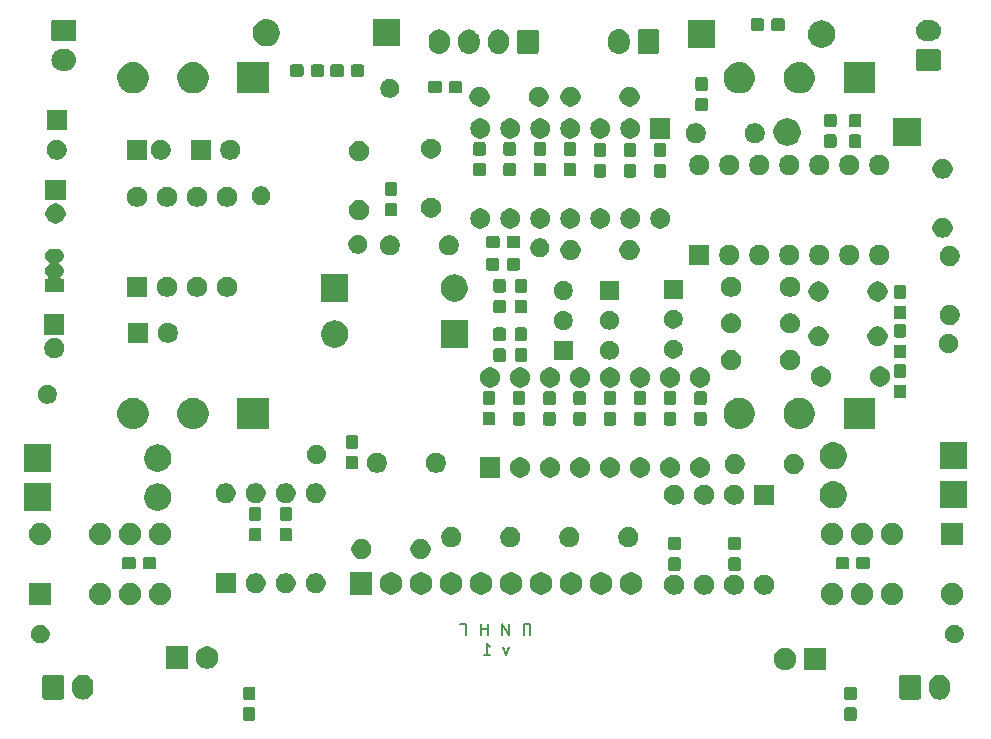
<source format=gbr>
G04 #@! TF.GenerationSoftware,KiCad,Pcbnew,(5.1.5-0-10_14)*
G04 #@! TF.CreationDate,2021-09-10T16:38:47+02:00*
G04 #@! TF.ProjectId,ms20verb,6d733230-7665-4726-922e-6b696361645f,rev?*
G04 #@! TF.SameCoordinates,Original*
G04 #@! TF.FileFunction,Soldermask,Bot*
G04 #@! TF.FilePolarity,Negative*
%FSLAX46Y46*%
G04 Gerber Fmt 4.6, Leading zero omitted, Abs format (unit mm)*
G04 Created by KiCad (PCBNEW (5.1.5-0-10_14)) date 2021-09-10 16:38:48*
%MOMM*%
%LPD*%
G04 APERTURE LIST*
%ADD10C,0.150000*%
%ADD11C,0.100000*%
G04 APERTURE END LIST*
D10*
X102904761Y-127227380D02*
X102904761Y-126227380D01*
X102333333Y-126227380D01*
X102333333Y-127227380D01*
X101095238Y-126227380D02*
X101095238Y-127227380D01*
X100523809Y-126227380D01*
X100523809Y-127227380D01*
X99285714Y-127227380D02*
X99285714Y-126227380D01*
X99285714Y-126703571D02*
X98714285Y-126703571D01*
X98714285Y-127227380D02*
X98714285Y-126227380D01*
X97476190Y-127227380D02*
X97476190Y-126227380D01*
X96952380Y-126227380D01*
X101095238Y-128210714D02*
X100857142Y-128877380D01*
X100619047Y-128210714D01*
X98952380Y-128877380D02*
X99523809Y-128877380D01*
X99238095Y-128877380D02*
X99238095Y-127877380D01*
X99333333Y-128020238D01*
X99428571Y-128115476D01*
X99523809Y-128163095D01*
D11*
G36*
X130364499Y-133303445D02*
G01*
X130401995Y-133314820D01*
X130436554Y-133333292D01*
X130466847Y-133358153D01*
X130491708Y-133388446D01*
X130510180Y-133423005D01*
X130521555Y-133460501D01*
X130526000Y-133505638D01*
X130526000Y-134244362D01*
X130521555Y-134289499D01*
X130510180Y-134326995D01*
X130491708Y-134361554D01*
X130466847Y-134391847D01*
X130436554Y-134416708D01*
X130401995Y-134435180D01*
X130364499Y-134446555D01*
X130319362Y-134451000D01*
X129680638Y-134451000D01*
X129635501Y-134446555D01*
X129598005Y-134435180D01*
X129563446Y-134416708D01*
X129533153Y-134391847D01*
X129508292Y-134361554D01*
X129489820Y-134326995D01*
X129478445Y-134289499D01*
X129474000Y-134244362D01*
X129474000Y-133505638D01*
X129478445Y-133460501D01*
X129489820Y-133423005D01*
X129508292Y-133388446D01*
X129533153Y-133358153D01*
X129563446Y-133333292D01*
X129598005Y-133314820D01*
X129635501Y-133303445D01*
X129680638Y-133299000D01*
X130319362Y-133299000D01*
X130364499Y-133303445D01*
G37*
G36*
X79464499Y-133303445D02*
G01*
X79501995Y-133314820D01*
X79536554Y-133333292D01*
X79566847Y-133358153D01*
X79591708Y-133388446D01*
X79610180Y-133423005D01*
X79621555Y-133460501D01*
X79626000Y-133505638D01*
X79626000Y-134244362D01*
X79621555Y-134289499D01*
X79610180Y-134326995D01*
X79591708Y-134361554D01*
X79566847Y-134391847D01*
X79536554Y-134416708D01*
X79501995Y-134435180D01*
X79464499Y-134446555D01*
X79419362Y-134451000D01*
X78780638Y-134451000D01*
X78735501Y-134446555D01*
X78698005Y-134435180D01*
X78663446Y-134416708D01*
X78633153Y-134391847D01*
X78608292Y-134361554D01*
X78589820Y-134326995D01*
X78578445Y-134289499D01*
X78574000Y-134244362D01*
X78574000Y-133505638D01*
X78578445Y-133460501D01*
X78589820Y-133423005D01*
X78608292Y-133388446D01*
X78633153Y-133358153D01*
X78663446Y-133333292D01*
X78698005Y-133314820D01*
X78735501Y-133303445D01*
X78780638Y-133299000D01*
X79419362Y-133299000D01*
X79464499Y-133303445D01*
G37*
G36*
X130364499Y-131553445D02*
G01*
X130401995Y-131564820D01*
X130436554Y-131583292D01*
X130466847Y-131608153D01*
X130491708Y-131638446D01*
X130510180Y-131673005D01*
X130521555Y-131710501D01*
X130526000Y-131755638D01*
X130526000Y-132494362D01*
X130521555Y-132539499D01*
X130510180Y-132576995D01*
X130491708Y-132611554D01*
X130466847Y-132641847D01*
X130436554Y-132666708D01*
X130401995Y-132685180D01*
X130364499Y-132696555D01*
X130319362Y-132701000D01*
X129680638Y-132701000D01*
X129635501Y-132696555D01*
X129598005Y-132685180D01*
X129563446Y-132666708D01*
X129533153Y-132641847D01*
X129508292Y-132611554D01*
X129489820Y-132576995D01*
X129478445Y-132539499D01*
X129474000Y-132494362D01*
X129474000Y-131755638D01*
X129478445Y-131710501D01*
X129489820Y-131673005D01*
X129508292Y-131638446D01*
X129533153Y-131608153D01*
X129563446Y-131583292D01*
X129598005Y-131564820D01*
X129635501Y-131553445D01*
X129680638Y-131549000D01*
X130319362Y-131549000D01*
X130364499Y-131553445D01*
G37*
G36*
X79464499Y-131553445D02*
G01*
X79501995Y-131564820D01*
X79536554Y-131583292D01*
X79566847Y-131608153D01*
X79591708Y-131638446D01*
X79610180Y-131673005D01*
X79621555Y-131710501D01*
X79626000Y-131755638D01*
X79626000Y-132494362D01*
X79621555Y-132539499D01*
X79610180Y-132576995D01*
X79591708Y-132611554D01*
X79566847Y-132641847D01*
X79536554Y-132666708D01*
X79501995Y-132685180D01*
X79464499Y-132696555D01*
X79419362Y-132701000D01*
X78780638Y-132701000D01*
X78735501Y-132696555D01*
X78698005Y-132685180D01*
X78663446Y-132666708D01*
X78633153Y-132641847D01*
X78608292Y-132611554D01*
X78589820Y-132576995D01*
X78578445Y-132539499D01*
X78574000Y-132494362D01*
X78574000Y-131755638D01*
X78578445Y-131710501D01*
X78589820Y-131673005D01*
X78608292Y-131638446D01*
X78633153Y-131608153D01*
X78663446Y-131583292D01*
X78698005Y-131564820D01*
X78735501Y-131553445D01*
X78780638Y-131549000D01*
X79419362Y-131549000D01*
X79464499Y-131553445D01*
G37*
G36*
X65176626Y-130562037D02*
G01*
X65346465Y-130613557D01*
X65346467Y-130613558D01*
X65502989Y-130697221D01*
X65640186Y-130809814D01*
X65723448Y-130911271D01*
X65752778Y-130947009D01*
X65836443Y-131103534D01*
X65887963Y-131273373D01*
X65887963Y-131273375D01*
X65901000Y-131405740D01*
X65901000Y-131794259D01*
X65894482Y-131860441D01*
X65887963Y-131926626D01*
X65836443Y-132096466D01*
X65752778Y-132252991D01*
X65723448Y-132288729D01*
X65640186Y-132390186D01*
X65545250Y-132468097D01*
X65502991Y-132502778D01*
X65346466Y-132586443D01*
X65176627Y-132637963D01*
X65000000Y-132655359D01*
X64823374Y-132637963D01*
X64653535Y-132586443D01*
X64497010Y-132502778D01*
X64359815Y-132390185D01*
X64247222Y-132252991D01*
X64163557Y-132096466D01*
X64112037Y-131926627D01*
X64099000Y-131794258D01*
X64099000Y-131405743D01*
X64112037Y-131273374D01*
X64163557Y-131103535D01*
X64247222Y-130947010D01*
X64247223Y-130947009D01*
X64359814Y-130809814D01*
X64461271Y-130726552D01*
X64497009Y-130697222D01*
X64653534Y-130613557D01*
X64823373Y-130562037D01*
X65000000Y-130544641D01*
X65176626Y-130562037D01*
G37*
G36*
X137726626Y-130562037D02*
G01*
X137896465Y-130613557D01*
X137896467Y-130613558D01*
X138052989Y-130697221D01*
X138190186Y-130809814D01*
X138273448Y-130911271D01*
X138302778Y-130947009D01*
X138386443Y-131103534D01*
X138437963Y-131273373D01*
X138437963Y-131273375D01*
X138451000Y-131405740D01*
X138451000Y-131794259D01*
X138444482Y-131860441D01*
X138437963Y-131926626D01*
X138386443Y-132096466D01*
X138302778Y-132252991D01*
X138273448Y-132288729D01*
X138190186Y-132390186D01*
X138095250Y-132468097D01*
X138052991Y-132502778D01*
X137896466Y-132586443D01*
X137726627Y-132637963D01*
X137550000Y-132655359D01*
X137373374Y-132637963D01*
X137203535Y-132586443D01*
X137047010Y-132502778D01*
X136909815Y-132390185D01*
X136797222Y-132252991D01*
X136713557Y-132096466D01*
X136662037Y-131926627D01*
X136649000Y-131794258D01*
X136649000Y-131405743D01*
X136662037Y-131273374D01*
X136713557Y-131103535D01*
X136797222Y-130947010D01*
X136797223Y-130947009D01*
X136909814Y-130809814D01*
X137011271Y-130726552D01*
X137047009Y-130697222D01*
X137203534Y-130613557D01*
X137373373Y-130562037D01*
X137550000Y-130544641D01*
X137726626Y-130562037D01*
G37*
G36*
X135808600Y-130552989D02*
G01*
X135841652Y-130563015D01*
X135872103Y-130579292D01*
X135898799Y-130601201D01*
X135920708Y-130627897D01*
X135936985Y-130658348D01*
X135947011Y-130691400D01*
X135951000Y-130731903D01*
X135951000Y-132468097D01*
X135947011Y-132508600D01*
X135936985Y-132541652D01*
X135920708Y-132572103D01*
X135898799Y-132598799D01*
X135872103Y-132620708D01*
X135841652Y-132636985D01*
X135808600Y-132647011D01*
X135768097Y-132651000D01*
X134331903Y-132651000D01*
X134291400Y-132647011D01*
X134258348Y-132636985D01*
X134227897Y-132620708D01*
X134201201Y-132598799D01*
X134179292Y-132572103D01*
X134163015Y-132541652D01*
X134152989Y-132508600D01*
X134149000Y-132468097D01*
X134149000Y-130731903D01*
X134152989Y-130691400D01*
X134163015Y-130658348D01*
X134179292Y-130627897D01*
X134201201Y-130601201D01*
X134227897Y-130579292D01*
X134258348Y-130563015D01*
X134291400Y-130552989D01*
X134331903Y-130549000D01*
X135768097Y-130549000D01*
X135808600Y-130552989D01*
G37*
G36*
X63258600Y-130552989D02*
G01*
X63291652Y-130563015D01*
X63322103Y-130579292D01*
X63348799Y-130601201D01*
X63370708Y-130627897D01*
X63386985Y-130658348D01*
X63397011Y-130691400D01*
X63401000Y-130731903D01*
X63401000Y-132468097D01*
X63397011Y-132508600D01*
X63386985Y-132541652D01*
X63370708Y-132572103D01*
X63348799Y-132598799D01*
X63322103Y-132620708D01*
X63291652Y-132636985D01*
X63258600Y-132647011D01*
X63218097Y-132651000D01*
X61781903Y-132651000D01*
X61741400Y-132647011D01*
X61708348Y-132636985D01*
X61677897Y-132620708D01*
X61651201Y-132598799D01*
X61629292Y-132572103D01*
X61613015Y-132541652D01*
X61602989Y-132508600D01*
X61599000Y-132468097D01*
X61599000Y-130731903D01*
X61602989Y-130691400D01*
X61613015Y-130658348D01*
X61629292Y-130627897D01*
X61651201Y-130601201D01*
X61677897Y-130579292D01*
X61708348Y-130563015D01*
X61741400Y-130552989D01*
X61781903Y-130549000D01*
X63218097Y-130549000D01*
X63258600Y-130552989D01*
G37*
G36*
X127951000Y-130151000D02*
G01*
X126049000Y-130151000D01*
X126049000Y-128249000D01*
X127951000Y-128249000D01*
X127951000Y-130151000D01*
G37*
G36*
X124737395Y-128285546D02*
G01*
X124910466Y-128357234D01*
X124916566Y-128361310D01*
X125066227Y-128461310D01*
X125198690Y-128593773D01*
X125198691Y-128593775D01*
X125302766Y-128749534D01*
X125374454Y-128922605D01*
X125411000Y-129106333D01*
X125411000Y-129293667D01*
X125374454Y-129477395D01*
X125302766Y-129650466D01*
X125302765Y-129650467D01*
X125198690Y-129806227D01*
X125066227Y-129938690D01*
X124987818Y-129991081D01*
X124910466Y-130042766D01*
X124737395Y-130114454D01*
X124553667Y-130151000D01*
X124366333Y-130151000D01*
X124182605Y-130114454D01*
X124009534Y-130042766D01*
X123932182Y-129991081D01*
X123853773Y-129938690D01*
X123721310Y-129806227D01*
X123617235Y-129650467D01*
X123617234Y-129650466D01*
X123545546Y-129477395D01*
X123509000Y-129293667D01*
X123509000Y-129106333D01*
X123545546Y-128922605D01*
X123617234Y-128749534D01*
X123721309Y-128593775D01*
X123721310Y-128593773D01*
X123853773Y-128461310D01*
X124003434Y-128361310D01*
X124009534Y-128357234D01*
X124182605Y-128285546D01*
X124366333Y-128249000D01*
X124553667Y-128249000D01*
X124737395Y-128285546D01*
G37*
G36*
X75817395Y-128185546D02*
G01*
X75990466Y-128257234D01*
X75990467Y-128257235D01*
X76146227Y-128361310D01*
X76278690Y-128493773D01*
X76278691Y-128493775D01*
X76382766Y-128649534D01*
X76454454Y-128822605D01*
X76491000Y-129006333D01*
X76491000Y-129193667D01*
X76454454Y-129377395D01*
X76382766Y-129550466D01*
X76382765Y-129550467D01*
X76278690Y-129706227D01*
X76146227Y-129838690D01*
X76067818Y-129891081D01*
X75990466Y-129942766D01*
X75817395Y-130014454D01*
X75633667Y-130051000D01*
X75446333Y-130051000D01*
X75262605Y-130014454D01*
X75089534Y-129942766D01*
X75012182Y-129891081D01*
X74933773Y-129838690D01*
X74801310Y-129706227D01*
X74697235Y-129550467D01*
X74697234Y-129550466D01*
X74625546Y-129377395D01*
X74589000Y-129193667D01*
X74589000Y-129006333D01*
X74625546Y-128822605D01*
X74697234Y-128649534D01*
X74801309Y-128493775D01*
X74801310Y-128493773D01*
X74933773Y-128361310D01*
X75089533Y-128257235D01*
X75089534Y-128257234D01*
X75262605Y-128185546D01*
X75446333Y-128149000D01*
X75633667Y-128149000D01*
X75817395Y-128185546D01*
G37*
G36*
X73951000Y-130051000D02*
G01*
X72049000Y-130051000D01*
X72049000Y-128149000D01*
X73951000Y-128149000D01*
X73951000Y-130051000D01*
G37*
G36*
X61633642Y-126329781D02*
G01*
X61779414Y-126390162D01*
X61779416Y-126390163D01*
X61910608Y-126477822D01*
X62022178Y-126589392D01*
X62109837Y-126720584D01*
X62109838Y-126720586D01*
X62170219Y-126866358D01*
X62201000Y-127021107D01*
X62201000Y-127178893D01*
X62170219Y-127333642D01*
X62109838Y-127479414D01*
X62109837Y-127479416D01*
X62022178Y-127610608D01*
X61910608Y-127722178D01*
X61779416Y-127809837D01*
X61779415Y-127809838D01*
X61779414Y-127809838D01*
X61633642Y-127870219D01*
X61478893Y-127901000D01*
X61321107Y-127901000D01*
X61166358Y-127870219D01*
X61020586Y-127809838D01*
X61020585Y-127809838D01*
X61020584Y-127809837D01*
X60889392Y-127722178D01*
X60777822Y-127610608D01*
X60690163Y-127479416D01*
X60690162Y-127479414D01*
X60629781Y-127333642D01*
X60599000Y-127178893D01*
X60599000Y-127021107D01*
X60629781Y-126866358D01*
X60690162Y-126720586D01*
X60690163Y-126720584D01*
X60777822Y-126589392D01*
X60889392Y-126477822D01*
X61020584Y-126390163D01*
X61020586Y-126390162D01*
X61166358Y-126329781D01*
X61321107Y-126299000D01*
X61478893Y-126299000D01*
X61633642Y-126329781D01*
G37*
G36*
X139033642Y-126329781D02*
G01*
X139179414Y-126390162D01*
X139179416Y-126390163D01*
X139310608Y-126477822D01*
X139422178Y-126589392D01*
X139509837Y-126720584D01*
X139509838Y-126720586D01*
X139570219Y-126866358D01*
X139601000Y-127021107D01*
X139601000Y-127178893D01*
X139570219Y-127333642D01*
X139509838Y-127479414D01*
X139509837Y-127479416D01*
X139422178Y-127610608D01*
X139310608Y-127722178D01*
X139179416Y-127809837D01*
X139179415Y-127809838D01*
X139179414Y-127809838D01*
X139033642Y-127870219D01*
X138878893Y-127901000D01*
X138721107Y-127901000D01*
X138566358Y-127870219D01*
X138420586Y-127809838D01*
X138420585Y-127809838D01*
X138420584Y-127809837D01*
X138289392Y-127722178D01*
X138177822Y-127610608D01*
X138090163Y-127479416D01*
X138090162Y-127479414D01*
X138029781Y-127333642D01*
X137999000Y-127178893D01*
X137999000Y-127021107D01*
X138029781Y-126866358D01*
X138090162Y-126720586D01*
X138090163Y-126720584D01*
X138177822Y-126589392D01*
X138289392Y-126477822D01*
X138420584Y-126390163D01*
X138420586Y-126390162D01*
X138566358Y-126329781D01*
X138721107Y-126299000D01*
X138878893Y-126299000D01*
X139033642Y-126329781D01*
G37*
G36*
X128714187Y-122796123D02*
G01*
X128885255Y-122866982D01*
X128885257Y-122866983D01*
X128910449Y-122883816D01*
X129039214Y-122969854D01*
X129170146Y-123100786D01*
X129273018Y-123254745D01*
X129343877Y-123425813D01*
X129380000Y-123607417D01*
X129380000Y-123792583D01*
X129343877Y-123974187D01*
X129273018Y-124145255D01*
X129273017Y-124145257D01*
X129170145Y-124299215D01*
X129039215Y-124430145D01*
X128885257Y-124533017D01*
X128885256Y-124533018D01*
X128885255Y-124533018D01*
X128714187Y-124603877D01*
X128532583Y-124640000D01*
X128347417Y-124640000D01*
X128165813Y-124603877D01*
X127994745Y-124533018D01*
X127994744Y-124533018D01*
X127994743Y-124533017D01*
X127840785Y-124430145D01*
X127709855Y-124299215D01*
X127606983Y-124145257D01*
X127606982Y-124145255D01*
X127536123Y-123974187D01*
X127500000Y-123792583D01*
X127500000Y-123607417D01*
X127536123Y-123425813D01*
X127606982Y-123254745D01*
X127709854Y-123100786D01*
X127840786Y-122969854D01*
X127969551Y-122883816D01*
X127994743Y-122866983D01*
X127994745Y-122866982D01*
X128165813Y-122796123D01*
X128347417Y-122760000D01*
X128532583Y-122760000D01*
X128714187Y-122796123D01*
G37*
G36*
X62340000Y-124640000D02*
G01*
X60460000Y-124640000D01*
X60460000Y-122760000D01*
X62340000Y-122760000D01*
X62340000Y-124640000D01*
G37*
G36*
X66754187Y-122796123D02*
G01*
X66925255Y-122866982D01*
X66925257Y-122866983D01*
X66950449Y-122883816D01*
X67079214Y-122969854D01*
X67210146Y-123100786D01*
X67313018Y-123254745D01*
X67383877Y-123425813D01*
X67420000Y-123607417D01*
X67420000Y-123792583D01*
X67383877Y-123974187D01*
X67313018Y-124145255D01*
X67313017Y-124145257D01*
X67210145Y-124299215D01*
X67079215Y-124430145D01*
X66925257Y-124533017D01*
X66925256Y-124533018D01*
X66925255Y-124533018D01*
X66754187Y-124603877D01*
X66572583Y-124640000D01*
X66387417Y-124640000D01*
X66205813Y-124603877D01*
X66034745Y-124533018D01*
X66034744Y-124533018D01*
X66034743Y-124533017D01*
X65880785Y-124430145D01*
X65749855Y-124299215D01*
X65646983Y-124145257D01*
X65646982Y-124145255D01*
X65576123Y-123974187D01*
X65540000Y-123792583D01*
X65540000Y-123607417D01*
X65576123Y-123425813D01*
X65646982Y-123254745D01*
X65749854Y-123100786D01*
X65880786Y-122969854D01*
X66009551Y-122883816D01*
X66034743Y-122866983D01*
X66034745Y-122866982D01*
X66205813Y-122796123D01*
X66387417Y-122760000D01*
X66572583Y-122760000D01*
X66754187Y-122796123D01*
G37*
G36*
X69294187Y-122796123D02*
G01*
X69465255Y-122866982D01*
X69465257Y-122866983D01*
X69490449Y-122883816D01*
X69619214Y-122969854D01*
X69750146Y-123100786D01*
X69853018Y-123254745D01*
X69923877Y-123425813D01*
X69960000Y-123607417D01*
X69960000Y-123792583D01*
X69923877Y-123974187D01*
X69853018Y-124145255D01*
X69853017Y-124145257D01*
X69750145Y-124299215D01*
X69619215Y-124430145D01*
X69465257Y-124533017D01*
X69465256Y-124533018D01*
X69465255Y-124533018D01*
X69294187Y-124603877D01*
X69112583Y-124640000D01*
X68927417Y-124640000D01*
X68745813Y-124603877D01*
X68574745Y-124533018D01*
X68574744Y-124533018D01*
X68574743Y-124533017D01*
X68420785Y-124430145D01*
X68289855Y-124299215D01*
X68186983Y-124145257D01*
X68186982Y-124145255D01*
X68116123Y-123974187D01*
X68080000Y-123792583D01*
X68080000Y-123607417D01*
X68116123Y-123425813D01*
X68186982Y-123254745D01*
X68289854Y-123100786D01*
X68420786Y-122969854D01*
X68549551Y-122883816D01*
X68574743Y-122866983D01*
X68574745Y-122866982D01*
X68745813Y-122796123D01*
X68927417Y-122760000D01*
X69112583Y-122760000D01*
X69294187Y-122796123D01*
G37*
G36*
X71834187Y-122796123D02*
G01*
X72005255Y-122866982D01*
X72005257Y-122866983D01*
X72030449Y-122883816D01*
X72159214Y-122969854D01*
X72290146Y-123100786D01*
X72393018Y-123254745D01*
X72463877Y-123425813D01*
X72500000Y-123607417D01*
X72500000Y-123792583D01*
X72463877Y-123974187D01*
X72393018Y-124145255D01*
X72393017Y-124145257D01*
X72290145Y-124299215D01*
X72159215Y-124430145D01*
X72005257Y-124533017D01*
X72005256Y-124533018D01*
X72005255Y-124533018D01*
X71834187Y-124603877D01*
X71652583Y-124640000D01*
X71467417Y-124640000D01*
X71285813Y-124603877D01*
X71114745Y-124533018D01*
X71114744Y-124533018D01*
X71114743Y-124533017D01*
X70960785Y-124430145D01*
X70829855Y-124299215D01*
X70726983Y-124145257D01*
X70726982Y-124145255D01*
X70656123Y-123974187D01*
X70620000Y-123792583D01*
X70620000Y-123607417D01*
X70656123Y-123425813D01*
X70726982Y-123254745D01*
X70829854Y-123100786D01*
X70960786Y-122969854D01*
X71089551Y-122883816D01*
X71114743Y-122866983D01*
X71114745Y-122866982D01*
X71285813Y-122796123D01*
X71467417Y-122760000D01*
X71652583Y-122760000D01*
X71834187Y-122796123D01*
G37*
G36*
X131254187Y-122796123D02*
G01*
X131425255Y-122866982D01*
X131425257Y-122866983D01*
X131450449Y-122883816D01*
X131579214Y-122969854D01*
X131710146Y-123100786D01*
X131813018Y-123254745D01*
X131883877Y-123425813D01*
X131920000Y-123607417D01*
X131920000Y-123792583D01*
X131883877Y-123974187D01*
X131813018Y-124145255D01*
X131813017Y-124145257D01*
X131710145Y-124299215D01*
X131579215Y-124430145D01*
X131425257Y-124533017D01*
X131425256Y-124533018D01*
X131425255Y-124533018D01*
X131254187Y-124603877D01*
X131072583Y-124640000D01*
X130887417Y-124640000D01*
X130705813Y-124603877D01*
X130534745Y-124533018D01*
X130534744Y-124533018D01*
X130534743Y-124533017D01*
X130380785Y-124430145D01*
X130249855Y-124299215D01*
X130146983Y-124145257D01*
X130146982Y-124145255D01*
X130076123Y-123974187D01*
X130040000Y-123792583D01*
X130040000Y-123607417D01*
X130076123Y-123425813D01*
X130146982Y-123254745D01*
X130249854Y-123100786D01*
X130380786Y-122969854D01*
X130509551Y-122883816D01*
X130534743Y-122866983D01*
X130534745Y-122866982D01*
X130705813Y-122796123D01*
X130887417Y-122760000D01*
X131072583Y-122760000D01*
X131254187Y-122796123D01*
G37*
G36*
X133794187Y-122796123D02*
G01*
X133965255Y-122866982D01*
X133965257Y-122866983D01*
X133990449Y-122883816D01*
X134119214Y-122969854D01*
X134250146Y-123100786D01*
X134353018Y-123254745D01*
X134423877Y-123425813D01*
X134460000Y-123607417D01*
X134460000Y-123792583D01*
X134423877Y-123974187D01*
X134353018Y-124145255D01*
X134353017Y-124145257D01*
X134250145Y-124299215D01*
X134119215Y-124430145D01*
X133965257Y-124533017D01*
X133965256Y-124533018D01*
X133965255Y-124533018D01*
X133794187Y-124603877D01*
X133612583Y-124640000D01*
X133427417Y-124640000D01*
X133245813Y-124603877D01*
X133074745Y-124533018D01*
X133074744Y-124533018D01*
X133074743Y-124533017D01*
X132920785Y-124430145D01*
X132789855Y-124299215D01*
X132686983Y-124145257D01*
X132686982Y-124145255D01*
X132616123Y-123974187D01*
X132580000Y-123792583D01*
X132580000Y-123607417D01*
X132616123Y-123425813D01*
X132686982Y-123254745D01*
X132789854Y-123100786D01*
X132920786Y-122969854D01*
X133049551Y-122883816D01*
X133074743Y-122866983D01*
X133074745Y-122866982D01*
X133245813Y-122796123D01*
X133427417Y-122760000D01*
X133612583Y-122760000D01*
X133794187Y-122796123D01*
G37*
G36*
X138874187Y-122796123D02*
G01*
X139045255Y-122866982D01*
X139045257Y-122866983D01*
X139070449Y-122883816D01*
X139199214Y-122969854D01*
X139330146Y-123100786D01*
X139433018Y-123254745D01*
X139503877Y-123425813D01*
X139540000Y-123607417D01*
X139540000Y-123792583D01*
X139503877Y-123974187D01*
X139433018Y-124145255D01*
X139433017Y-124145257D01*
X139330145Y-124299215D01*
X139199215Y-124430145D01*
X139045257Y-124533017D01*
X139045256Y-124533018D01*
X139045255Y-124533018D01*
X138874187Y-124603877D01*
X138692583Y-124640000D01*
X138507417Y-124640000D01*
X138325813Y-124603877D01*
X138154745Y-124533018D01*
X138154744Y-124533018D01*
X138154743Y-124533017D01*
X138000785Y-124430145D01*
X137869855Y-124299215D01*
X137766983Y-124145257D01*
X137766982Y-124145255D01*
X137696123Y-123974187D01*
X137660000Y-123792583D01*
X137660000Y-123607417D01*
X137696123Y-123425813D01*
X137766982Y-123254745D01*
X137869854Y-123100786D01*
X138000786Y-122969854D01*
X138129551Y-122883816D01*
X138154743Y-122866983D01*
X138154745Y-122866982D01*
X138325813Y-122796123D01*
X138507417Y-122760000D01*
X138692583Y-122760000D01*
X138874187Y-122796123D01*
G37*
G36*
X117868228Y-122101703D02*
G01*
X118023100Y-122165853D01*
X118162481Y-122258985D01*
X118281015Y-122377519D01*
X118374147Y-122516900D01*
X118438297Y-122671772D01*
X118471000Y-122836184D01*
X118471000Y-123003816D01*
X118438297Y-123168228D01*
X118374147Y-123323100D01*
X118281015Y-123462481D01*
X118162481Y-123581015D01*
X118023100Y-123674147D01*
X117868228Y-123738297D01*
X117703816Y-123771000D01*
X117536184Y-123771000D01*
X117371772Y-123738297D01*
X117216900Y-123674147D01*
X117077519Y-123581015D01*
X116958985Y-123462481D01*
X116865853Y-123323100D01*
X116801703Y-123168228D01*
X116769000Y-123003816D01*
X116769000Y-122836184D01*
X116801703Y-122671772D01*
X116865853Y-122516900D01*
X116958985Y-122377519D01*
X117077519Y-122258985D01*
X117216900Y-122165853D01*
X117371772Y-122101703D01*
X117536184Y-122069000D01*
X117703816Y-122069000D01*
X117868228Y-122101703D01*
G37*
G36*
X115328228Y-122101703D02*
G01*
X115483100Y-122165853D01*
X115622481Y-122258985D01*
X115741015Y-122377519D01*
X115834147Y-122516900D01*
X115898297Y-122671772D01*
X115931000Y-122836184D01*
X115931000Y-123003816D01*
X115898297Y-123168228D01*
X115834147Y-123323100D01*
X115741015Y-123462481D01*
X115622481Y-123581015D01*
X115483100Y-123674147D01*
X115328228Y-123738297D01*
X115163816Y-123771000D01*
X114996184Y-123771000D01*
X114831772Y-123738297D01*
X114676900Y-123674147D01*
X114537519Y-123581015D01*
X114418985Y-123462481D01*
X114325853Y-123323100D01*
X114261703Y-123168228D01*
X114229000Y-123003816D01*
X114229000Y-122836184D01*
X114261703Y-122671772D01*
X114325853Y-122516900D01*
X114418985Y-122377519D01*
X114537519Y-122258985D01*
X114676900Y-122165853D01*
X114831772Y-122101703D01*
X114996184Y-122069000D01*
X115163816Y-122069000D01*
X115328228Y-122101703D01*
G37*
G36*
X120408228Y-122101703D02*
G01*
X120563100Y-122165853D01*
X120702481Y-122258985D01*
X120821015Y-122377519D01*
X120914147Y-122516900D01*
X120978297Y-122671772D01*
X121011000Y-122836184D01*
X121011000Y-123003816D01*
X120978297Y-123168228D01*
X120914147Y-123323100D01*
X120821015Y-123462481D01*
X120702481Y-123581015D01*
X120563100Y-123674147D01*
X120408228Y-123738297D01*
X120243816Y-123771000D01*
X120076184Y-123771000D01*
X119911772Y-123738297D01*
X119756900Y-123674147D01*
X119617519Y-123581015D01*
X119498985Y-123462481D01*
X119405853Y-123323100D01*
X119341703Y-123168228D01*
X119309000Y-123003816D01*
X119309000Y-122836184D01*
X119341703Y-122671772D01*
X119405853Y-122516900D01*
X119498985Y-122377519D01*
X119617519Y-122258985D01*
X119756900Y-122165853D01*
X119911772Y-122101703D01*
X120076184Y-122069000D01*
X120243816Y-122069000D01*
X120408228Y-122101703D01*
G37*
G36*
X122948228Y-122101703D02*
G01*
X123103100Y-122165853D01*
X123242481Y-122258985D01*
X123361015Y-122377519D01*
X123454147Y-122516900D01*
X123518297Y-122671772D01*
X123551000Y-122836184D01*
X123551000Y-123003816D01*
X123518297Y-123168228D01*
X123454147Y-123323100D01*
X123361015Y-123462481D01*
X123242481Y-123581015D01*
X123103100Y-123674147D01*
X122948228Y-123738297D01*
X122783816Y-123771000D01*
X122616184Y-123771000D01*
X122451772Y-123738297D01*
X122296900Y-123674147D01*
X122157519Y-123581015D01*
X122038985Y-123462481D01*
X121945853Y-123323100D01*
X121881703Y-123168228D01*
X121849000Y-123003816D01*
X121849000Y-122836184D01*
X121881703Y-122671772D01*
X121945853Y-122516900D01*
X122038985Y-122377519D01*
X122157519Y-122258985D01*
X122296900Y-122165853D01*
X122451772Y-122101703D01*
X122616184Y-122069000D01*
X122783816Y-122069000D01*
X122948228Y-122101703D01*
G37*
G36*
X96464187Y-121921123D02*
G01*
X96610439Y-121981703D01*
X96635257Y-121991983D01*
X96712758Y-122043768D01*
X96750521Y-122069000D01*
X96789215Y-122094855D01*
X96920145Y-122225785D01*
X97021532Y-122377520D01*
X97023018Y-122379745D01*
X97093877Y-122550813D01*
X97130000Y-122732417D01*
X97130000Y-122917583D01*
X97093877Y-123099187D01*
X97029443Y-123254743D01*
X97023017Y-123270257D01*
X96920145Y-123424215D01*
X96789215Y-123555145D01*
X96635257Y-123658017D01*
X96635256Y-123658018D01*
X96635255Y-123658018D01*
X96464187Y-123728877D01*
X96282583Y-123765000D01*
X96097417Y-123765000D01*
X95915813Y-123728877D01*
X95744745Y-123658018D01*
X95744744Y-123658018D01*
X95744743Y-123658017D01*
X95590785Y-123555145D01*
X95459855Y-123424215D01*
X95356983Y-123270257D01*
X95350557Y-123254743D01*
X95286123Y-123099187D01*
X95250000Y-122917583D01*
X95250000Y-122732417D01*
X95286123Y-122550813D01*
X95356982Y-122379745D01*
X95358469Y-122377520D01*
X95459855Y-122225785D01*
X95590785Y-122094855D01*
X95629480Y-122069000D01*
X95667242Y-122043768D01*
X95744743Y-121991983D01*
X95769561Y-121981703D01*
X95915813Y-121921123D01*
X96097417Y-121885000D01*
X96282583Y-121885000D01*
X96464187Y-121921123D01*
G37*
G36*
X93924187Y-121921123D02*
G01*
X94070439Y-121981703D01*
X94095257Y-121991983D01*
X94172758Y-122043768D01*
X94210521Y-122069000D01*
X94249215Y-122094855D01*
X94380145Y-122225785D01*
X94481532Y-122377520D01*
X94483018Y-122379745D01*
X94553877Y-122550813D01*
X94590000Y-122732417D01*
X94590000Y-122917583D01*
X94553877Y-123099187D01*
X94489443Y-123254743D01*
X94483017Y-123270257D01*
X94380145Y-123424215D01*
X94249215Y-123555145D01*
X94095257Y-123658017D01*
X94095256Y-123658018D01*
X94095255Y-123658018D01*
X93924187Y-123728877D01*
X93742583Y-123765000D01*
X93557417Y-123765000D01*
X93375813Y-123728877D01*
X93204745Y-123658018D01*
X93204744Y-123658018D01*
X93204743Y-123658017D01*
X93050785Y-123555145D01*
X92919855Y-123424215D01*
X92816983Y-123270257D01*
X92810557Y-123254743D01*
X92746123Y-123099187D01*
X92710000Y-122917583D01*
X92710000Y-122732417D01*
X92746123Y-122550813D01*
X92816982Y-122379745D01*
X92818469Y-122377520D01*
X92919855Y-122225785D01*
X93050785Y-122094855D01*
X93089480Y-122069000D01*
X93127242Y-122043768D01*
X93204743Y-121991983D01*
X93229561Y-121981703D01*
X93375813Y-121921123D01*
X93557417Y-121885000D01*
X93742583Y-121885000D01*
X93924187Y-121921123D01*
G37*
G36*
X104084187Y-121921123D02*
G01*
X104230439Y-121981703D01*
X104255257Y-121991983D01*
X104332758Y-122043768D01*
X104370521Y-122069000D01*
X104409215Y-122094855D01*
X104540145Y-122225785D01*
X104641532Y-122377520D01*
X104643018Y-122379745D01*
X104713877Y-122550813D01*
X104750000Y-122732417D01*
X104750000Y-122917583D01*
X104713877Y-123099187D01*
X104649443Y-123254743D01*
X104643017Y-123270257D01*
X104540145Y-123424215D01*
X104409215Y-123555145D01*
X104255257Y-123658017D01*
X104255256Y-123658018D01*
X104255255Y-123658018D01*
X104084187Y-123728877D01*
X103902583Y-123765000D01*
X103717417Y-123765000D01*
X103535813Y-123728877D01*
X103364745Y-123658018D01*
X103364744Y-123658018D01*
X103364743Y-123658017D01*
X103210785Y-123555145D01*
X103079855Y-123424215D01*
X102976983Y-123270257D01*
X102970557Y-123254743D01*
X102906123Y-123099187D01*
X102870000Y-122917583D01*
X102870000Y-122732417D01*
X102906123Y-122550813D01*
X102976982Y-122379745D01*
X102978469Y-122377520D01*
X103079855Y-122225785D01*
X103210785Y-122094855D01*
X103249480Y-122069000D01*
X103287242Y-122043768D01*
X103364743Y-121991983D01*
X103389561Y-121981703D01*
X103535813Y-121921123D01*
X103717417Y-121885000D01*
X103902583Y-121885000D01*
X104084187Y-121921123D01*
G37*
G36*
X99004187Y-121921123D02*
G01*
X99150439Y-121981703D01*
X99175257Y-121991983D01*
X99252758Y-122043768D01*
X99290521Y-122069000D01*
X99329215Y-122094855D01*
X99460145Y-122225785D01*
X99561532Y-122377520D01*
X99563018Y-122379745D01*
X99633877Y-122550813D01*
X99670000Y-122732417D01*
X99670000Y-122917583D01*
X99633877Y-123099187D01*
X99569443Y-123254743D01*
X99563017Y-123270257D01*
X99460145Y-123424215D01*
X99329215Y-123555145D01*
X99175257Y-123658017D01*
X99175256Y-123658018D01*
X99175255Y-123658018D01*
X99004187Y-123728877D01*
X98822583Y-123765000D01*
X98637417Y-123765000D01*
X98455813Y-123728877D01*
X98284745Y-123658018D01*
X98284744Y-123658018D01*
X98284743Y-123658017D01*
X98130785Y-123555145D01*
X97999855Y-123424215D01*
X97896983Y-123270257D01*
X97890557Y-123254743D01*
X97826123Y-123099187D01*
X97790000Y-122917583D01*
X97790000Y-122732417D01*
X97826123Y-122550813D01*
X97896982Y-122379745D01*
X97898469Y-122377520D01*
X97999855Y-122225785D01*
X98130785Y-122094855D01*
X98169480Y-122069000D01*
X98207242Y-122043768D01*
X98284743Y-121991983D01*
X98309561Y-121981703D01*
X98455813Y-121921123D01*
X98637417Y-121885000D01*
X98822583Y-121885000D01*
X99004187Y-121921123D01*
G37*
G36*
X91384187Y-121921123D02*
G01*
X91530439Y-121981703D01*
X91555257Y-121991983D01*
X91632758Y-122043768D01*
X91670521Y-122069000D01*
X91709215Y-122094855D01*
X91840145Y-122225785D01*
X91941532Y-122377520D01*
X91943018Y-122379745D01*
X92013877Y-122550813D01*
X92050000Y-122732417D01*
X92050000Y-122917583D01*
X92013877Y-123099187D01*
X91949443Y-123254743D01*
X91943017Y-123270257D01*
X91840145Y-123424215D01*
X91709215Y-123555145D01*
X91555257Y-123658017D01*
X91555256Y-123658018D01*
X91555255Y-123658018D01*
X91384187Y-123728877D01*
X91202583Y-123765000D01*
X91017417Y-123765000D01*
X90835813Y-123728877D01*
X90664745Y-123658018D01*
X90664744Y-123658018D01*
X90664743Y-123658017D01*
X90510785Y-123555145D01*
X90379855Y-123424215D01*
X90276983Y-123270257D01*
X90270557Y-123254743D01*
X90206123Y-123099187D01*
X90170000Y-122917583D01*
X90170000Y-122732417D01*
X90206123Y-122550813D01*
X90276982Y-122379745D01*
X90278469Y-122377520D01*
X90379855Y-122225785D01*
X90510785Y-122094855D01*
X90549480Y-122069000D01*
X90587242Y-122043768D01*
X90664743Y-121991983D01*
X90689561Y-121981703D01*
X90835813Y-121921123D01*
X91017417Y-121885000D01*
X91202583Y-121885000D01*
X91384187Y-121921123D01*
G37*
G36*
X89510000Y-123765000D02*
G01*
X87630000Y-123765000D01*
X87630000Y-121885000D01*
X89510000Y-121885000D01*
X89510000Y-123765000D01*
G37*
G36*
X106624187Y-121921123D02*
G01*
X106770439Y-121981703D01*
X106795257Y-121991983D01*
X106872758Y-122043768D01*
X106910521Y-122069000D01*
X106949215Y-122094855D01*
X107080145Y-122225785D01*
X107181532Y-122377520D01*
X107183018Y-122379745D01*
X107253877Y-122550813D01*
X107290000Y-122732417D01*
X107290000Y-122917583D01*
X107253877Y-123099187D01*
X107189443Y-123254743D01*
X107183017Y-123270257D01*
X107080145Y-123424215D01*
X106949215Y-123555145D01*
X106795257Y-123658017D01*
X106795256Y-123658018D01*
X106795255Y-123658018D01*
X106624187Y-123728877D01*
X106442583Y-123765000D01*
X106257417Y-123765000D01*
X106075813Y-123728877D01*
X105904745Y-123658018D01*
X105904744Y-123658018D01*
X105904743Y-123658017D01*
X105750785Y-123555145D01*
X105619855Y-123424215D01*
X105516983Y-123270257D01*
X105510557Y-123254743D01*
X105446123Y-123099187D01*
X105410000Y-122917583D01*
X105410000Y-122732417D01*
X105446123Y-122550813D01*
X105516982Y-122379745D01*
X105518469Y-122377520D01*
X105619855Y-122225785D01*
X105750785Y-122094855D01*
X105789480Y-122069000D01*
X105827242Y-122043768D01*
X105904743Y-121991983D01*
X105929561Y-121981703D01*
X106075813Y-121921123D01*
X106257417Y-121885000D01*
X106442583Y-121885000D01*
X106624187Y-121921123D01*
G37*
G36*
X109164187Y-121921123D02*
G01*
X109310439Y-121981703D01*
X109335257Y-121991983D01*
X109412758Y-122043768D01*
X109450521Y-122069000D01*
X109489215Y-122094855D01*
X109620145Y-122225785D01*
X109721532Y-122377520D01*
X109723018Y-122379745D01*
X109793877Y-122550813D01*
X109830000Y-122732417D01*
X109830000Y-122917583D01*
X109793877Y-123099187D01*
X109729443Y-123254743D01*
X109723017Y-123270257D01*
X109620145Y-123424215D01*
X109489215Y-123555145D01*
X109335257Y-123658017D01*
X109335256Y-123658018D01*
X109335255Y-123658018D01*
X109164187Y-123728877D01*
X108982583Y-123765000D01*
X108797417Y-123765000D01*
X108615813Y-123728877D01*
X108444745Y-123658018D01*
X108444744Y-123658018D01*
X108444743Y-123658017D01*
X108290785Y-123555145D01*
X108159855Y-123424215D01*
X108056983Y-123270257D01*
X108050557Y-123254743D01*
X107986123Y-123099187D01*
X107950000Y-122917583D01*
X107950000Y-122732417D01*
X107986123Y-122550813D01*
X108056982Y-122379745D01*
X108058469Y-122377520D01*
X108159855Y-122225785D01*
X108290785Y-122094855D01*
X108329480Y-122069000D01*
X108367242Y-122043768D01*
X108444743Y-121991983D01*
X108469561Y-121981703D01*
X108615813Y-121921123D01*
X108797417Y-121885000D01*
X108982583Y-121885000D01*
X109164187Y-121921123D01*
G37*
G36*
X111704187Y-121921123D02*
G01*
X111850439Y-121981703D01*
X111875257Y-121991983D01*
X111952758Y-122043768D01*
X111990521Y-122069000D01*
X112029215Y-122094855D01*
X112160145Y-122225785D01*
X112261532Y-122377520D01*
X112263018Y-122379745D01*
X112333877Y-122550813D01*
X112370000Y-122732417D01*
X112370000Y-122917583D01*
X112333877Y-123099187D01*
X112269443Y-123254743D01*
X112263017Y-123270257D01*
X112160145Y-123424215D01*
X112029215Y-123555145D01*
X111875257Y-123658017D01*
X111875256Y-123658018D01*
X111875255Y-123658018D01*
X111704187Y-123728877D01*
X111522583Y-123765000D01*
X111337417Y-123765000D01*
X111155813Y-123728877D01*
X110984745Y-123658018D01*
X110984744Y-123658018D01*
X110984743Y-123658017D01*
X110830785Y-123555145D01*
X110699855Y-123424215D01*
X110596983Y-123270257D01*
X110590557Y-123254743D01*
X110526123Y-123099187D01*
X110490000Y-122917583D01*
X110490000Y-122732417D01*
X110526123Y-122550813D01*
X110596982Y-122379745D01*
X110598469Y-122377520D01*
X110699855Y-122225785D01*
X110830785Y-122094855D01*
X110869480Y-122069000D01*
X110907242Y-122043768D01*
X110984743Y-121991983D01*
X111009561Y-121981703D01*
X111155813Y-121921123D01*
X111337417Y-121885000D01*
X111522583Y-121885000D01*
X111704187Y-121921123D01*
G37*
G36*
X101544187Y-121921123D02*
G01*
X101690439Y-121981703D01*
X101715257Y-121991983D01*
X101792758Y-122043768D01*
X101830521Y-122069000D01*
X101869215Y-122094855D01*
X102000145Y-122225785D01*
X102101532Y-122377520D01*
X102103018Y-122379745D01*
X102173877Y-122550813D01*
X102210000Y-122732417D01*
X102210000Y-122917583D01*
X102173877Y-123099187D01*
X102109443Y-123254743D01*
X102103017Y-123270257D01*
X102000145Y-123424215D01*
X101869215Y-123555145D01*
X101715257Y-123658017D01*
X101715256Y-123658018D01*
X101715255Y-123658018D01*
X101544187Y-123728877D01*
X101362583Y-123765000D01*
X101177417Y-123765000D01*
X100995813Y-123728877D01*
X100824745Y-123658018D01*
X100824744Y-123658018D01*
X100824743Y-123658017D01*
X100670785Y-123555145D01*
X100539855Y-123424215D01*
X100436983Y-123270257D01*
X100430557Y-123254743D01*
X100366123Y-123099187D01*
X100330000Y-122917583D01*
X100330000Y-122732417D01*
X100366123Y-122550813D01*
X100436982Y-122379745D01*
X100438469Y-122377520D01*
X100539855Y-122225785D01*
X100670785Y-122094855D01*
X100709480Y-122069000D01*
X100747242Y-122043768D01*
X100824743Y-121991983D01*
X100849561Y-121981703D01*
X100995813Y-121921123D01*
X101177417Y-121885000D01*
X101362583Y-121885000D01*
X101544187Y-121921123D01*
G37*
G36*
X77951000Y-123651000D02*
G01*
X76249000Y-123651000D01*
X76249000Y-121949000D01*
X77951000Y-121949000D01*
X77951000Y-123651000D01*
G37*
G36*
X79888228Y-121981703D02*
G01*
X80043100Y-122045853D01*
X80182481Y-122138985D01*
X80301015Y-122257519D01*
X80394147Y-122396900D01*
X80458297Y-122551772D01*
X80491000Y-122716184D01*
X80491000Y-122883816D01*
X80458297Y-123048228D01*
X80394147Y-123203100D01*
X80301015Y-123342481D01*
X80182481Y-123461015D01*
X80043100Y-123554147D01*
X79888228Y-123618297D01*
X79723816Y-123651000D01*
X79556184Y-123651000D01*
X79391772Y-123618297D01*
X79236900Y-123554147D01*
X79097519Y-123461015D01*
X78978985Y-123342481D01*
X78885853Y-123203100D01*
X78821703Y-123048228D01*
X78789000Y-122883816D01*
X78789000Y-122716184D01*
X78821703Y-122551772D01*
X78885853Y-122396900D01*
X78978985Y-122257519D01*
X79097519Y-122138985D01*
X79236900Y-122045853D01*
X79391772Y-121981703D01*
X79556184Y-121949000D01*
X79723816Y-121949000D01*
X79888228Y-121981703D01*
G37*
G36*
X82428228Y-121981703D02*
G01*
X82583100Y-122045853D01*
X82722481Y-122138985D01*
X82841015Y-122257519D01*
X82934147Y-122396900D01*
X82998297Y-122551772D01*
X83031000Y-122716184D01*
X83031000Y-122883816D01*
X82998297Y-123048228D01*
X82934147Y-123203100D01*
X82841015Y-123342481D01*
X82722481Y-123461015D01*
X82583100Y-123554147D01*
X82428228Y-123618297D01*
X82263816Y-123651000D01*
X82096184Y-123651000D01*
X81931772Y-123618297D01*
X81776900Y-123554147D01*
X81637519Y-123461015D01*
X81518985Y-123342481D01*
X81425853Y-123203100D01*
X81361703Y-123048228D01*
X81329000Y-122883816D01*
X81329000Y-122716184D01*
X81361703Y-122551772D01*
X81425853Y-122396900D01*
X81518985Y-122257519D01*
X81637519Y-122138985D01*
X81776900Y-122045853D01*
X81931772Y-121981703D01*
X82096184Y-121949000D01*
X82263816Y-121949000D01*
X82428228Y-121981703D01*
G37*
G36*
X84968228Y-121981703D02*
G01*
X85123100Y-122045853D01*
X85262481Y-122138985D01*
X85381015Y-122257519D01*
X85474147Y-122396900D01*
X85538297Y-122551772D01*
X85571000Y-122716184D01*
X85571000Y-122883816D01*
X85538297Y-123048228D01*
X85474147Y-123203100D01*
X85381015Y-123342481D01*
X85262481Y-123461015D01*
X85123100Y-123554147D01*
X84968228Y-123618297D01*
X84803816Y-123651000D01*
X84636184Y-123651000D01*
X84471772Y-123618297D01*
X84316900Y-123554147D01*
X84177519Y-123461015D01*
X84058985Y-123342481D01*
X83965853Y-123203100D01*
X83901703Y-123048228D01*
X83869000Y-122883816D01*
X83869000Y-122716184D01*
X83901703Y-122551772D01*
X83965853Y-122396900D01*
X84058985Y-122257519D01*
X84177519Y-122138985D01*
X84316900Y-122045853D01*
X84471772Y-121981703D01*
X84636184Y-121949000D01*
X84803816Y-121949000D01*
X84968228Y-121981703D01*
G37*
G36*
X120564499Y-120603445D02*
G01*
X120601995Y-120614820D01*
X120636554Y-120633292D01*
X120666847Y-120658153D01*
X120691708Y-120688446D01*
X120710180Y-120723005D01*
X120721555Y-120760501D01*
X120726000Y-120805638D01*
X120726000Y-121544362D01*
X120721555Y-121589499D01*
X120710180Y-121626995D01*
X120691708Y-121661554D01*
X120666847Y-121691847D01*
X120636554Y-121716708D01*
X120601995Y-121735180D01*
X120564499Y-121746555D01*
X120519362Y-121751000D01*
X119880638Y-121751000D01*
X119835501Y-121746555D01*
X119798005Y-121735180D01*
X119763446Y-121716708D01*
X119733153Y-121691847D01*
X119708292Y-121661554D01*
X119689820Y-121626995D01*
X119678445Y-121589499D01*
X119674000Y-121544362D01*
X119674000Y-120805638D01*
X119678445Y-120760501D01*
X119689820Y-120723005D01*
X119708292Y-120688446D01*
X119733153Y-120658153D01*
X119763446Y-120633292D01*
X119798005Y-120614820D01*
X119835501Y-120603445D01*
X119880638Y-120599000D01*
X120519362Y-120599000D01*
X120564499Y-120603445D01*
G37*
G36*
X115464499Y-120603445D02*
G01*
X115501995Y-120614820D01*
X115536554Y-120633292D01*
X115566847Y-120658153D01*
X115591708Y-120688446D01*
X115610180Y-120723005D01*
X115621555Y-120760501D01*
X115626000Y-120805638D01*
X115626000Y-121544362D01*
X115621555Y-121589499D01*
X115610180Y-121626995D01*
X115591708Y-121661554D01*
X115566847Y-121691847D01*
X115536554Y-121716708D01*
X115501995Y-121735180D01*
X115464499Y-121746555D01*
X115419362Y-121751000D01*
X114780638Y-121751000D01*
X114735501Y-121746555D01*
X114698005Y-121735180D01*
X114663446Y-121716708D01*
X114633153Y-121691847D01*
X114608292Y-121661554D01*
X114589820Y-121626995D01*
X114578445Y-121589499D01*
X114574000Y-121544362D01*
X114574000Y-120805638D01*
X114578445Y-120760501D01*
X114589820Y-120723005D01*
X114608292Y-120688446D01*
X114633153Y-120658153D01*
X114663446Y-120633292D01*
X114698005Y-120614820D01*
X114735501Y-120603445D01*
X114780638Y-120599000D01*
X115419362Y-120599000D01*
X115464499Y-120603445D01*
G37*
G36*
X69326999Y-120578445D02*
G01*
X69364495Y-120589820D01*
X69399054Y-120608292D01*
X69429347Y-120633153D01*
X69454208Y-120663446D01*
X69472680Y-120698005D01*
X69484055Y-120735501D01*
X69488500Y-120780638D01*
X69488500Y-121419362D01*
X69484055Y-121464499D01*
X69472680Y-121501995D01*
X69454208Y-121536554D01*
X69429347Y-121566847D01*
X69399054Y-121591708D01*
X69364495Y-121610180D01*
X69326999Y-121621555D01*
X69281862Y-121626000D01*
X68543138Y-121626000D01*
X68498001Y-121621555D01*
X68460505Y-121610180D01*
X68425946Y-121591708D01*
X68395653Y-121566847D01*
X68370792Y-121536554D01*
X68352320Y-121501995D01*
X68340945Y-121464499D01*
X68336500Y-121419362D01*
X68336500Y-120780638D01*
X68340945Y-120735501D01*
X68352320Y-120698005D01*
X68370792Y-120663446D01*
X68395653Y-120633153D01*
X68425946Y-120608292D01*
X68460505Y-120589820D01*
X68498001Y-120578445D01*
X68543138Y-120574000D01*
X69281862Y-120574000D01*
X69326999Y-120578445D01*
G37*
G36*
X129739499Y-120578445D02*
G01*
X129776995Y-120589820D01*
X129811554Y-120608292D01*
X129841847Y-120633153D01*
X129866708Y-120663446D01*
X129885180Y-120698005D01*
X129896555Y-120735501D01*
X129901000Y-120780638D01*
X129901000Y-121419362D01*
X129896555Y-121464499D01*
X129885180Y-121501995D01*
X129866708Y-121536554D01*
X129841847Y-121566847D01*
X129811554Y-121591708D01*
X129776995Y-121610180D01*
X129739499Y-121621555D01*
X129694362Y-121626000D01*
X128955638Y-121626000D01*
X128910501Y-121621555D01*
X128873005Y-121610180D01*
X128838446Y-121591708D01*
X128808153Y-121566847D01*
X128783292Y-121536554D01*
X128764820Y-121501995D01*
X128753445Y-121464499D01*
X128749000Y-121419362D01*
X128749000Y-120780638D01*
X128753445Y-120735501D01*
X128764820Y-120698005D01*
X128783292Y-120663446D01*
X128808153Y-120633153D01*
X128838446Y-120608292D01*
X128873005Y-120589820D01*
X128910501Y-120578445D01*
X128955638Y-120574000D01*
X129694362Y-120574000D01*
X129739499Y-120578445D01*
G37*
G36*
X131489499Y-120578445D02*
G01*
X131526995Y-120589820D01*
X131561554Y-120608292D01*
X131591847Y-120633153D01*
X131616708Y-120663446D01*
X131635180Y-120698005D01*
X131646555Y-120735501D01*
X131651000Y-120780638D01*
X131651000Y-121419362D01*
X131646555Y-121464499D01*
X131635180Y-121501995D01*
X131616708Y-121536554D01*
X131591847Y-121566847D01*
X131561554Y-121591708D01*
X131526995Y-121610180D01*
X131489499Y-121621555D01*
X131444362Y-121626000D01*
X130705638Y-121626000D01*
X130660501Y-121621555D01*
X130623005Y-121610180D01*
X130588446Y-121591708D01*
X130558153Y-121566847D01*
X130533292Y-121536554D01*
X130514820Y-121501995D01*
X130503445Y-121464499D01*
X130499000Y-121419362D01*
X130499000Y-120780638D01*
X130503445Y-120735501D01*
X130514820Y-120698005D01*
X130533292Y-120663446D01*
X130558153Y-120633153D01*
X130588446Y-120608292D01*
X130623005Y-120589820D01*
X130660501Y-120578445D01*
X130705638Y-120574000D01*
X131444362Y-120574000D01*
X131489499Y-120578445D01*
G37*
G36*
X71076999Y-120578445D02*
G01*
X71114495Y-120589820D01*
X71149054Y-120608292D01*
X71179347Y-120633153D01*
X71204208Y-120663446D01*
X71222680Y-120698005D01*
X71234055Y-120735501D01*
X71238500Y-120780638D01*
X71238500Y-121419362D01*
X71234055Y-121464499D01*
X71222680Y-121501995D01*
X71204208Y-121536554D01*
X71179347Y-121566847D01*
X71149054Y-121591708D01*
X71114495Y-121610180D01*
X71076999Y-121621555D01*
X71031862Y-121626000D01*
X70293138Y-121626000D01*
X70248001Y-121621555D01*
X70210505Y-121610180D01*
X70175946Y-121591708D01*
X70145653Y-121566847D01*
X70120792Y-121536554D01*
X70102320Y-121501995D01*
X70090945Y-121464499D01*
X70086500Y-121419362D01*
X70086500Y-120780638D01*
X70090945Y-120735501D01*
X70102320Y-120698005D01*
X70120792Y-120663446D01*
X70145653Y-120633153D01*
X70175946Y-120608292D01*
X70210505Y-120589820D01*
X70248001Y-120578445D01*
X70293138Y-120574000D01*
X71031862Y-120574000D01*
X71076999Y-120578445D01*
G37*
G36*
X88848228Y-119081703D02*
G01*
X89003100Y-119145853D01*
X89142481Y-119238985D01*
X89261015Y-119357519D01*
X89354147Y-119496900D01*
X89418297Y-119651772D01*
X89451000Y-119816184D01*
X89451000Y-119983816D01*
X89418297Y-120148228D01*
X89354147Y-120303100D01*
X89261015Y-120442481D01*
X89142481Y-120561015D01*
X89003100Y-120654147D01*
X88848228Y-120718297D01*
X88683816Y-120751000D01*
X88516184Y-120751000D01*
X88351772Y-120718297D01*
X88196900Y-120654147D01*
X88057519Y-120561015D01*
X87938985Y-120442481D01*
X87845853Y-120303100D01*
X87781703Y-120148228D01*
X87749000Y-119983816D01*
X87749000Y-119816184D01*
X87781703Y-119651772D01*
X87845853Y-119496900D01*
X87938985Y-119357519D01*
X88057519Y-119238985D01*
X88196900Y-119145853D01*
X88351772Y-119081703D01*
X88516184Y-119049000D01*
X88683816Y-119049000D01*
X88848228Y-119081703D01*
G37*
G36*
X93848228Y-119081703D02*
G01*
X94003100Y-119145853D01*
X94142481Y-119238985D01*
X94261015Y-119357519D01*
X94354147Y-119496900D01*
X94418297Y-119651772D01*
X94451000Y-119816184D01*
X94451000Y-119983816D01*
X94418297Y-120148228D01*
X94354147Y-120303100D01*
X94261015Y-120442481D01*
X94142481Y-120561015D01*
X94003100Y-120654147D01*
X93848228Y-120718297D01*
X93683816Y-120751000D01*
X93516184Y-120751000D01*
X93351772Y-120718297D01*
X93196900Y-120654147D01*
X93057519Y-120561015D01*
X92938985Y-120442481D01*
X92845853Y-120303100D01*
X92781703Y-120148228D01*
X92749000Y-119983816D01*
X92749000Y-119816184D01*
X92781703Y-119651772D01*
X92845853Y-119496900D01*
X92938985Y-119357519D01*
X93057519Y-119238985D01*
X93196900Y-119145853D01*
X93351772Y-119081703D01*
X93516184Y-119049000D01*
X93683816Y-119049000D01*
X93848228Y-119081703D01*
G37*
G36*
X120564499Y-118853445D02*
G01*
X120601995Y-118864820D01*
X120636554Y-118883292D01*
X120666847Y-118908153D01*
X120691708Y-118938446D01*
X120710180Y-118973005D01*
X120721555Y-119010501D01*
X120726000Y-119055638D01*
X120726000Y-119794362D01*
X120721555Y-119839499D01*
X120710180Y-119876995D01*
X120691708Y-119911554D01*
X120666847Y-119941847D01*
X120636554Y-119966708D01*
X120601995Y-119985180D01*
X120564499Y-119996555D01*
X120519362Y-120001000D01*
X119880638Y-120001000D01*
X119835501Y-119996555D01*
X119798005Y-119985180D01*
X119763446Y-119966708D01*
X119733153Y-119941847D01*
X119708292Y-119911554D01*
X119689820Y-119876995D01*
X119678445Y-119839499D01*
X119674000Y-119794362D01*
X119674000Y-119055638D01*
X119678445Y-119010501D01*
X119689820Y-118973005D01*
X119708292Y-118938446D01*
X119733153Y-118908153D01*
X119763446Y-118883292D01*
X119798005Y-118864820D01*
X119835501Y-118853445D01*
X119880638Y-118849000D01*
X120519362Y-118849000D01*
X120564499Y-118853445D01*
G37*
G36*
X115464499Y-118853445D02*
G01*
X115501995Y-118864820D01*
X115536554Y-118883292D01*
X115566847Y-118908153D01*
X115591708Y-118938446D01*
X115610180Y-118973005D01*
X115621555Y-119010501D01*
X115626000Y-119055638D01*
X115626000Y-119794362D01*
X115621555Y-119839499D01*
X115610180Y-119876995D01*
X115591708Y-119911554D01*
X115566847Y-119941847D01*
X115536554Y-119966708D01*
X115501995Y-119985180D01*
X115464499Y-119996555D01*
X115419362Y-120001000D01*
X114780638Y-120001000D01*
X114735501Y-119996555D01*
X114698005Y-119985180D01*
X114663446Y-119966708D01*
X114633153Y-119941847D01*
X114608292Y-119911554D01*
X114589820Y-119876995D01*
X114578445Y-119839499D01*
X114574000Y-119794362D01*
X114574000Y-119055638D01*
X114578445Y-119010501D01*
X114589820Y-118973005D01*
X114608292Y-118938446D01*
X114633153Y-118908153D01*
X114663446Y-118883292D01*
X114698005Y-118864820D01*
X114735501Y-118853445D01*
X114780638Y-118849000D01*
X115419362Y-118849000D01*
X115464499Y-118853445D01*
G37*
G36*
X111448228Y-118081703D02*
G01*
X111603100Y-118145853D01*
X111742481Y-118238985D01*
X111861015Y-118357519D01*
X111954147Y-118496900D01*
X112018297Y-118651772D01*
X112051000Y-118816184D01*
X112051000Y-118983816D01*
X112018297Y-119148228D01*
X111954147Y-119303100D01*
X111861015Y-119442481D01*
X111742481Y-119561015D01*
X111603100Y-119654147D01*
X111448228Y-119718297D01*
X111283816Y-119751000D01*
X111116184Y-119751000D01*
X110951772Y-119718297D01*
X110796900Y-119654147D01*
X110657519Y-119561015D01*
X110538985Y-119442481D01*
X110445853Y-119303100D01*
X110381703Y-119148228D01*
X110349000Y-118983816D01*
X110349000Y-118816184D01*
X110381703Y-118651772D01*
X110445853Y-118496900D01*
X110538985Y-118357519D01*
X110657519Y-118238985D01*
X110796900Y-118145853D01*
X110951772Y-118081703D01*
X111116184Y-118049000D01*
X111283816Y-118049000D01*
X111448228Y-118081703D01*
G37*
G36*
X106448228Y-118081703D02*
G01*
X106603100Y-118145853D01*
X106742481Y-118238985D01*
X106861015Y-118357519D01*
X106954147Y-118496900D01*
X107018297Y-118651772D01*
X107051000Y-118816184D01*
X107051000Y-118983816D01*
X107018297Y-119148228D01*
X106954147Y-119303100D01*
X106861015Y-119442481D01*
X106742481Y-119561015D01*
X106603100Y-119654147D01*
X106448228Y-119718297D01*
X106283816Y-119751000D01*
X106116184Y-119751000D01*
X105951772Y-119718297D01*
X105796900Y-119654147D01*
X105657519Y-119561015D01*
X105538985Y-119442481D01*
X105445853Y-119303100D01*
X105381703Y-119148228D01*
X105349000Y-118983816D01*
X105349000Y-118816184D01*
X105381703Y-118651772D01*
X105445853Y-118496900D01*
X105538985Y-118357519D01*
X105657519Y-118238985D01*
X105796900Y-118145853D01*
X105951772Y-118081703D01*
X106116184Y-118049000D01*
X106283816Y-118049000D01*
X106448228Y-118081703D01*
G37*
G36*
X101448228Y-118081703D02*
G01*
X101603100Y-118145853D01*
X101742481Y-118238985D01*
X101861015Y-118357519D01*
X101954147Y-118496900D01*
X102018297Y-118651772D01*
X102051000Y-118816184D01*
X102051000Y-118983816D01*
X102018297Y-119148228D01*
X101954147Y-119303100D01*
X101861015Y-119442481D01*
X101742481Y-119561015D01*
X101603100Y-119654147D01*
X101448228Y-119718297D01*
X101283816Y-119751000D01*
X101116184Y-119751000D01*
X100951772Y-119718297D01*
X100796900Y-119654147D01*
X100657519Y-119561015D01*
X100538985Y-119442481D01*
X100445853Y-119303100D01*
X100381703Y-119148228D01*
X100349000Y-118983816D01*
X100349000Y-118816184D01*
X100381703Y-118651772D01*
X100445853Y-118496900D01*
X100538985Y-118357519D01*
X100657519Y-118238985D01*
X100796900Y-118145853D01*
X100951772Y-118081703D01*
X101116184Y-118049000D01*
X101283816Y-118049000D01*
X101448228Y-118081703D01*
G37*
G36*
X96448228Y-118081703D02*
G01*
X96603100Y-118145853D01*
X96742481Y-118238985D01*
X96861015Y-118357519D01*
X96954147Y-118496900D01*
X97018297Y-118651772D01*
X97051000Y-118816184D01*
X97051000Y-118983816D01*
X97018297Y-119148228D01*
X96954147Y-119303100D01*
X96861015Y-119442481D01*
X96742481Y-119561015D01*
X96603100Y-119654147D01*
X96448228Y-119718297D01*
X96283816Y-119751000D01*
X96116184Y-119751000D01*
X95951772Y-119718297D01*
X95796900Y-119654147D01*
X95657519Y-119561015D01*
X95538985Y-119442481D01*
X95445853Y-119303100D01*
X95381703Y-119148228D01*
X95349000Y-118983816D01*
X95349000Y-118816184D01*
X95381703Y-118651772D01*
X95445853Y-118496900D01*
X95538985Y-118357519D01*
X95657519Y-118238985D01*
X95796900Y-118145853D01*
X95951772Y-118081703D01*
X96116184Y-118049000D01*
X96283816Y-118049000D01*
X96448228Y-118081703D01*
G37*
G36*
X133794187Y-117716123D02*
G01*
X133965255Y-117786982D01*
X133965257Y-117786983D01*
X134119215Y-117889855D01*
X134250145Y-118020785D01*
X134333713Y-118145852D01*
X134353018Y-118174745D01*
X134423877Y-118345813D01*
X134460000Y-118527417D01*
X134460000Y-118712583D01*
X134423877Y-118894187D01*
X134354908Y-119060691D01*
X134353017Y-119065257D01*
X134337389Y-119088646D01*
X134250146Y-119219214D01*
X134119214Y-119350146D01*
X134108178Y-119357520D01*
X133965257Y-119453017D01*
X133965256Y-119453018D01*
X133965255Y-119453018D01*
X133794187Y-119523877D01*
X133612583Y-119560000D01*
X133427417Y-119560000D01*
X133245813Y-119523877D01*
X133074745Y-119453018D01*
X133074744Y-119453018D01*
X133074743Y-119453017D01*
X132931822Y-119357520D01*
X132920786Y-119350146D01*
X132789854Y-119219214D01*
X132702611Y-119088646D01*
X132686983Y-119065257D01*
X132685092Y-119060691D01*
X132616123Y-118894187D01*
X132580000Y-118712583D01*
X132580000Y-118527417D01*
X132616123Y-118345813D01*
X132686982Y-118174745D01*
X132706288Y-118145852D01*
X132789855Y-118020785D01*
X132920785Y-117889855D01*
X133074743Y-117786983D01*
X133074745Y-117786982D01*
X133245813Y-117716123D01*
X133427417Y-117680000D01*
X133612583Y-117680000D01*
X133794187Y-117716123D01*
G37*
G36*
X69294187Y-117716123D02*
G01*
X69465255Y-117786982D01*
X69465257Y-117786983D01*
X69619215Y-117889855D01*
X69750145Y-118020785D01*
X69833713Y-118145852D01*
X69853018Y-118174745D01*
X69923877Y-118345813D01*
X69960000Y-118527417D01*
X69960000Y-118712583D01*
X69923877Y-118894187D01*
X69854908Y-119060691D01*
X69853017Y-119065257D01*
X69837389Y-119088646D01*
X69750146Y-119219214D01*
X69619214Y-119350146D01*
X69608178Y-119357520D01*
X69465257Y-119453017D01*
X69465256Y-119453018D01*
X69465255Y-119453018D01*
X69294187Y-119523877D01*
X69112583Y-119560000D01*
X68927417Y-119560000D01*
X68745813Y-119523877D01*
X68574745Y-119453018D01*
X68574744Y-119453018D01*
X68574743Y-119453017D01*
X68431822Y-119357520D01*
X68420786Y-119350146D01*
X68289854Y-119219214D01*
X68202611Y-119088646D01*
X68186983Y-119065257D01*
X68185092Y-119060691D01*
X68116123Y-118894187D01*
X68080000Y-118712583D01*
X68080000Y-118527417D01*
X68116123Y-118345813D01*
X68186982Y-118174745D01*
X68206288Y-118145852D01*
X68289855Y-118020785D01*
X68420785Y-117889855D01*
X68574743Y-117786983D01*
X68574745Y-117786982D01*
X68745813Y-117716123D01*
X68927417Y-117680000D01*
X69112583Y-117680000D01*
X69294187Y-117716123D01*
G37*
G36*
X139540000Y-119560000D02*
G01*
X137660000Y-119560000D01*
X137660000Y-117680000D01*
X139540000Y-117680000D01*
X139540000Y-119560000D01*
G37*
G36*
X131254187Y-117716123D02*
G01*
X131425255Y-117786982D01*
X131425257Y-117786983D01*
X131579215Y-117889855D01*
X131710145Y-118020785D01*
X131793713Y-118145852D01*
X131813018Y-118174745D01*
X131883877Y-118345813D01*
X131920000Y-118527417D01*
X131920000Y-118712583D01*
X131883877Y-118894187D01*
X131814908Y-119060691D01*
X131813017Y-119065257D01*
X131797389Y-119088646D01*
X131710146Y-119219214D01*
X131579214Y-119350146D01*
X131568178Y-119357520D01*
X131425257Y-119453017D01*
X131425256Y-119453018D01*
X131425255Y-119453018D01*
X131254187Y-119523877D01*
X131072583Y-119560000D01*
X130887417Y-119560000D01*
X130705813Y-119523877D01*
X130534745Y-119453018D01*
X130534744Y-119453018D01*
X130534743Y-119453017D01*
X130391822Y-119357520D01*
X130380786Y-119350146D01*
X130249854Y-119219214D01*
X130162611Y-119088646D01*
X130146983Y-119065257D01*
X130145092Y-119060691D01*
X130076123Y-118894187D01*
X130040000Y-118712583D01*
X130040000Y-118527417D01*
X130076123Y-118345813D01*
X130146982Y-118174745D01*
X130166288Y-118145852D01*
X130249855Y-118020785D01*
X130380785Y-117889855D01*
X130534743Y-117786983D01*
X130534745Y-117786982D01*
X130705813Y-117716123D01*
X130887417Y-117680000D01*
X131072583Y-117680000D01*
X131254187Y-117716123D01*
G37*
G36*
X128714187Y-117716123D02*
G01*
X128885255Y-117786982D01*
X128885257Y-117786983D01*
X129039215Y-117889855D01*
X129170145Y-118020785D01*
X129253713Y-118145852D01*
X129273018Y-118174745D01*
X129343877Y-118345813D01*
X129380000Y-118527417D01*
X129380000Y-118712583D01*
X129343877Y-118894187D01*
X129274908Y-119060691D01*
X129273017Y-119065257D01*
X129257389Y-119088646D01*
X129170146Y-119219214D01*
X129039214Y-119350146D01*
X129028178Y-119357520D01*
X128885257Y-119453017D01*
X128885256Y-119453018D01*
X128885255Y-119453018D01*
X128714187Y-119523877D01*
X128532583Y-119560000D01*
X128347417Y-119560000D01*
X128165813Y-119523877D01*
X127994745Y-119453018D01*
X127994744Y-119453018D01*
X127994743Y-119453017D01*
X127851822Y-119357520D01*
X127840786Y-119350146D01*
X127709854Y-119219214D01*
X127622611Y-119088646D01*
X127606983Y-119065257D01*
X127605092Y-119060691D01*
X127536123Y-118894187D01*
X127500000Y-118712583D01*
X127500000Y-118527417D01*
X127536123Y-118345813D01*
X127606982Y-118174745D01*
X127626288Y-118145852D01*
X127709855Y-118020785D01*
X127840785Y-117889855D01*
X127994743Y-117786983D01*
X127994745Y-117786982D01*
X128165813Y-117716123D01*
X128347417Y-117680000D01*
X128532583Y-117680000D01*
X128714187Y-117716123D01*
G37*
G36*
X71834187Y-117716123D02*
G01*
X72005255Y-117786982D01*
X72005257Y-117786983D01*
X72159215Y-117889855D01*
X72290145Y-118020785D01*
X72373713Y-118145852D01*
X72393018Y-118174745D01*
X72463877Y-118345813D01*
X72500000Y-118527417D01*
X72500000Y-118712583D01*
X72463877Y-118894187D01*
X72394908Y-119060691D01*
X72393017Y-119065257D01*
X72377389Y-119088646D01*
X72290146Y-119219214D01*
X72159214Y-119350146D01*
X72148178Y-119357520D01*
X72005257Y-119453017D01*
X72005256Y-119453018D01*
X72005255Y-119453018D01*
X71834187Y-119523877D01*
X71652583Y-119560000D01*
X71467417Y-119560000D01*
X71285813Y-119523877D01*
X71114745Y-119453018D01*
X71114744Y-119453018D01*
X71114743Y-119453017D01*
X70971822Y-119357520D01*
X70960786Y-119350146D01*
X70829854Y-119219214D01*
X70742611Y-119088646D01*
X70726983Y-119065257D01*
X70725092Y-119060691D01*
X70656123Y-118894187D01*
X70620000Y-118712583D01*
X70620000Y-118527417D01*
X70656123Y-118345813D01*
X70726982Y-118174745D01*
X70746288Y-118145852D01*
X70829855Y-118020785D01*
X70960785Y-117889855D01*
X71114743Y-117786983D01*
X71114745Y-117786982D01*
X71285813Y-117716123D01*
X71467417Y-117680000D01*
X71652583Y-117680000D01*
X71834187Y-117716123D01*
G37*
G36*
X66754187Y-117716123D02*
G01*
X66925255Y-117786982D01*
X66925257Y-117786983D01*
X67079215Y-117889855D01*
X67210145Y-118020785D01*
X67293713Y-118145852D01*
X67313018Y-118174745D01*
X67383877Y-118345813D01*
X67420000Y-118527417D01*
X67420000Y-118712583D01*
X67383877Y-118894187D01*
X67314908Y-119060691D01*
X67313017Y-119065257D01*
X67297389Y-119088646D01*
X67210146Y-119219214D01*
X67079214Y-119350146D01*
X67068178Y-119357520D01*
X66925257Y-119453017D01*
X66925256Y-119453018D01*
X66925255Y-119453018D01*
X66754187Y-119523877D01*
X66572583Y-119560000D01*
X66387417Y-119560000D01*
X66205813Y-119523877D01*
X66034745Y-119453018D01*
X66034744Y-119453018D01*
X66034743Y-119453017D01*
X65891822Y-119357520D01*
X65880786Y-119350146D01*
X65749854Y-119219214D01*
X65662611Y-119088646D01*
X65646983Y-119065257D01*
X65645092Y-119060691D01*
X65576123Y-118894187D01*
X65540000Y-118712583D01*
X65540000Y-118527417D01*
X65576123Y-118345813D01*
X65646982Y-118174745D01*
X65666288Y-118145852D01*
X65749855Y-118020785D01*
X65880785Y-117889855D01*
X66034743Y-117786983D01*
X66034745Y-117786982D01*
X66205813Y-117716123D01*
X66387417Y-117680000D01*
X66572583Y-117680000D01*
X66754187Y-117716123D01*
G37*
G36*
X61674187Y-117716123D02*
G01*
X61845255Y-117786982D01*
X61845257Y-117786983D01*
X61999215Y-117889855D01*
X62130145Y-118020785D01*
X62213713Y-118145852D01*
X62233018Y-118174745D01*
X62303877Y-118345813D01*
X62340000Y-118527417D01*
X62340000Y-118712583D01*
X62303877Y-118894187D01*
X62234908Y-119060691D01*
X62233017Y-119065257D01*
X62217389Y-119088646D01*
X62130146Y-119219214D01*
X61999214Y-119350146D01*
X61988178Y-119357520D01*
X61845257Y-119453017D01*
X61845256Y-119453018D01*
X61845255Y-119453018D01*
X61674187Y-119523877D01*
X61492583Y-119560000D01*
X61307417Y-119560000D01*
X61125813Y-119523877D01*
X60954745Y-119453018D01*
X60954744Y-119453018D01*
X60954743Y-119453017D01*
X60811822Y-119357520D01*
X60800786Y-119350146D01*
X60669854Y-119219214D01*
X60582611Y-119088646D01*
X60566983Y-119065257D01*
X60565092Y-119060691D01*
X60496123Y-118894187D01*
X60460000Y-118712583D01*
X60460000Y-118527417D01*
X60496123Y-118345813D01*
X60566982Y-118174745D01*
X60586288Y-118145852D01*
X60669855Y-118020785D01*
X60800785Y-117889855D01*
X60954743Y-117786983D01*
X60954745Y-117786982D01*
X61125813Y-117716123D01*
X61307417Y-117680000D01*
X61492583Y-117680000D01*
X61674187Y-117716123D01*
G37*
G36*
X82564499Y-118103445D02*
G01*
X82601995Y-118114820D01*
X82636554Y-118133292D01*
X82666847Y-118158153D01*
X82691708Y-118188446D01*
X82710180Y-118223005D01*
X82721555Y-118260501D01*
X82726000Y-118305638D01*
X82726000Y-119044362D01*
X82721555Y-119089499D01*
X82710180Y-119126995D01*
X82691708Y-119161554D01*
X82666847Y-119191847D01*
X82636554Y-119216708D01*
X82601995Y-119235180D01*
X82564499Y-119246555D01*
X82519362Y-119251000D01*
X81880638Y-119251000D01*
X81835501Y-119246555D01*
X81798005Y-119235180D01*
X81763446Y-119216708D01*
X81733153Y-119191847D01*
X81708292Y-119161554D01*
X81689820Y-119126995D01*
X81678445Y-119089499D01*
X81674000Y-119044362D01*
X81674000Y-118305638D01*
X81678445Y-118260501D01*
X81689820Y-118223005D01*
X81708292Y-118188446D01*
X81733153Y-118158153D01*
X81763446Y-118133292D01*
X81798005Y-118114820D01*
X81835501Y-118103445D01*
X81880638Y-118099000D01*
X82519362Y-118099000D01*
X82564499Y-118103445D01*
G37*
G36*
X79964499Y-118103445D02*
G01*
X80001995Y-118114820D01*
X80036554Y-118133292D01*
X80066847Y-118158153D01*
X80091708Y-118188446D01*
X80110180Y-118223005D01*
X80121555Y-118260501D01*
X80126000Y-118305638D01*
X80126000Y-119044362D01*
X80121555Y-119089499D01*
X80110180Y-119126995D01*
X80091708Y-119161554D01*
X80066847Y-119191847D01*
X80036554Y-119216708D01*
X80001995Y-119235180D01*
X79964499Y-119246555D01*
X79919362Y-119251000D01*
X79280638Y-119251000D01*
X79235501Y-119246555D01*
X79198005Y-119235180D01*
X79163446Y-119216708D01*
X79133153Y-119191847D01*
X79108292Y-119161554D01*
X79089820Y-119126995D01*
X79078445Y-119089499D01*
X79074000Y-119044362D01*
X79074000Y-118305638D01*
X79078445Y-118260501D01*
X79089820Y-118223005D01*
X79108292Y-118188446D01*
X79133153Y-118158153D01*
X79163446Y-118133292D01*
X79198005Y-118114820D01*
X79235501Y-118103445D01*
X79280638Y-118099000D01*
X79919362Y-118099000D01*
X79964499Y-118103445D01*
G37*
G36*
X82564499Y-116353445D02*
G01*
X82601995Y-116364820D01*
X82636554Y-116383292D01*
X82666847Y-116408153D01*
X82691708Y-116438446D01*
X82710180Y-116473005D01*
X82721555Y-116510501D01*
X82726000Y-116555638D01*
X82726000Y-117294362D01*
X82721555Y-117339499D01*
X82710180Y-117376995D01*
X82691708Y-117411554D01*
X82666847Y-117441847D01*
X82636554Y-117466708D01*
X82601995Y-117485180D01*
X82564499Y-117496555D01*
X82519362Y-117501000D01*
X81880638Y-117501000D01*
X81835501Y-117496555D01*
X81798005Y-117485180D01*
X81763446Y-117466708D01*
X81733153Y-117441847D01*
X81708292Y-117411554D01*
X81689820Y-117376995D01*
X81678445Y-117339499D01*
X81674000Y-117294362D01*
X81674000Y-116555638D01*
X81678445Y-116510501D01*
X81689820Y-116473005D01*
X81708292Y-116438446D01*
X81733153Y-116408153D01*
X81763446Y-116383292D01*
X81798005Y-116364820D01*
X81835501Y-116353445D01*
X81880638Y-116349000D01*
X82519362Y-116349000D01*
X82564499Y-116353445D01*
G37*
G36*
X79964499Y-116353445D02*
G01*
X80001995Y-116364820D01*
X80036554Y-116383292D01*
X80066847Y-116408153D01*
X80091708Y-116438446D01*
X80110180Y-116473005D01*
X80121555Y-116510501D01*
X80126000Y-116555638D01*
X80126000Y-117294362D01*
X80121555Y-117339499D01*
X80110180Y-117376995D01*
X80091708Y-117411554D01*
X80066847Y-117441847D01*
X80036554Y-117466708D01*
X80001995Y-117485180D01*
X79964499Y-117496555D01*
X79919362Y-117501000D01*
X79280638Y-117501000D01*
X79235501Y-117496555D01*
X79198005Y-117485180D01*
X79163446Y-117466708D01*
X79133153Y-117441847D01*
X79108292Y-117411554D01*
X79089820Y-117376995D01*
X79078445Y-117339499D01*
X79074000Y-117294362D01*
X79074000Y-116555638D01*
X79078445Y-116510501D01*
X79089820Y-116473005D01*
X79108292Y-116438446D01*
X79133153Y-116408153D01*
X79163446Y-116383292D01*
X79198005Y-116364820D01*
X79235501Y-116353445D01*
X79280638Y-116349000D01*
X79919362Y-116349000D01*
X79964499Y-116353445D01*
G37*
G36*
X71537227Y-114361703D02*
G01*
X71695734Y-114393232D01*
X71905203Y-114479997D01*
X72093720Y-114605960D01*
X72254040Y-114766280D01*
X72380003Y-114954797D01*
X72466768Y-115164266D01*
X72477095Y-115216184D01*
X72511000Y-115386635D01*
X72511000Y-115613365D01*
X72493151Y-115703097D01*
X72466768Y-115835734D01*
X72414875Y-115961015D01*
X72384760Y-116033720D01*
X72380003Y-116045203D01*
X72254040Y-116233720D01*
X72093720Y-116394040D01*
X71905203Y-116520003D01*
X71695734Y-116606768D01*
X71584549Y-116628884D01*
X71473365Y-116651000D01*
X71246635Y-116651000D01*
X71135451Y-116628884D01*
X71024266Y-116606768D01*
X70814797Y-116520003D01*
X70626280Y-116394040D01*
X70465960Y-116233720D01*
X70339997Y-116045203D01*
X70335241Y-116033720D01*
X70305125Y-115961015D01*
X70253232Y-115835734D01*
X70226849Y-115703097D01*
X70209000Y-115613365D01*
X70209000Y-115386635D01*
X70242905Y-115216184D01*
X70253232Y-115164266D01*
X70339997Y-114954797D01*
X70465960Y-114766280D01*
X70626280Y-114605960D01*
X70814797Y-114479997D01*
X71024266Y-114393232D01*
X71182773Y-114361703D01*
X71246635Y-114349000D01*
X71473365Y-114349000D01*
X71537227Y-114361703D01*
G37*
G36*
X62351000Y-116651000D02*
G01*
X60049000Y-116651000D01*
X60049000Y-114349000D01*
X62351000Y-114349000D01*
X62351000Y-116651000D01*
G37*
G36*
X139851000Y-116451000D02*
G01*
X137549000Y-116451000D01*
X137549000Y-114149000D01*
X139851000Y-114149000D01*
X139851000Y-116451000D01*
G37*
G36*
X128764549Y-114171116D02*
G01*
X128875734Y-114193232D01*
X129085203Y-114279997D01*
X129273720Y-114405960D01*
X129434040Y-114566280D01*
X129560003Y-114754797D01*
X129560004Y-114754799D01*
X129564760Y-114766281D01*
X129642847Y-114954799D01*
X129646768Y-114964267D01*
X129691000Y-115186635D01*
X129691000Y-115413365D01*
X129688043Y-115428229D01*
X129646768Y-115635734D01*
X129610836Y-115722481D01*
X129561131Y-115842481D01*
X129560003Y-115845203D01*
X129434040Y-116033720D01*
X129273720Y-116194040D01*
X129085203Y-116320003D01*
X128875734Y-116406768D01*
X128778892Y-116426031D01*
X128653365Y-116451000D01*
X128426635Y-116451000D01*
X128301108Y-116426031D01*
X128204266Y-116406768D01*
X127994797Y-116320003D01*
X127806280Y-116194040D01*
X127645960Y-116033720D01*
X127519997Y-115845203D01*
X127518870Y-115842481D01*
X127469164Y-115722481D01*
X127433232Y-115635734D01*
X127391957Y-115428229D01*
X127389000Y-115413365D01*
X127389000Y-115186635D01*
X127433232Y-114964267D01*
X127437154Y-114954799D01*
X127515240Y-114766281D01*
X127519996Y-114754799D01*
X127519997Y-114754797D01*
X127645960Y-114566280D01*
X127806280Y-114405960D01*
X127994797Y-114279997D01*
X128204266Y-114193232D01*
X128315451Y-114171116D01*
X128426635Y-114149000D01*
X128653365Y-114149000D01*
X128764549Y-114171116D01*
G37*
G36*
X123551000Y-116151000D02*
G01*
X121849000Y-116151000D01*
X121849000Y-114449000D01*
X123551000Y-114449000D01*
X123551000Y-116151000D01*
G37*
G36*
X120408228Y-114481703D02*
G01*
X120563100Y-114545853D01*
X120702481Y-114638985D01*
X120821015Y-114757519D01*
X120914147Y-114896900D01*
X120978297Y-115051772D01*
X121011000Y-115216184D01*
X121011000Y-115383816D01*
X120978297Y-115548228D01*
X120914147Y-115703100D01*
X120821015Y-115842481D01*
X120702481Y-115961015D01*
X120563100Y-116054147D01*
X120408228Y-116118297D01*
X120243816Y-116151000D01*
X120076184Y-116151000D01*
X119911772Y-116118297D01*
X119756900Y-116054147D01*
X119617519Y-115961015D01*
X119498985Y-115842481D01*
X119405853Y-115703100D01*
X119341703Y-115548228D01*
X119309000Y-115383816D01*
X119309000Y-115216184D01*
X119341703Y-115051772D01*
X119405853Y-114896900D01*
X119498985Y-114757519D01*
X119617519Y-114638985D01*
X119756900Y-114545853D01*
X119911772Y-114481703D01*
X120076184Y-114449000D01*
X120243816Y-114449000D01*
X120408228Y-114481703D01*
G37*
G36*
X117868228Y-114481703D02*
G01*
X118023100Y-114545853D01*
X118162481Y-114638985D01*
X118281015Y-114757519D01*
X118374147Y-114896900D01*
X118438297Y-115051772D01*
X118471000Y-115216184D01*
X118471000Y-115383816D01*
X118438297Y-115548228D01*
X118374147Y-115703100D01*
X118281015Y-115842481D01*
X118162481Y-115961015D01*
X118023100Y-116054147D01*
X117868228Y-116118297D01*
X117703816Y-116151000D01*
X117536184Y-116151000D01*
X117371772Y-116118297D01*
X117216900Y-116054147D01*
X117077519Y-115961015D01*
X116958985Y-115842481D01*
X116865853Y-115703100D01*
X116801703Y-115548228D01*
X116769000Y-115383816D01*
X116769000Y-115216184D01*
X116801703Y-115051772D01*
X116865853Y-114896900D01*
X116958985Y-114757519D01*
X117077519Y-114638985D01*
X117216900Y-114545853D01*
X117371772Y-114481703D01*
X117536184Y-114449000D01*
X117703816Y-114449000D01*
X117868228Y-114481703D01*
G37*
G36*
X115328228Y-114481703D02*
G01*
X115483100Y-114545853D01*
X115622481Y-114638985D01*
X115741015Y-114757519D01*
X115834147Y-114896900D01*
X115898297Y-115051772D01*
X115931000Y-115216184D01*
X115931000Y-115383816D01*
X115898297Y-115548228D01*
X115834147Y-115703100D01*
X115741015Y-115842481D01*
X115622481Y-115961015D01*
X115483100Y-116054147D01*
X115328228Y-116118297D01*
X115163816Y-116151000D01*
X114996184Y-116151000D01*
X114831772Y-116118297D01*
X114676900Y-116054147D01*
X114537519Y-115961015D01*
X114418985Y-115842481D01*
X114325853Y-115703100D01*
X114261703Y-115548228D01*
X114229000Y-115383816D01*
X114229000Y-115216184D01*
X114261703Y-115051772D01*
X114325853Y-114896900D01*
X114418985Y-114757519D01*
X114537519Y-114638985D01*
X114676900Y-114545853D01*
X114831772Y-114481703D01*
X114996184Y-114449000D01*
X115163816Y-114449000D01*
X115328228Y-114481703D01*
G37*
G36*
X79888228Y-114361703D02*
G01*
X80043100Y-114425853D01*
X80182481Y-114518985D01*
X80301015Y-114637519D01*
X80394147Y-114776900D01*
X80458297Y-114931772D01*
X80491000Y-115096184D01*
X80491000Y-115263816D01*
X80458297Y-115428228D01*
X80394147Y-115583100D01*
X80301015Y-115722481D01*
X80182481Y-115841015D01*
X80043100Y-115934147D01*
X79888228Y-115998297D01*
X79723816Y-116031000D01*
X79556184Y-116031000D01*
X79391772Y-115998297D01*
X79236900Y-115934147D01*
X79097519Y-115841015D01*
X78978985Y-115722481D01*
X78885853Y-115583100D01*
X78821703Y-115428228D01*
X78789000Y-115263816D01*
X78789000Y-115096184D01*
X78821703Y-114931772D01*
X78885853Y-114776900D01*
X78978985Y-114637519D01*
X79097519Y-114518985D01*
X79236900Y-114425853D01*
X79391772Y-114361703D01*
X79556184Y-114329000D01*
X79723816Y-114329000D01*
X79888228Y-114361703D01*
G37*
G36*
X84968228Y-114361703D02*
G01*
X85123100Y-114425853D01*
X85262481Y-114518985D01*
X85381015Y-114637519D01*
X85474147Y-114776900D01*
X85538297Y-114931772D01*
X85571000Y-115096184D01*
X85571000Y-115263816D01*
X85538297Y-115428228D01*
X85474147Y-115583100D01*
X85381015Y-115722481D01*
X85262481Y-115841015D01*
X85123100Y-115934147D01*
X84968228Y-115998297D01*
X84803816Y-116031000D01*
X84636184Y-116031000D01*
X84471772Y-115998297D01*
X84316900Y-115934147D01*
X84177519Y-115841015D01*
X84058985Y-115722481D01*
X83965853Y-115583100D01*
X83901703Y-115428228D01*
X83869000Y-115263816D01*
X83869000Y-115096184D01*
X83901703Y-114931772D01*
X83965853Y-114776900D01*
X84058985Y-114637519D01*
X84177519Y-114518985D01*
X84316900Y-114425853D01*
X84471772Y-114361703D01*
X84636184Y-114329000D01*
X84803816Y-114329000D01*
X84968228Y-114361703D01*
G37*
G36*
X77348228Y-114361703D02*
G01*
X77503100Y-114425853D01*
X77642481Y-114518985D01*
X77761015Y-114637519D01*
X77854147Y-114776900D01*
X77918297Y-114931772D01*
X77951000Y-115096184D01*
X77951000Y-115263816D01*
X77918297Y-115428228D01*
X77854147Y-115583100D01*
X77761015Y-115722481D01*
X77642481Y-115841015D01*
X77503100Y-115934147D01*
X77348228Y-115998297D01*
X77183816Y-116031000D01*
X77016184Y-116031000D01*
X76851772Y-115998297D01*
X76696900Y-115934147D01*
X76557519Y-115841015D01*
X76438985Y-115722481D01*
X76345853Y-115583100D01*
X76281703Y-115428228D01*
X76249000Y-115263816D01*
X76249000Y-115096184D01*
X76281703Y-114931772D01*
X76345853Y-114776900D01*
X76438985Y-114637519D01*
X76557519Y-114518985D01*
X76696900Y-114425853D01*
X76851772Y-114361703D01*
X77016184Y-114329000D01*
X77183816Y-114329000D01*
X77348228Y-114361703D01*
G37*
G36*
X82428228Y-114361703D02*
G01*
X82583100Y-114425853D01*
X82722481Y-114518985D01*
X82841015Y-114637519D01*
X82934147Y-114776900D01*
X82998297Y-114931772D01*
X83031000Y-115096184D01*
X83031000Y-115263816D01*
X82998297Y-115428228D01*
X82934147Y-115583100D01*
X82841015Y-115722481D01*
X82722481Y-115841015D01*
X82583100Y-115934147D01*
X82428228Y-115998297D01*
X82263816Y-116031000D01*
X82096184Y-116031000D01*
X81931772Y-115998297D01*
X81776900Y-115934147D01*
X81637519Y-115841015D01*
X81518985Y-115722481D01*
X81425853Y-115583100D01*
X81361703Y-115428228D01*
X81329000Y-115263816D01*
X81329000Y-115096184D01*
X81361703Y-114931772D01*
X81425853Y-114776900D01*
X81518985Y-114637519D01*
X81637519Y-114518985D01*
X81776900Y-114425853D01*
X81931772Y-114361703D01*
X82096184Y-114329000D01*
X82263816Y-114329000D01*
X82428228Y-114361703D01*
G37*
G36*
X107368228Y-112181703D02*
G01*
X107523100Y-112245853D01*
X107662481Y-112338985D01*
X107781015Y-112457519D01*
X107874147Y-112596900D01*
X107938297Y-112751772D01*
X107971000Y-112916184D01*
X107971000Y-113083816D01*
X107938297Y-113248228D01*
X107874147Y-113403100D01*
X107781015Y-113542481D01*
X107662481Y-113661015D01*
X107523100Y-113754147D01*
X107368228Y-113818297D01*
X107203816Y-113851000D01*
X107036184Y-113851000D01*
X106871772Y-113818297D01*
X106716900Y-113754147D01*
X106577519Y-113661015D01*
X106458985Y-113542481D01*
X106365853Y-113403100D01*
X106301703Y-113248228D01*
X106269000Y-113083816D01*
X106269000Y-112916184D01*
X106301703Y-112751772D01*
X106365853Y-112596900D01*
X106458985Y-112457519D01*
X106577519Y-112338985D01*
X106716900Y-112245853D01*
X106871772Y-112181703D01*
X107036184Y-112149000D01*
X107203816Y-112149000D01*
X107368228Y-112181703D01*
G37*
G36*
X104828228Y-112181703D02*
G01*
X104983100Y-112245853D01*
X105122481Y-112338985D01*
X105241015Y-112457519D01*
X105334147Y-112596900D01*
X105398297Y-112751772D01*
X105431000Y-112916184D01*
X105431000Y-113083816D01*
X105398297Y-113248228D01*
X105334147Y-113403100D01*
X105241015Y-113542481D01*
X105122481Y-113661015D01*
X104983100Y-113754147D01*
X104828228Y-113818297D01*
X104663816Y-113851000D01*
X104496184Y-113851000D01*
X104331772Y-113818297D01*
X104176900Y-113754147D01*
X104037519Y-113661015D01*
X103918985Y-113542481D01*
X103825853Y-113403100D01*
X103761703Y-113248228D01*
X103729000Y-113083816D01*
X103729000Y-112916184D01*
X103761703Y-112751772D01*
X103825853Y-112596900D01*
X103918985Y-112457519D01*
X104037519Y-112338985D01*
X104176900Y-112245853D01*
X104331772Y-112181703D01*
X104496184Y-112149000D01*
X104663816Y-112149000D01*
X104828228Y-112181703D01*
G37*
G36*
X102288228Y-112181703D02*
G01*
X102443100Y-112245853D01*
X102582481Y-112338985D01*
X102701015Y-112457519D01*
X102794147Y-112596900D01*
X102858297Y-112751772D01*
X102891000Y-112916184D01*
X102891000Y-113083816D01*
X102858297Y-113248228D01*
X102794147Y-113403100D01*
X102701015Y-113542481D01*
X102582481Y-113661015D01*
X102443100Y-113754147D01*
X102288228Y-113818297D01*
X102123816Y-113851000D01*
X101956184Y-113851000D01*
X101791772Y-113818297D01*
X101636900Y-113754147D01*
X101497519Y-113661015D01*
X101378985Y-113542481D01*
X101285853Y-113403100D01*
X101221703Y-113248228D01*
X101189000Y-113083816D01*
X101189000Y-112916184D01*
X101221703Y-112751772D01*
X101285853Y-112596900D01*
X101378985Y-112457519D01*
X101497519Y-112338985D01*
X101636900Y-112245853D01*
X101791772Y-112181703D01*
X101956184Y-112149000D01*
X102123816Y-112149000D01*
X102288228Y-112181703D01*
G37*
G36*
X100351000Y-113851000D02*
G01*
X98649000Y-113851000D01*
X98649000Y-112149000D01*
X100351000Y-112149000D01*
X100351000Y-113851000D01*
G37*
G36*
X109908228Y-112181703D02*
G01*
X110063100Y-112245853D01*
X110202481Y-112338985D01*
X110321015Y-112457519D01*
X110414147Y-112596900D01*
X110478297Y-112751772D01*
X110511000Y-112916184D01*
X110511000Y-113083816D01*
X110478297Y-113248228D01*
X110414147Y-113403100D01*
X110321015Y-113542481D01*
X110202481Y-113661015D01*
X110063100Y-113754147D01*
X109908228Y-113818297D01*
X109743816Y-113851000D01*
X109576184Y-113851000D01*
X109411772Y-113818297D01*
X109256900Y-113754147D01*
X109117519Y-113661015D01*
X108998985Y-113542481D01*
X108905853Y-113403100D01*
X108841703Y-113248228D01*
X108809000Y-113083816D01*
X108809000Y-112916184D01*
X108841703Y-112751772D01*
X108905853Y-112596900D01*
X108998985Y-112457519D01*
X109117519Y-112338985D01*
X109256900Y-112245853D01*
X109411772Y-112181703D01*
X109576184Y-112149000D01*
X109743816Y-112149000D01*
X109908228Y-112181703D01*
G37*
G36*
X112448228Y-112181703D02*
G01*
X112603100Y-112245853D01*
X112742481Y-112338985D01*
X112861015Y-112457519D01*
X112954147Y-112596900D01*
X113018297Y-112751772D01*
X113051000Y-112916184D01*
X113051000Y-113083816D01*
X113018297Y-113248228D01*
X112954147Y-113403100D01*
X112861015Y-113542481D01*
X112742481Y-113661015D01*
X112603100Y-113754147D01*
X112448228Y-113818297D01*
X112283816Y-113851000D01*
X112116184Y-113851000D01*
X111951772Y-113818297D01*
X111796900Y-113754147D01*
X111657519Y-113661015D01*
X111538985Y-113542481D01*
X111445853Y-113403100D01*
X111381703Y-113248228D01*
X111349000Y-113083816D01*
X111349000Y-112916184D01*
X111381703Y-112751772D01*
X111445853Y-112596900D01*
X111538985Y-112457519D01*
X111657519Y-112338985D01*
X111796900Y-112245853D01*
X111951772Y-112181703D01*
X112116184Y-112149000D01*
X112283816Y-112149000D01*
X112448228Y-112181703D01*
G37*
G36*
X114988228Y-112181703D02*
G01*
X115143100Y-112245853D01*
X115282481Y-112338985D01*
X115401015Y-112457519D01*
X115494147Y-112596900D01*
X115558297Y-112751772D01*
X115591000Y-112916184D01*
X115591000Y-113083816D01*
X115558297Y-113248228D01*
X115494147Y-113403100D01*
X115401015Y-113542481D01*
X115282481Y-113661015D01*
X115143100Y-113754147D01*
X114988228Y-113818297D01*
X114823816Y-113851000D01*
X114656184Y-113851000D01*
X114491772Y-113818297D01*
X114336900Y-113754147D01*
X114197519Y-113661015D01*
X114078985Y-113542481D01*
X113985853Y-113403100D01*
X113921703Y-113248228D01*
X113889000Y-113083816D01*
X113889000Y-112916184D01*
X113921703Y-112751772D01*
X113985853Y-112596900D01*
X114078985Y-112457519D01*
X114197519Y-112338985D01*
X114336900Y-112245853D01*
X114491772Y-112181703D01*
X114656184Y-112149000D01*
X114823816Y-112149000D01*
X114988228Y-112181703D01*
G37*
G36*
X117528228Y-112181703D02*
G01*
X117683100Y-112245853D01*
X117822481Y-112338985D01*
X117941015Y-112457519D01*
X118034147Y-112596900D01*
X118098297Y-112751772D01*
X118131000Y-112916184D01*
X118131000Y-113083816D01*
X118098297Y-113248228D01*
X118034147Y-113403100D01*
X117941015Y-113542481D01*
X117822481Y-113661015D01*
X117683100Y-113754147D01*
X117528228Y-113818297D01*
X117363816Y-113851000D01*
X117196184Y-113851000D01*
X117031772Y-113818297D01*
X116876900Y-113754147D01*
X116737519Y-113661015D01*
X116618985Y-113542481D01*
X116525853Y-113403100D01*
X116461703Y-113248228D01*
X116429000Y-113083816D01*
X116429000Y-112916184D01*
X116461703Y-112751772D01*
X116525853Y-112596900D01*
X116618985Y-112457519D01*
X116737519Y-112338985D01*
X116876900Y-112245853D01*
X117031772Y-112181703D01*
X117196184Y-112149000D01*
X117363816Y-112149000D01*
X117528228Y-112181703D01*
G37*
G36*
X120448228Y-111881703D02*
G01*
X120603100Y-111945853D01*
X120742481Y-112038985D01*
X120861015Y-112157519D01*
X120954147Y-112296900D01*
X121018297Y-112451772D01*
X121051000Y-112616184D01*
X121051000Y-112783816D01*
X121018297Y-112948228D01*
X120954147Y-113103100D01*
X120861015Y-113242481D01*
X120742481Y-113361015D01*
X120603100Y-113454147D01*
X120448228Y-113518297D01*
X120283816Y-113551000D01*
X120116184Y-113551000D01*
X119951772Y-113518297D01*
X119796900Y-113454147D01*
X119657519Y-113361015D01*
X119538985Y-113242481D01*
X119445853Y-113103100D01*
X119381703Y-112948228D01*
X119349000Y-112783816D01*
X119349000Y-112616184D01*
X119381703Y-112451772D01*
X119445853Y-112296900D01*
X119538985Y-112157519D01*
X119657519Y-112038985D01*
X119796900Y-111945853D01*
X119951772Y-111881703D01*
X120116184Y-111849000D01*
X120283816Y-111849000D01*
X120448228Y-111881703D01*
G37*
G36*
X125448228Y-111881703D02*
G01*
X125603100Y-111945853D01*
X125742481Y-112038985D01*
X125861015Y-112157519D01*
X125954147Y-112296900D01*
X126018297Y-112451772D01*
X126051000Y-112616184D01*
X126051000Y-112783816D01*
X126018297Y-112948228D01*
X125954147Y-113103100D01*
X125861015Y-113242481D01*
X125742481Y-113361015D01*
X125603100Y-113454147D01*
X125448228Y-113518297D01*
X125283816Y-113551000D01*
X125116184Y-113551000D01*
X124951772Y-113518297D01*
X124796900Y-113454147D01*
X124657519Y-113361015D01*
X124538985Y-113242481D01*
X124445853Y-113103100D01*
X124381703Y-112948228D01*
X124349000Y-112783816D01*
X124349000Y-112616184D01*
X124381703Y-112451772D01*
X124445853Y-112296900D01*
X124538985Y-112157519D01*
X124657519Y-112038985D01*
X124796900Y-111945853D01*
X124951772Y-111881703D01*
X125116184Y-111849000D01*
X125283816Y-111849000D01*
X125448228Y-111881703D01*
G37*
G36*
X95148228Y-111781703D02*
G01*
X95303100Y-111845853D01*
X95442481Y-111938985D01*
X95561015Y-112057519D01*
X95654147Y-112196900D01*
X95718297Y-112351772D01*
X95751000Y-112516184D01*
X95751000Y-112683816D01*
X95718297Y-112848228D01*
X95654147Y-113003100D01*
X95561015Y-113142481D01*
X95442481Y-113261015D01*
X95303100Y-113354147D01*
X95148228Y-113418297D01*
X94983816Y-113451000D01*
X94816184Y-113451000D01*
X94651772Y-113418297D01*
X94496900Y-113354147D01*
X94357519Y-113261015D01*
X94238985Y-113142481D01*
X94145853Y-113003100D01*
X94081703Y-112848228D01*
X94049000Y-112683816D01*
X94049000Y-112516184D01*
X94081703Y-112351772D01*
X94145853Y-112196900D01*
X94238985Y-112057519D01*
X94357519Y-111938985D01*
X94496900Y-111845853D01*
X94651772Y-111781703D01*
X94816184Y-111749000D01*
X94983816Y-111749000D01*
X95148228Y-111781703D01*
G37*
G36*
X90148228Y-111781703D02*
G01*
X90303100Y-111845853D01*
X90442481Y-111938985D01*
X90561015Y-112057519D01*
X90654147Y-112196900D01*
X90718297Y-112351772D01*
X90751000Y-112516184D01*
X90751000Y-112683816D01*
X90718297Y-112848228D01*
X90654147Y-113003100D01*
X90561015Y-113142481D01*
X90442481Y-113261015D01*
X90303100Y-113354147D01*
X90148228Y-113418297D01*
X89983816Y-113451000D01*
X89816184Y-113451000D01*
X89651772Y-113418297D01*
X89496900Y-113354147D01*
X89357519Y-113261015D01*
X89238985Y-113142481D01*
X89145853Y-113003100D01*
X89081703Y-112848228D01*
X89049000Y-112683816D01*
X89049000Y-112516184D01*
X89081703Y-112351772D01*
X89145853Y-112196900D01*
X89238985Y-112057519D01*
X89357519Y-111938985D01*
X89496900Y-111845853D01*
X89651772Y-111781703D01*
X89816184Y-111749000D01*
X89983816Y-111749000D01*
X90148228Y-111781703D01*
G37*
G36*
X71584549Y-111071116D02*
G01*
X71695734Y-111093232D01*
X71905203Y-111179997D01*
X72093720Y-111305960D01*
X72254040Y-111466280D01*
X72380003Y-111654797D01*
X72466768Y-111864266D01*
X72481630Y-111938985D01*
X72511000Y-112086635D01*
X72511000Y-112313365D01*
X72503360Y-112351772D01*
X72466768Y-112535734D01*
X72441432Y-112596900D01*
X72384760Y-112733720D01*
X72380003Y-112745203D01*
X72254040Y-112933720D01*
X72093720Y-113094040D01*
X71905203Y-113220003D01*
X71695734Y-113306768D01*
X71584549Y-113328884D01*
X71473365Y-113351000D01*
X71246635Y-113351000D01*
X71135451Y-113328884D01*
X71024266Y-113306768D01*
X70814797Y-113220003D01*
X70626280Y-113094040D01*
X70465960Y-112933720D01*
X70339997Y-112745203D01*
X70335241Y-112733720D01*
X70278568Y-112596900D01*
X70253232Y-112535734D01*
X70216640Y-112351772D01*
X70209000Y-112313365D01*
X70209000Y-112086635D01*
X70238370Y-111938985D01*
X70253232Y-111864266D01*
X70339997Y-111654797D01*
X70465960Y-111466280D01*
X70626280Y-111305960D01*
X70814797Y-111179997D01*
X71024266Y-111093232D01*
X71135451Y-111071116D01*
X71246635Y-111049000D01*
X71473365Y-111049000D01*
X71584549Y-111071116D01*
G37*
G36*
X62351000Y-113351000D02*
G01*
X60049000Y-113351000D01*
X60049000Y-111049000D01*
X62351000Y-111049000D01*
X62351000Y-113351000D01*
G37*
G36*
X88164499Y-112003445D02*
G01*
X88201995Y-112014820D01*
X88236554Y-112033292D01*
X88266847Y-112058153D01*
X88291708Y-112088446D01*
X88310180Y-112123005D01*
X88321555Y-112160501D01*
X88326000Y-112205638D01*
X88326000Y-112944362D01*
X88321555Y-112989499D01*
X88310180Y-113026995D01*
X88291708Y-113061554D01*
X88266847Y-113091847D01*
X88236554Y-113116708D01*
X88201995Y-113135180D01*
X88164499Y-113146555D01*
X88119362Y-113151000D01*
X87480638Y-113151000D01*
X87435501Y-113146555D01*
X87398005Y-113135180D01*
X87363446Y-113116708D01*
X87333153Y-113091847D01*
X87308292Y-113061554D01*
X87289820Y-113026995D01*
X87278445Y-112989499D01*
X87274000Y-112944362D01*
X87274000Y-112205638D01*
X87278445Y-112160501D01*
X87289820Y-112123005D01*
X87308292Y-112088446D01*
X87333153Y-112058153D01*
X87363446Y-112033292D01*
X87398005Y-112014820D01*
X87435501Y-112003445D01*
X87480638Y-111999000D01*
X88119362Y-111999000D01*
X88164499Y-112003445D01*
G37*
G36*
X139851000Y-113151000D02*
G01*
X137549000Y-113151000D01*
X137549000Y-110849000D01*
X139851000Y-110849000D01*
X139851000Y-113151000D01*
G37*
G36*
X128764549Y-110871116D02*
G01*
X128875734Y-110893232D01*
X129085203Y-110979997D01*
X129273720Y-111105960D01*
X129434040Y-111266280D01*
X129521087Y-111396555D01*
X129560004Y-111454799D01*
X129564760Y-111466281D01*
X129642847Y-111654799D01*
X129646768Y-111664267D01*
X129691000Y-111886635D01*
X129691000Y-112113365D01*
X129686966Y-112133643D01*
X129646768Y-112335734D01*
X129560003Y-112545203D01*
X129434040Y-112733720D01*
X129273720Y-112894040D01*
X129085203Y-113020003D01*
X128875734Y-113106768D01*
X128825762Y-113116708D01*
X128653365Y-113151000D01*
X128426635Y-113151000D01*
X128254238Y-113116708D01*
X128204266Y-113106768D01*
X127994797Y-113020003D01*
X127806280Y-112894040D01*
X127645960Y-112733720D01*
X127519997Y-112545203D01*
X127433232Y-112335734D01*
X127393034Y-112133643D01*
X127389000Y-112113365D01*
X127389000Y-111886635D01*
X127433232Y-111664267D01*
X127437154Y-111654799D01*
X127515240Y-111466281D01*
X127519996Y-111454799D01*
X127558913Y-111396555D01*
X127645960Y-111266280D01*
X127806280Y-111105960D01*
X127994797Y-110979997D01*
X128204266Y-110893232D01*
X128315451Y-110871116D01*
X128426635Y-110849000D01*
X128653365Y-110849000D01*
X128764549Y-110871116D01*
G37*
G36*
X85033642Y-111129781D02*
G01*
X85179414Y-111190162D01*
X85179416Y-111190163D01*
X85310608Y-111277822D01*
X85422178Y-111389392D01*
X85473553Y-111466281D01*
X85509838Y-111520586D01*
X85570219Y-111666358D01*
X85601000Y-111821107D01*
X85601000Y-111978893D01*
X85570219Y-112133642D01*
X85544015Y-112196903D01*
X85509837Y-112279416D01*
X85422178Y-112410608D01*
X85310608Y-112522178D01*
X85179416Y-112609837D01*
X85179415Y-112609838D01*
X85179414Y-112609838D01*
X85033642Y-112670219D01*
X84878893Y-112701000D01*
X84721107Y-112701000D01*
X84566358Y-112670219D01*
X84420586Y-112609838D01*
X84420585Y-112609838D01*
X84420584Y-112609837D01*
X84289392Y-112522178D01*
X84177822Y-112410608D01*
X84090163Y-112279416D01*
X84055985Y-112196903D01*
X84029781Y-112133642D01*
X83999000Y-111978893D01*
X83999000Y-111821107D01*
X84029781Y-111666358D01*
X84090162Y-111520586D01*
X84126447Y-111466281D01*
X84177822Y-111389392D01*
X84289392Y-111277822D01*
X84420584Y-111190163D01*
X84420586Y-111190162D01*
X84566358Y-111129781D01*
X84721107Y-111099000D01*
X84878893Y-111099000D01*
X85033642Y-111129781D01*
G37*
G36*
X88164499Y-110253445D02*
G01*
X88201995Y-110264820D01*
X88236554Y-110283292D01*
X88266847Y-110308153D01*
X88291708Y-110338446D01*
X88310180Y-110373005D01*
X88321555Y-110410501D01*
X88326000Y-110455638D01*
X88326000Y-111194362D01*
X88321555Y-111239499D01*
X88310180Y-111276995D01*
X88291708Y-111311554D01*
X88266847Y-111341847D01*
X88236554Y-111366708D01*
X88201995Y-111385180D01*
X88164499Y-111396555D01*
X88119362Y-111401000D01*
X87480638Y-111401000D01*
X87435501Y-111396555D01*
X87398005Y-111385180D01*
X87363446Y-111366708D01*
X87333153Y-111341847D01*
X87308292Y-111311554D01*
X87289820Y-111276995D01*
X87278445Y-111239499D01*
X87274000Y-111194362D01*
X87274000Y-110455638D01*
X87278445Y-110410501D01*
X87289820Y-110373005D01*
X87308292Y-110338446D01*
X87333153Y-110308153D01*
X87363446Y-110283292D01*
X87398005Y-110264820D01*
X87435501Y-110253445D01*
X87480638Y-110249000D01*
X88119362Y-110249000D01*
X88164499Y-110253445D01*
G37*
G36*
X132061000Y-109741000D02*
G01*
X129419000Y-109741000D01*
X129419000Y-107099000D01*
X132061000Y-107099000D01*
X132061000Y-109741000D01*
G37*
G36*
X125879132Y-107116708D02*
G01*
X126045322Y-107149765D01*
X126186148Y-107208097D01*
X126285727Y-107249344D01*
X126285728Y-107249345D01*
X126502089Y-107393912D01*
X126686088Y-107577911D01*
X126757011Y-107684055D01*
X126830656Y-107794273D01*
X126871903Y-107893852D01*
X126930235Y-108034678D01*
X126930235Y-108034680D01*
X126981000Y-108289891D01*
X126981000Y-108550109D01*
X126976148Y-108574500D01*
X126930235Y-108805322D01*
X126871903Y-108946148D01*
X126830656Y-109045727D01*
X126830655Y-109045728D01*
X126686088Y-109262089D01*
X126502089Y-109446088D01*
X126357521Y-109542685D01*
X126285727Y-109590656D01*
X126186148Y-109631903D01*
X126045322Y-109690235D01*
X125917715Y-109715617D01*
X125790109Y-109741000D01*
X125529891Y-109741000D01*
X125402285Y-109715617D01*
X125274678Y-109690235D01*
X125133852Y-109631903D01*
X125034273Y-109590656D01*
X124962479Y-109542685D01*
X124817911Y-109446088D01*
X124633912Y-109262089D01*
X124489345Y-109045728D01*
X124489344Y-109045727D01*
X124448097Y-108946148D01*
X124389765Y-108805322D01*
X124343852Y-108574500D01*
X124339000Y-108550109D01*
X124339000Y-108289891D01*
X124389765Y-108034680D01*
X124389765Y-108034678D01*
X124448097Y-107893852D01*
X124489344Y-107794273D01*
X124562989Y-107684055D01*
X124633912Y-107577911D01*
X124817911Y-107393912D01*
X125034272Y-107249345D01*
X125034273Y-107249344D01*
X125133852Y-107208097D01*
X125274678Y-107149765D01*
X125440868Y-107116708D01*
X125529891Y-107099000D01*
X125790109Y-107099000D01*
X125879132Y-107116708D01*
G37*
G36*
X120799132Y-107116708D02*
G01*
X120965322Y-107149765D01*
X121106148Y-107208097D01*
X121205727Y-107249344D01*
X121205728Y-107249345D01*
X121422089Y-107393912D01*
X121606088Y-107577911D01*
X121677011Y-107684055D01*
X121750656Y-107794273D01*
X121791903Y-107893852D01*
X121850235Y-108034678D01*
X121850235Y-108034680D01*
X121901000Y-108289891D01*
X121901000Y-108550109D01*
X121896148Y-108574500D01*
X121850235Y-108805322D01*
X121791903Y-108946148D01*
X121750656Y-109045727D01*
X121750655Y-109045728D01*
X121606088Y-109262089D01*
X121422089Y-109446088D01*
X121277521Y-109542685D01*
X121205727Y-109590656D01*
X121106148Y-109631903D01*
X120965322Y-109690235D01*
X120837715Y-109715617D01*
X120710109Y-109741000D01*
X120449891Y-109741000D01*
X120322285Y-109715617D01*
X120194678Y-109690235D01*
X120053852Y-109631903D01*
X119954273Y-109590656D01*
X119882479Y-109542685D01*
X119737911Y-109446088D01*
X119553912Y-109262089D01*
X119409345Y-109045728D01*
X119409344Y-109045727D01*
X119368097Y-108946148D01*
X119309765Y-108805322D01*
X119263852Y-108574500D01*
X119259000Y-108550109D01*
X119259000Y-108289891D01*
X119309765Y-108034680D01*
X119309765Y-108034678D01*
X119368097Y-107893852D01*
X119409344Y-107794273D01*
X119482989Y-107684055D01*
X119553912Y-107577911D01*
X119737911Y-107393912D01*
X119954272Y-107249345D01*
X119954273Y-107249344D01*
X120053852Y-107208097D01*
X120194678Y-107149765D01*
X120360868Y-107116708D01*
X120449891Y-107099000D01*
X120710109Y-107099000D01*
X120799132Y-107116708D01*
G37*
G36*
X80741000Y-109741000D02*
G01*
X78099000Y-109741000D01*
X78099000Y-107099000D01*
X80741000Y-107099000D01*
X80741000Y-109741000D01*
G37*
G36*
X74559132Y-107116708D02*
G01*
X74725322Y-107149765D01*
X74866148Y-107208097D01*
X74965727Y-107249344D01*
X74965728Y-107249345D01*
X75182089Y-107393912D01*
X75366088Y-107577911D01*
X75437011Y-107684055D01*
X75510656Y-107794273D01*
X75551903Y-107893852D01*
X75610235Y-108034678D01*
X75610235Y-108034680D01*
X75661000Y-108289891D01*
X75661000Y-108550109D01*
X75656148Y-108574500D01*
X75610235Y-108805322D01*
X75551903Y-108946148D01*
X75510656Y-109045727D01*
X75510655Y-109045728D01*
X75366088Y-109262089D01*
X75182089Y-109446088D01*
X75037521Y-109542685D01*
X74965727Y-109590656D01*
X74866148Y-109631903D01*
X74725322Y-109690235D01*
X74597715Y-109715617D01*
X74470109Y-109741000D01*
X74209891Y-109741000D01*
X74082285Y-109715617D01*
X73954678Y-109690235D01*
X73813852Y-109631903D01*
X73714273Y-109590656D01*
X73642479Y-109542685D01*
X73497911Y-109446088D01*
X73313912Y-109262089D01*
X73169345Y-109045728D01*
X73169344Y-109045727D01*
X73128097Y-108946148D01*
X73069765Y-108805322D01*
X73023852Y-108574500D01*
X73019000Y-108550109D01*
X73019000Y-108289891D01*
X73069765Y-108034680D01*
X73069765Y-108034678D01*
X73128097Y-107893852D01*
X73169344Y-107794273D01*
X73242989Y-107684055D01*
X73313912Y-107577911D01*
X73497911Y-107393912D01*
X73714272Y-107249345D01*
X73714273Y-107249344D01*
X73813852Y-107208097D01*
X73954678Y-107149765D01*
X74120868Y-107116708D01*
X74209891Y-107099000D01*
X74470109Y-107099000D01*
X74559132Y-107116708D01*
G37*
G36*
X69479132Y-107116708D02*
G01*
X69645322Y-107149765D01*
X69786148Y-107208097D01*
X69885727Y-107249344D01*
X69885728Y-107249345D01*
X70102089Y-107393912D01*
X70286088Y-107577911D01*
X70357011Y-107684055D01*
X70430656Y-107794273D01*
X70471903Y-107893852D01*
X70530235Y-108034678D01*
X70530235Y-108034680D01*
X70581000Y-108289891D01*
X70581000Y-108550109D01*
X70576148Y-108574500D01*
X70530235Y-108805322D01*
X70471903Y-108946148D01*
X70430656Y-109045727D01*
X70430655Y-109045728D01*
X70286088Y-109262089D01*
X70102089Y-109446088D01*
X69957521Y-109542685D01*
X69885727Y-109590656D01*
X69786148Y-109631903D01*
X69645322Y-109690235D01*
X69517715Y-109715617D01*
X69390109Y-109741000D01*
X69129891Y-109741000D01*
X69002285Y-109715617D01*
X68874678Y-109690235D01*
X68733852Y-109631903D01*
X68634273Y-109590656D01*
X68562479Y-109542685D01*
X68417911Y-109446088D01*
X68233912Y-109262089D01*
X68089345Y-109045728D01*
X68089344Y-109045727D01*
X68048097Y-108946148D01*
X67989765Y-108805322D01*
X67943852Y-108574500D01*
X67939000Y-108550109D01*
X67939000Y-108289891D01*
X67989765Y-108034680D01*
X67989765Y-108034678D01*
X68048097Y-107893852D01*
X68089344Y-107794273D01*
X68162989Y-107684055D01*
X68233912Y-107577911D01*
X68417911Y-107393912D01*
X68634272Y-107249345D01*
X68634273Y-107249344D01*
X68733852Y-107208097D01*
X68874678Y-107149765D01*
X69040868Y-107116708D01*
X69129891Y-107099000D01*
X69390109Y-107099000D01*
X69479132Y-107116708D01*
G37*
G36*
X104878783Y-108315945D02*
G01*
X104916279Y-108327320D01*
X104950838Y-108345792D01*
X104981131Y-108370653D01*
X105005992Y-108400946D01*
X105024464Y-108435505D01*
X105035839Y-108473001D01*
X105040284Y-108518138D01*
X105040284Y-109256862D01*
X105035839Y-109301999D01*
X105024464Y-109339495D01*
X105005992Y-109374054D01*
X104981131Y-109404347D01*
X104950838Y-109429208D01*
X104916279Y-109447680D01*
X104878783Y-109459055D01*
X104833646Y-109463500D01*
X104194922Y-109463500D01*
X104149785Y-109459055D01*
X104112289Y-109447680D01*
X104077730Y-109429208D01*
X104047437Y-109404347D01*
X104022576Y-109374054D01*
X104004104Y-109339495D01*
X103992729Y-109301999D01*
X103988284Y-109256862D01*
X103988284Y-108518138D01*
X103992729Y-108473001D01*
X104004104Y-108435505D01*
X104022576Y-108400946D01*
X104047437Y-108370653D01*
X104077730Y-108345792D01*
X104112289Y-108327320D01*
X104149785Y-108315945D01*
X104194922Y-108311500D01*
X104833646Y-108311500D01*
X104878783Y-108315945D01*
G37*
G36*
X115107351Y-108303445D02*
G01*
X115144847Y-108314820D01*
X115179406Y-108333292D01*
X115209699Y-108358153D01*
X115234560Y-108388446D01*
X115253032Y-108423005D01*
X115264407Y-108460501D01*
X115268852Y-108505638D01*
X115268852Y-109244362D01*
X115264407Y-109289499D01*
X115253032Y-109326995D01*
X115234560Y-109361554D01*
X115209699Y-109391847D01*
X115179406Y-109416708D01*
X115144847Y-109435180D01*
X115107351Y-109446555D01*
X115062214Y-109451000D01*
X114423490Y-109451000D01*
X114378353Y-109446555D01*
X114340857Y-109435180D01*
X114306298Y-109416708D01*
X114276005Y-109391847D01*
X114251144Y-109361554D01*
X114232672Y-109326995D01*
X114221297Y-109289499D01*
X114216852Y-109244362D01*
X114216852Y-108505638D01*
X114221297Y-108460501D01*
X114232672Y-108423005D01*
X114251144Y-108388446D01*
X114276005Y-108358153D01*
X114306298Y-108333292D01*
X114340857Y-108314820D01*
X114378353Y-108303445D01*
X114423490Y-108299000D01*
X115062214Y-108299000D01*
X115107351Y-108303445D01*
G37*
G36*
X112550209Y-108303445D02*
G01*
X112587705Y-108314820D01*
X112622264Y-108333292D01*
X112652557Y-108358153D01*
X112677418Y-108388446D01*
X112695890Y-108423005D01*
X112707265Y-108460501D01*
X112711710Y-108505638D01*
X112711710Y-109244362D01*
X112707265Y-109289499D01*
X112695890Y-109326995D01*
X112677418Y-109361554D01*
X112652557Y-109391847D01*
X112622264Y-109416708D01*
X112587705Y-109435180D01*
X112550209Y-109446555D01*
X112505072Y-109451000D01*
X111866348Y-109451000D01*
X111821211Y-109446555D01*
X111783715Y-109435180D01*
X111749156Y-109416708D01*
X111718863Y-109391847D01*
X111694002Y-109361554D01*
X111675530Y-109326995D01*
X111664155Y-109289499D01*
X111659710Y-109244362D01*
X111659710Y-108505638D01*
X111664155Y-108460501D01*
X111675530Y-108423005D01*
X111694002Y-108388446D01*
X111718863Y-108358153D01*
X111749156Y-108333292D01*
X111783715Y-108314820D01*
X111821211Y-108303445D01*
X111866348Y-108299000D01*
X112505072Y-108299000D01*
X112550209Y-108303445D01*
G37*
G36*
X107435925Y-108303445D02*
G01*
X107473421Y-108314820D01*
X107507980Y-108333292D01*
X107538273Y-108358153D01*
X107563134Y-108388446D01*
X107581606Y-108423005D01*
X107592981Y-108460501D01*
X107597426Y-108505638D01*
X107597426Y-109244362D01*
X107592981Y-109289499D01*
X107581606Y-109326995D01*
X107563134Y-109361554D01*
X107538273Y-109391847D01*
X107507980Y-109416708D01*
X107473421Y-109435180D01*
X107435925Y-109446555D01*
X107390788Y-109451000D01*
X106752064Y-109451000D01*
X106706927Y-109446555D01*
X106669431Y-109435180D01*
X106634872Y-109416708D01*
X106604579Y-109391847D01*
X106579718Y-109361554D01*
X106561246Y-109326995D01*
X106549871Y-109289499D01*
X106545426Y-109244362D01*
X106545426Y-108505638D01*
X106549871Y-108460501D01*
X106561246Y-108423005D01*
X106579718Y-108388446D01*
X106604579Y-108358153D01*
X106634872Y-108333292D01*
X106669431Y-108314820D01*
X106706927Y-108303445D01*
X106752064Y-108299000D01*
X107390788Y-108299000D01*
X107435925Y-108303445D01*
G37*
G36*
X102321641Y-108303445D02*
G01*
X102359137Y-108314820D01*
X102393696Y-108333292D01*
X102423989Y-108358153D01*
X102448850Y-108388446D01*
X102467322Y-108423005D01*
X102478697Y-108460501D01*
X102483142Y-108505638D01*
X102483142Y-109244362D01*
X102478697Y-109289499D01*
X102467322Y-109326995D01*
X102448850Y-109361554D01*
X102423989Y-109391847D01*
X102393696Y-109416708D01*
X102359137Y-109435180D01*
X102321641Y-109446555D01*
X102276504Y-109451000D01*
X101637780Y-109451000D01*
X101592643Y-109446555D01*
X101555147Y-109435180D01*
X101520588Y-109416708D01*
X101490295Y-109391847D01*
X101465434Y-109361554D01*
X101446962Y-109326995D01*
X101435587Y-109289499D01*
X101431142Y-109244362D01*
X101431142Y-108505638D01*
X101435587Y-108460501D01*
X101446962Y-108423005D01*
X101465434Y-108388446D01*
X101490295Y-108358153D01*
X101520588Y-108333292D01*
X101555147Y-108314820D01*
X101592643Y-108303445D01*
X101637780Y-108299000D01*
X102276504Y-108299000D01*
X102321641Y-108303445D01*
G37*
G36*
X117664499Y-108303445D02*
G01*
X117701995Y-108314820D01*
X117736554Y-108333292D01*
X117766847Y-108358153D01*
X117791708Y-108388446D01*
X117810180Y-108423005D01*
X117821555Y-108460501D01*
X117826000Y-108505638D01*
X117826000Y-109244362D01*
X117821555Y-109289499D01*
X117810180Y-109326995D01*
X117791708Y-109361554D01*
X117766847Y-109391847D01*
X117736554Y-109416708D01*
X117701995Y-109435180D01*
X117664499Y-109446555D01*
X117619362Y-109451000D01*
X116980638Y-109451000D01*
X116935501Y-109446555D01*
X116898005Y-109435180D01*
X116863446Y-109416708D01*
X116833153Y-109391847D01*
X116808292Y-109361554D01*
X116789820Y-109326995D01*
X116778445Y-109289499D01*
X116774000Y-109244362D01*
X116774000Y-108505638D01*
X116778445Y-108460501D01*
X116789820Y-108423005D01*
X116808292Y-108388446D01*
X116833153Y-108358153D01*
X116863446Y-108333292D01*
X116898005Y-108314820D01*
X116935501Y-108303445D01*
X116980638Y-108299000D01*
X117619362Y-108299000D01*
X117664499Y-108303445D01*
G37*
G36*
X109993067Y-108303445D02*
G01*
X110030563Y-108314820D01*
X110065122Y-108333292D01*
X110095415Y-108358153D01*
X110120276Y-108388446D01*
X110138748Y-108423005D01*
X110150123Y-108460501D01*
X110154568Y-108505638D01*
X110154568Y-109244362D01*
X110150123Y-109289499D01*
X110138748Y-109326995D01*
X110120276Y-109361554D01*
X110095415Y-109391847D01*
X110065122Y-109416708D01*
X110030563Y-109435180D01*
X109993067Y-109446555D01*
X109947930Y-109451000D01*
X109309206Y-109451000D01*
X109264069Y-109446555D01*
X109226573Y-109435180D01*
X109192014Y-109416708D01*
X109161721Y-109391847D01*
X109136860Y-109361554D01*
X109118388Y-109326995D01*
X109107013Y-109289499D01*
X109102568Y-109244362D01*
X109102568Y-108505638D01*
X109107013Y-108460501D01*
X109118388Y-108423005D01*
X109136860Y-108388446D01*
X109161721Y-108358153D01*
X109192014Y-108333292D01*
X109226573Y-108314820D01*
X109264069Y-108303445D01*
X109309206Y-108299000D01*
X109947930Y-108299000D01*
X109993067Y-108303445D01*
G37*
G36*
X99764499Y-108290945D02*
G01*
X99801995Y-108302320D01*
X99836554Y-108320792D01*
X99866847Y-108345653D01*
X99891708Y-108375946D01*
X99910180Y-108410505D01*
X99921555Y-108448001D01*
X99926000Y-108493138D01*
X99926000Y-109231862D01*
X99921555Y-109276999D01*
X99910180Y-109314495D01*
X99891708Y-109349054D01*
X99866847Y-109379347D01*
X99836554Y-109404208D01*
X99801995Y-109422680D01*
X99764499Y-109434055D01*
X99719362Y-109438500D01*
X99080638Y-109438500D01*
X99035501Y-109434055D01*
X98998005Y-109422680D01*
X98963446Y-109404208D01*
X98933153Y-109379347D01*
X98908292Y-109349054D01*
X98889820Y-109314495D01*
X98878445Y-109276999D01*
X98874000Y-109231862D01*
X98874000Y-108493138D01*
X98878445Y-108448001D01*
X98889820Y-108410505D01*
X98908292Y-108375946D01*
X98933153Y-108345653D01*
X98963446Y-108320792D01*
X98998005Y-108302320D01*
X99035501Y-108290945D01*
X99080638Y-108286500D01*
X99719362Y-108286500D01*
X99764499Y-108290945D01*
G37*
G36*
X104878783Y-106565945D02*
G01*
X104916279Y-106577320D01*
X104950838Y-106595792D01*
X104981131Y-106620653D01*
X105005992Y-106650946D01*
X105024464Y-106685505D01*
X105035839Y-106723001D01*
X105040284Y-106768138D01*
X105040284Y-107506862D01*
X105035839Y-107551999D01*
X105024464Y-107589495D01*
X105005992Y-107624054D01*
X104981131Y-107654347D01*
X104950838Y-107679208D01*
X104916279Y-107697680D01*
X104878783Y-107709055D01*
X104833646Y-107713500D01*
X104194922Y-107713500D01*
X104149785Y-107709055D01*
X104112289Y-107697680D01*
X104077730Y-107679208D01*
X104047437Y-107654347D01*
X104022576Y-107624054D01*
X104004104Y-107589495D01*
X103992729Y-107551999D01*
X103988284Y-107506862D01*
X103988284Y-106768138D01*
X103992729Y-106723001D01*
X104004104Y-106685505D01*
X104022576Y-106650946D01*
X104047437Y-106620653D01*
X104077730Y-106595792D01*
X104112289Y-106577320D01*
X104149785Y-106565945D01*
X104194922Y-106561500D01*
X104833646Y-106561500D01*
X104878783Y-106565945D01*
G37*
G36*
X109993067Y-106553445D02*
G01*
X110030563Y-106564820D01*
X110065122Y-106583292D01*
X110095415Y-106608153D01*
X110120276Y-106638446D01*
X110138748Y-106673005D01*
X110150123Y-106710501D01*
X110154568Y-106755638D01*
X110154568Y-107494362D01*
X110150123Y-107539499D01*
X110138748Y-107576995D01*
X110120276Y-107611554D01*
X110095415Y-107641847D01*
X110065122Y-107666708D01*
X110030563Y-107685180D01*
X109993067Y-107696555D01*
X109947930Y-107701000D01*
X109309206Y-107701000D01*
X109264069Y-107696555D01*
X109226573Y-107685180D01*
X109192014Y-107666708D01*
X109161721Y-107641847D01*
X109136860Y-107611554D01*
X109118388Y-107576995D01*
X109107013Y-107539499D01*
X109102568Y-107494362D01*
X109102568Y-106755638D01*
X109107013Y-106710501D01*
X109118388Y-106673005D01*
X109136860Y-106638446D01*
X109161721Y-106608153D01*
X109192014Y-106583292D01*
X109226573Y-106564820D01*
X109264069Y-106553445D01*
X109309206Y-106549000D01*
X109947930Y-106549000D01*
X109993067Y-106553445D01*
G37*
G36*
X115107351Y-106553445D02*
G01*
X115144847Y-106564820D01*
X115179406Y-106583292D01*
X115209699Y-106608153D01*
X115234560Y-106638446D01*
X115253032Y-106673005D01*
X115264407Y-106710501D01*
X115268852Y-106755638D01*
X115268852Y-107494362D01*
X115264407Y-107539499D01*
X115253032Y-107576995D01*
X115234560Y-107611554D01*
X115209699Y-107641847D01*
X115179406Y-107666708D01*
X115144847Y-107685180D01*
X115107351Y-107696555D01*
X115062214Y-107701000D01*
X114423490Y-107701000D01*
X114378353Y-107696555D01*
X114340857Y-107685180D01*
X114306298Y-107666708D01*
X114276005Y-107641847D01*
X114251144Y-107611554D01*
X114232672Y-107576995D01*
X114221297Y-107539499D01*
X114216852Y-107494362D01*
X114216852Y-106755638D01*
X114221297Y-106710501D01*
X114232672Y-106673005D01*
X114251144Y-106638446D01*
X114276005Y-106608153D01*
X114306298Y-106583292D01*
X114340857Y-106564820D01*
X114378353Y-106553445D01*
X114423490Y-106549000D01*
X115062214Y-106549000D01*
X115107351Y-106553445D01*
G37*
G36*
X112550209Y-106553445D02*
G01*
X112587705Y-106564820D01*
X112622264Y-106583292D01*
X112652557Y-106608153D01*
X112677418Y-106638446D01*
X112695890Y-106673005D01*
X112707265Y-106710501D01*
X112711710Y-106755638D01*
X112711710Y-107494362D01*
X112707265Y-107539499D01*
X112695890Y-107576995D01*
X112677418Y-107611554D01*
X112652557Y-107641847D01*
X112622264Y-107666708D01*
X112587705Y-107685180D01*
X112550209Y-107696555D01*
X112505072Y-107701000D01*
X111866348Y-107701000D01*
X111821211Y-107696555D01*
X111783715Y-107685180D01*
X111749156Y-107666708D01*
X111718863Y-107641847D01*
X111694002Y-107611554D01*
X111675530Y-107576995D01*
X111664155Y-107539499D01*
X111659710Y-107494362D01*
X111659710Y-106755638D01*
X111664155Y-106710501D01*
X111675530Y-106673005D01*
X111694002Y-106638446D01*
X111718863Y-106608153D01*
X111749156Y-106583292D01*
X111783715Y-106564820D01*
X111821211Y-106553445D01*
X111866348Y-106549000D01*
X112505072Y-106549000D01*
X112550209Y-106553445D01*
G37*
G36*
X117664499Y-106553445D02*
G01*
X117701995Y-106564820D01*
X117736554Y-106583292D01*
X117766847Y-106608153D01*
X117791708Y-106638446D01*
X117810180Y-106673005D01*
X117821555Y-106710501D01*
X117826000Y-106755638D01*
X117826000Y-107494362D01*
X117821555Y-107539499D01*
X117810180Y-107576995D01*
X117791708Y-107611554D01*
X117766847Y-107641847D01*
X117736554Y-107666708D01*
X117701995Y-107685180D01*
X117664499Y-107696555D01*
X117619362Y-107701000D01*
X116980638Y-107701000D01*
X116935501Y-107696555D01*
X116898005Y-107685180D01*
X116863446Y-107666708D01*
X116833153Y-107641847D01*
X116808292Y-107611554D01*
X116789820Y-107576995D01*
X116778445Y-107539499D01*
X116774000Y-107494362D01*
X116774000Y-106755638D01*
X116778445Y-106710501D01*
X116789820Y-106673005D01*
X116808292Y-106638446D01*
X116833153Y-106608153D01*
X116863446Y-106583292D01*
X116898005Y-106564820D01*
X116935501Y-106553445D01*
X116980638Y-106549000D01*
X117619362Y-106549000D01*
X117664499Y-106553445D01*
G37*
G36*
X102321641Y-106553445D02*
G01*
X102359137Y-106564820D01*
X102393696Y-106583292D01*
X102423989Y-106608153D01*
X102448850Y-106638446D01*
X102467322Y-106673005D01*
X102478697Y-106710501D01*
X102483142Y-106755638D01*
X102483142Y-107494362D01*
X102478697Y-107539499D01*
X102467322Y-107576995D01*
X102448850Y-107611554D01*
X102423989Y-107641847D01*
X102393696Y-107666708D01*
X102359137Y-107685180D01*
X102321641Y-107696555D01*
X102276504Y-107701000D01*
X101637780Y-107701000D01*
X101592643Y-107696555D01*
X101555147Y-107685180D01*
X101520588Y-107666708D01*
X101490295Y-107641847D01*
X101465434Y-107611554D01*
X101446962Y-107576995D01*
X101435587Y-107539499D01*
X101431142Y-107494362D01*
X101431142Y-106755638D01*
X101435587Y-106710501D01*
X101446962Y-106673005D01*
X101465434Y-106638446D01*
X101490295Y-106608153D01*
X101520588Y-106583292D01*
X101555147Y-106564820D01*
X101592643Y-106553445D01*
X101637780Y-106549000D01*
X102276504Y-106549000D01*
X102321641Y-106553445D01*
G37*
G36*
X107435925Y-106553445D02*
G01*
X107473421Y-106564820D01*
X107507980Y-106583292D01*
X107538273Y-106608153D01*
X107563134Y-106638446D01*
X107581606Y-106673005D01*
X107592981Y-106710501D01*
X107597426Y-106755638D01*
X107597426Y-107494362D01*
X107592981Y-107539499D01*
X107581606Y-107576995D01*
X107563134Y-107611554D01*
X107538273Y-107641847D01*
X107507980Y-107666708D01*
X107473421Y-107685180D01*
X107435925Y-107696555D01*
X107390788Y-107701000D01*
X106752064Y-107701000D01*
X106706927Y-107696555D01*
X106669431Y-107685180D01*
X106634872Y-107666708D01*
X106604579Y-107641847D01*
X106579718Y-107611554D01*
X106561246Y-107576995D01*
X106549871Y-107539499D01*
X106545426Y-107494362D01*
X106545426Y-106755638D01*
X106549871Y-106710501D01*
X106561246Y-106673005D01*
X106579718Y-106638446D01*
X106604579Y-106608153D01*
X106634872Y-106583292D01*
X106669431Y-106564820D01*
X106706927Y-106553445D01*
X106752064Y-106549000D01*
X107390788Y-106549000D01*
X107435925Y-106553445D01*
G37*
G36*
X99764499Y-106540945D02*
G01*
X99801995Y-106552320D01*
X99836554Y-106570792D01*
X99866847Y-106595653D01*
X99891708Y-106625946D01*
X99910180Y-106660505D01*
X99921555Y-106698001D01*
X99926000Y-106743138D01*
X99926000Y-107481862D01*
X99921555Y-107526999D01*
X99910180Y-107564495D01*
X99891708Y-107599054D01*
X99866847Y-107629347D01*
X99836554Y-107654208D01*
X99801995Y-107672680D01*
X99764499Y-107684055D01*
X99719362Y-107688500D01*
X99080638Y-107688500D01*
X99035501Y-107684055D01*
X98998005Y-107672680D01*
X98963446Y-107654208D01*
X98933153Y-107629347D01*
X98908292Y-107599054D01*
X98889820Y-107564495D01*
X98878445Y-107526999D01*
X98874000Y-107481862D01*
X98874000Y-106743138D01*
X98878445Y-106698001D01*
X98889820Y-106660505D01*
X98908292Y-106625946D01*
X98933153Y-106595653D01*
X98963446Y-106570792D01*
X98998005Y-106552320D01*
X99035501Y-106540945D01*
X99080638Y-106536500D01*
X99719362Y-106536500D01*
X99764499Y-106540945D01*
G37*
G36*
X62233642Y-106029781D02*
G01*
X62375271Y-106088446D01*
X62379416Y-106090163D01*
X62510608Y-106177822D01*
X62622178Y-106289392D01*
X62709837Y-106420584D01*
X62709838Y-106420586D01*
X62770219Y-106566358D01*
X62801000Y-106721107D01*
X62801000Y-106878893D01*
X62770219Y-107033642D01*
X62709838Y-107179414D01*
X62709837Y-107179416D01*
X62622178Y-107310608D01*
X62510608Y-107422178D01*
X62379416Y-107509837D01*
X62379415Y-107509838D01*
X62379414Y-107509838D01*
X62233642Y-107570219D01*
X62078893Y-107601000D01*
X61921107Y-107601000D01*
X61766358Y-107570219D01*
X61620586Y-107509838D01*
X61620585Y-107509838D01*
X61620584Y-107509837D01*
X61489392Y-107422178D01*
X61377822Y-107310608D01*
X61290163Y-107179416D01*
X61290162Y-107179414D01*
X61229781Y-107033642D01*
X61199000Y-106878893D01*
X61199000Y-106721107D01*
X61229781Y-106566358D01*
X61290162Y-106420586D01*
X61290163Y-106420584D01*
X61377822Y-106289392D01*
X61489392Y-106177822D01*
X61620584Y-106090163D01*
X61624729Y-106088446D01*
X61766358Y-106029781D01*
X61921107Y-105999000D01*
X62078893Y-105999000D01*
X62233642Y-106029781D01*
G37*
G36*
X134564499Y-106003445D02*
G01*
X134601995Y-106014820D01*
X134636554Y-106033292D01*
X134666847Y-106058153D01*
X134691708Y-106088446D01*
X134710180Y-106123005D01*
X134721555Y-106160501D01*
X134726000Y-106205638D01*
X134726000Y-106944362D01*
X134721555Y-106989499D01*
X134710180Y-107026995D01*
X134691708Y-107061554D01*
X134666847Y-107091847D01*
X134636554Y-107116708D01*
X134601995Y-107135180D01*
X134564499Y-107146555D01*
X134519362Y-107151000D01*
X133880638Y-107151000D01*
X133835501Y-107146555D01*
X133798005Y-107135180D01*
X133763446Y-107116708D01*
X133733153Y-107091847D01*
X133708292Y-107061554D01*
X133689820Y-107026995D01*
X133678445Y-106989499D01*
X133674000Y-106944362D01*
X133674000Y-106205638D01*
X133678445Y-106160501D01*
X133689820Y-106123005D01*
X133708292Y-106088446D01*
X133733153Y-106058153D01*
X133763446Y-106033292D01*
X133798005Y-106014820D01*
X133835501Y-106003445D01*
X133880638Y-105999000D01*
X134519362Y-105999000D01*
X134564499Y-106003445D01*
G37*
G36*
X104828228Y-104561703D02*
G01*
X104983100Y-104625853D01*
X105122481Y-104718985D01*
X105241015Y-104837519D01*
X105334147Y-104976900D01*
X105398297Y-105131772D01*
X105431000Y-105296184D01*
X105431000Y-105463816D01*
X105398297Y-105628228D01*
X105334147Y-105783100D01*
X105241015Y-105922481D01*
X105122481Y-106041015D01*
X104983100Y-106134147D01*
X104828228Y-106198297D01*
X104663816Y-106231000D01*
X104496184Y-106231000D01*
X104331772Y-106198297D01*
X104176900Y-106134147D01*
X104037519Y-106041015D01*
X103918985Y-105922481D01*
X103825853Y-105783100D01*
X103761703Y-105628228D01*
X103729000Y-105463816D01*
X103729000Y-105296184D01*
X103761703Y-105131772D01*
X103825853Y-104976900D01*
X103918985Y-104837519D01*
X104037519Y-104718985D01*
X104176900Y-104625853D01*
X104331772Y-104561703D01*
X104496184Y-104529000D01*
X104663816Y-104529000D01*
X104828228Y-104561703D01*
G37*
G36*
X107368228Y-104561703D02*
G01*
X107523100Y-104625853D01*
X107662481Y-104718985D01*
X107781015Y-104837519D01*
X107874147Y-104976900D01*
X107938297Y-105131772D01*
X107971000Y-105296184D01*
X107971000Y-105463816D01*
X107938297Y-105628228D01*
X107874147Y-105783100D01*
X107781015Y-105922481D01*
X107662481Y-106041015D01*
X107523100Y-106134147D01*
X107368228Y-106198297D01*
X107203816Y-106231000D01*
X107036184Y-106231000D01*
X106871772Y-106198297D01*
X106716900Y-106134147D01*
X106577519Y-106041015D01*
X106458985Y-105922481D01*
X106365853Y-105783100D01*
X106301703Y-105628228D01*
X106269000Y-105463816D01*
X106269000Y-105296184D01*
X106301703Y-105131772D01*
X106365853Y-104976900D01*
X106458985Y-104837519D01*
X106577519Y-104718985D01*
X106716900Y-104625853D01*
X106871772Y-104561703D01*
X107036184Y-104529000D01*
X107203816Y-104529000D01*
X107368228Y-104561703D01*
G37*
G36*
X109908228Y-104561703D02*
G01*
X110063100Y-104625853D01*
X110202481Y-104718985D01*
X110321015Y-104837519D01*
X110414147Y-104976900D01*
X110478297Y-105131772D01*
X110511000Y-105296184D01*
X110511000Y-105463816D01*
X110478297Y-105628228D01*
X110414147Y-105783100D01*
X110321015Y-105922481D01*
X110202481Y-106041015D01*
X110063100Y-106134147D01*
X109908228Y-106198297D01*
X109743816Y-106231000D01*
X109576184Y-106231000D01*
X109411772Y-106198297D01*
X109256900Y-106134147D01*
X109117519Y-106041015D01*
X108998985Y-105922481D01*
X108905853Y-105783100D01*
X108841703Y-105628228D01*
X108809000Y-105463816D01*
X108809000Y-105296184D01*
X108841703Y-105131772D01*
X108905853Y-104976900D01*
X108998985Y-104837519D01*
X109117519Y-104718985D01*
X109256900Y-104625853D01*
X109411772Y-104561703D01*
X109576184Y-104529000D01*
X109743816Y-104529000D01*
X109908228Y-104561703D01*
G37*
G36*
X112448228Y-104561703D02*
G01*
X112603100Y-104625853D01*
X112742481Y-104718985D01*
X112861015Y-104837519D01*
X112954147Y-104976900D01*
X113018297Y-105131772D01*
X113051000Y-105296184D01*
X113051000Y-105463816D01*
X113018297Y-105628228D01*
X112954147Y-105783100D01*
X112861015Y-105922481D01*
X112742481Y-106041015D01*
X112603100Y-106134147D01*
X112448228Y-106198297D01*
X112283816Y-106231000D01*
X112116184Y-106231000D01*
X111951772Y-106198297D01*
X111796900Y-106134147D01*
X111657519Y-106041015D01*
X111538985Y-105922481D01*
X111445853Y-105783100D01*
X111381703Y-105628228D01*
X111349000Y-105463816D01*
X111349000Y-105296184D01*
X111381703Y-105131772D01*
X111445853Y-104976900D01*
X111538985Y-104837519D01*
X111657519Y-104718985D01*
X111796900Y-104625853D01*
X111951772Y-104561703D01*
X112116184Y-104529000D01*
X112283816Y-104529000D01*
X112448228Y-104561703D01*
G37*
G36*
X102288228Y-104561703D02*
G01*
X102443100Y-104625853D01*
X102582481Y-104718985D01*
X102701015Y-104837519D01*
X102794147Y-104976900D01*
X102858297Y-105131772D01*
X102891000Y-105296184D01*
X102891000Y-105463816D01*
X102858297Y-105628228D01*
X102794147Y-105783100D01*
X102701015Y-105922481D01*
X102582481Y-106041015D01*
X102443100Y-106134147D01*
X102288228Y-106198297D01*
X102123816Y-106231000D01*
X101956184Y-106231000D01*
X101791772Y-106198297D01*
X101636900Y-106134147D01*
X101497519Y-106041015D01*
X101378985Y-105922481D01*
X101285853Y-105783100D01*
X101221703Y-105628228D01*
X101189000Y-105463816D01*
X101189000Y-105296184D01*
X101221703Y-105131772D01*
X101285853Y-104976900D01*
X101378985Y-104837519D01*
X101497519Y-104718985D01*
X101636900Y-104625853D01*
X101791772Y-104561703D01*
X101956184Y-104529000D01*
X102123816Y-104529000D01*
X102288228Y-104561703D01*
G37*
G36*
X99748228Y-104561703D02*
G01*
X99903100Y-104625853D01*
X100042481Y-104718985D01*
X100161015Y-104837519D01*
X100254147Y-104976900D01*
X100318297Y-105131772D01*
X100351000Y-105296184D01*
X100351000Y-105463816D01*
X100318297Y-105628228D01*
X100254147Y-105783100D01*
X100161015Y-105922481D01*
X100042481Y-106041015D01*
X99903100Y-106134147D01*
X99748228Y-106198297D01*
X99583816Y-106231000D01*
X99416184Y-106231000D01*
X99251772Y-106198297D01*
X99096900Y-106134147D01*
X98957519Y-106041015D01*
X98838985Y-105922481D01*
X98745853Y-105783100D01*
X98681703Y-105628228D01*
X98649000Y-105463816D01*
X98649000Y-105296184D01*
X98681703Y-105131772D01*
X98745853Y-104976900D01*
X98838985Y-104837519D01*
X98957519Y-104718985D01*
X99096900Y-104625853D01*
X99251772Y-104561703D01*
X99416184Y-104529000D01*
X99583816Y-104529000D01*
X99748228Y-104561703D01*
G37*
G36*
X117528228Y-104561703D02*
G01*
X117683100Y-104625853D01*
X117822481Y-104718985D01*
X117941015Y-104837519D01*
X118034147Y-104976900D01*
X118098297Y-105131772D01*
X118131000Y-105296184D01*
X118131000Y-105463816D01*
X118098297Y-105628228D01*
X118034147Y-105783100D01*
X117941015Y-105922481D01*
X117822481Y-106041015D01*
X117683100Y-106134147D01*
X117528228Y-106198297D01*
X117363816Y-106231000D01*
X117196184Y-106231000D01*
X117031772Y-106198297D01*
X116876900Y-106134147D01*
X116737519Y-106041015D01*
X116618985Y-105922481D01*
X116525853Y-105783100D01*
X116461703Y-105628228D01*
X116429000Y-105463816D01*
X116429000Y-105296184D01*
X116461703Y-105131772D01*
X116525853Y-104976900D01*
X116618985Y-104837519D01*
X116737519Y-104718985D01*
X116876900Y-104625853D01*
X117031772Y-104561703D01*
X117196184Y-104529000D01*
X117363816Y-104529000D01*
X117528228Y-104561703D01*
G37*
G36*
X114988228Y-104561703D02*
G01*
X115143100Y-104625853D01*
X115282481Y-104718985D01*
X115401015Y-104837519D01*
X115494147Y-104976900D01*
X115558297Y-105131772D01*
X115591000Y-105296184D01*
X115591000Y-105463816D01*
X115558297Y-105628228D01*
X115494147Y-105783100D01*
X115401015Y-105922481D01*
X115282481Y-106041015D01*
X115143100Y-106134147D01*
X114988228Y-106198297D01*
X114823816Y-106231000D01*
X114656184Y-106231000D01*
X114491772Y-106198297D01*
X114336900Y-106134147D01*
X114197519Y-106041015D01*
X114078985Y-105922481D01*
X113985853Y-105783100D01*
X113921703Y-105628228D01*
X113889000Y-105463816D01*
X113889000Y-105296184D01*
X113921703Y-105131772D01*
X113985853Y-104976900D01*
X114078985Y-104837519D01*
X114197519Y-104718985D01*
X114336900Y-104625853D01*
X114491772Y-104561703D01*
X114656184Y-104529000D01*
X114823816Y-104529000D01*
X114988228Y-104561703D01*
G37*
G36*
X127748228Y-104481703D02*
G01*
X127903100Y-104545853D01*
X128042481Y-104638985D01*
X128161015Y-104757519D01*
X128254147Y-104896900D01*
X128318297Y-105051772D01*
X128351000Y-105216184D01*
X128351000Y-105383816D01*
X128318297Y-105548228D01*
X128254147Y-105703100D01*
X128161015Y-105842481D01*
X128042481Y-105961015D01*
X127903100Y-106054147D01*
X127748228Y-106118297D01*
X127583816Y-106151000D01*
X127416184Y-106151000D01*
X127251772Y-106118297D01*
X127096900Y-106054147D01*
X126957519Y-105961015D01*
X126838985Y-105842481D01*
X126745853Y-105703100D01*
X126681703Y-105548228D01*
X126649000Y-105383816D01*
X126649000Y-105216184D01*
X126681703Y-105051772D01*
X126745853Y-104896900D01*
X126838985Y-104757519D01*
X126957519Y-104638985D01*
X127096900Y-104545853D01*
X127251772Y-104481703D01*
X127416184Y-104449000D01*
X127583816Y-104449000D01*
X127748228Y-104481703D01*
G37*
G36*
X132748228Y-104481703D02*
G01*
X132903100Y-104545853D01*
X133042481Y-104638985D01*
X133161015Y-104757519D01*
X133254147Y-104896900D01*
X133318297Y-105051772D01*
X133351000Y-105216184D01*
X133351000Y-105383816D01*
X133318297Y-105548228D01*
X133254147Y-105703100D01*
X133161015Y-105842481D01*
X133042481Y-105961015D01*
X132903100Y-106054147D01*
X132748228Y-106118297D01*
X132583816Y-106151000D01*
X132416184Y-106151000D01*
X132251772Y-106118297D01*
X132096900Y-106054147D01*
X131957519Y-105961015D01*
X131838985Y-105842481D01*
X131745853Y-105703100D01*
X131681703Y-105548228D01*
X131649000Y-105383816D01*
X131649000Y-105216184D01*
X131681703Y-105051772D01*
X131745853Y-104896900D01*
X131838985Y-104757519D01*
X131957519Y-104638985D01*
X132096900Y-104545853D01*
X132251772Y-104481703D01*
X132416184Y-104449000D01*
X132583816Y-104449000D01*
X132748228Y-104481703D01*
G37*
G36*
X134564499Y-104253445D02*
G01*
X134601995Y-104264820D01*
X134636554Y-104283292D01*
X134666847Y-104308153D01*
X134691708Y-104338446D01*
X134710180Y-104373005D01*
X134721555Y-104410501D01*
X134726000Y-104455638D01*
X134726000Y-105194362D01*
X134721555Y-105239499D01*
X134710180Y-105276995D01*
X134691708Y-105311554D01*
X134666847Y-105341847D01*
X134636554Y-105366708D01*
X134601995Y-105385180D01*
X134564499Y-105396555D01*
X134519362Y-105401000D01*
X133880638Y-105401000D01*
X133835501Y-105396555D01*
X133798005Y-105385180D01*
X133763446Y-105366708D01*
X133733153Y-105341847D01*
X133708292Y-105311554D01*
X133689820Y-105276995D01*
X133678445Y-105239499D01*
X133674000Y-105194362D01*
X133674000Y-104455638D01*
X133678445Y-104410501D01*
X133689820Y-104373005D01*
X133708292Y-104338446D01*
X133733153Y-104308153D01*
X133763446Y-104283292D01*
X133798005Y-104264820D01*
X133835501Y-104253445D01*
X133880638Y-104249000D01*
X134519362Y-104249000D01*
X134564499Y-104253445D01*
G37*
G36*
X125148228Y-103081703D02*
G01*
X125303100Y-103145853D01*
X125442481Y-103238985D01*
X125561015Y-103357519D01*
X125654147Y-103496900D01*
X125718297Y-103651772D01*
X125751000Y-103816184D01*
X125751000Y-103983816D01*
X125718297Y-104148228D01*
X125654147Y-104303100D01*
X125561015Y-104442481D01*
X125442481Y-104561015D01*
X125303100Y-104654147D01*
X125148228Y-104718297D01*
X124983816Y-104751000D01*
X124816184Y-104751000D01*
X124651772Y-104718297D01*
X124496900Y-104654147D01*
X124357519Y-104561015D01*
X124238985Y-104442481D01*
X124145853Y-104303100D01*
X124081703Y-104148228D01*
X124049000Y-103983816D01*
X124049000Y-103816184D01*
X124081703Y-103651772D01*
X124145853Y-103496900D01*
X124238985Y-103357519D01*
X124357519Y-103238985D01*
X124496900Y-103145853D01*
X124651772Y-103081703D01*
X124816184Y-103049000D01*
X124983816Y-103049000D01*
X125148228Y-103081703D01*
G37*
G36*
X120148228Y-103081703D02*
G01*
X120303100Y-103145853D01*
X120442481Y-103238985D01*
X120561015Y-103357519D01*
X120654147Y-103496900D01*
X120718297Y-103651772D01*
X120751000Y-103816184D01*
X120751000Y-103983816D01*
X120718297Y-104148228D01*
X120654147Y-104303100D01*
X120561015Y-104442481D01*
X120442481Y-104561015D01*
X120303100Y-104654147D01*
X120148228Y-104718297D01*
X119983816Y-104751000D01*
X119816184Y-104751000D01*
X119651772Y-104718297D01*
X119496900Y-104654147D01*
X119357519Y-104561015D01*
X119238985Y-104442481D01*
X119145853Y-104303100D01*
X119081703Y-104148228D01*
X119049000Y-103983816D01*
X119049000Y-103816184D01*
X119081703Y-103651772D01*
X119145853Y-103496900D01*
X119238985Y-103357519D01*
X119357519Y-103238985D01*
X119496900Y-103145853D01*
X119651772Y-103081703D01*
X119816184Y-103049000D01*
X119983816Y-103049000D01*
X120148228Y-103081703D01*
G37*
G36*
X100664499Y-102903445D02*
G01*
X100701995Y-102914820D01*
X100736554Y-102933292D01*
X100766847Y-102958153D01*
X100791708Y-102988446D01*
X100810180Y-103023005D01*
X100821555Y-103060501D01*
X100826000Y-103105638D01*
X100826000Y-103844362D01*
X100821555Y-103889499D01*
X100810180Y-103926995D01*
X100791708Y-103961554D01*
X100766847Y-103991847D01*
X100736554Y-104016708D01*
X100701995Y-104035180D01*
X100664499Y-104046555D01*
X100619362Y-104051000D01*
X99980638Y-104051000D01*
X99935501Y-104046555D01*
X99898005Y-104035180D01*
X99863446Y-104016708D01*
X99833153Y-103991847D01*
X99808292Y-103961554D01*
X99789820Y-103926995D01*
X99778445Y-103889499D01*
X99774000Y-103844362D01*
X99774000Y-103105638D01*
X99778445Y-103060501D01*
X99789820Y-103023005D01*
X99808292Y-102988446D01*
X99833153Y-102958153D01*
X99863446Y-102933292D01*
X99898005Y-102914820D01*
X99935501Y-102903445D01*
X99980638Y-102899000D01*
X100619362Y-102899000D01*
X100664499Y-102903445D01*
G37*
G36*
X102464499Y-102903445D02*
G01*
X102501995Y-102914820D01*
X102536554Y-102933292D01*
X102566847Y-102958153D01*
X102591708Y-102988446D01*
X102610180Y-103023005D01*
X102621555Y-103060501D01*
X102626000Y-103105638D01*
X102626000Y-103844362D01*
X102621555Y-103889499D01*
X102610180Y-103926995D01*
X102591708Y-103961554D01*
X102566847Y-103991847D01*
X102536554Y-104016708D01*
X102501995Y-104035180D01*
X102464499Y-104046555D01*
X102419362Y-104051000D01*
X101780638Y-104051000D01*
X101735501Y-104046555D01*
X101698005Y-104035180D01*
X101663446Y-104016708D01*
X101633153Y-103991847D01*
X101608292Y-103961554D01*
X101589820Y-103926995D01*
X101578445Y-103889499D01*
X101574000Y-103844362D01*
X101574000Y-103105638D01*
X101578445Y-103060501D01*
X101589820Y-103023005D01*
X101608292Y-102988446D01*
X101633153Y-102958153D01*
X101663446Y-102933292D01*
X101698005Y-102914820D01*
X101735501Y-102903445D01*
X101780638Y-102899000D01*
X102419362Y-102899000D01*
X102464499Y-102903445D01*
G37*
G36*
X106501000Y-103901000D02*
G01*
X104899000Y-103901000D01*
X104899000Y-102299000D01*
X106501000Y-102299000D01*
X106501000Y-103901000D01*
G37*
G36*
X109833642Y-102309781D02*
G01*
X109979414Y-102370162D01*
X109979416Y-102370163D01*
X110110608Y-102457822D01*
X110222178Y-102569392D01*
X110309837Y-102700584D01*
X110309838Y-102700586D01*
X110370219Y-102846358D01*
X110401000Y-103001107D01*
X110401000Y-103158893D01*
X110370219Y-103313642D01*
X110316852Y-103442480D01*
X110309837Y-103459416D01*
X110222178Y-103590608D01*
X110110608Y-103702178D01*
X109979416Y-103789837D01*
X109979415Y-103789838D01*
X109979414Y-103789838D01*
X109833642Y-103850219D01*
X109678893Y-103881000D01*
X109521107Y-103881000D01*
X109366358Y-103850219D01*
X109220586Y-103789838D01*
X109220585Y-103789838D01*
X109220584Y-103789837D01*
X109089392Y-103702178D01*
X108977822Y-103590608D01*
X108890163Y-103459416D01*
X108883148Y-103442480D01*
X108829781Y-103313642D01*
X108799000Y-103158893D01*
X108799000Y-103001107D01*
X108829781Y-102846358D01*
X108890162Y-102700586D01*
X108890163Y-102700584D01*
X108977822Y-102569392D01*
X109089392Y-102457822D01*
X109220584Y-102370163D01*
X109220586Y-102370162D01*
X109366358Y-102309781D01*
X109521107Y-102279000D01*
X109678893Y-102279000D01*
X109833642Y-102309781D01*
G37*
G36*
X115233642Y-102209781D02*
G01*
X115370230Y-102266358D01*
X115379416Y-102270163D01*
X115510608Y-102357822D01*
X115622178Y-102469392D01*
X115709837Y-102600584D01*
X115709838Y-102600586D01*
X115770219Y-102746358D01*
X115801000Y-102901107D01*
X115801000Y-103058893D01*
X115770219Y-103213642D01*
X115709838Y-103359414D01*
X115709837Y-103359416D01*
X115622178Y-103490608D01*
X115510608Y-103602178D01*
X115379416Y-103689837D01*
X115379415Y-103689838D01*
X115379414Y-103689838D01*
X115233642Y-103750219D01*
X115078893Y-103781000D01*
X114921107Y-103781000D01*
X114766358Y-103750219D01*
X114620586Y-103689838D01*
X114620585Y-103689838D01*
X114620584Y-103689837D01*
X114489392Y-103602178D01*
X114377822Y-103490608D01*
X114290163Y-103359416D01*
X114290162Y-103359414D01*
X114229781Y-103213642D01*
X114199000Y-103058893D01*
X114199000Y-102901107D01*
X114229781Y-102746358D01*
X114290162Y-102600586D01*
X114290163Y-102600584D01*
X114377822Y-102469392D01*
X114489392Y-102357822D01*
X114620584Y-102270163D01*
X114629770Y-102266358D01*
X114766358Y-102209781D01*
X114921107Y-102179000D01*
X115078893Y-102179000D01*
X115233642Y-102209781D01*
G37*
G36*
X134564499Y-102603445D02*
G01*
X134601995Y-102614820D01*
X134636554Y-102633292D01*
X134666847Y-102658153D01*
X134691708Y-102688446D01*
X134710180Y-102723005D01*
X134721555Y-102760501D01*
X134726000Y-102805638D01*
X134726000Y-103544362D01*
X134721555Y-103589499D01*
X134710180Y-103626995D01*
X134691708Y-103661554D01*
X134666847Y-103691847D01*
X134636554Y-103716708D01*
X134601995Y-103735180D01*
X134564499Y-103746555D01*
X134519362Y-103751000D01*
X133880638Y-103751000D01*
X133835501Y-103746555D01*
X133798005Y-103735180D01*
X133763446Y-103716708D01*
X133733153Y-103691847D01*
X133708292Y-103661554D01*
X133689820Y-103626995D01*
X133678445Y-103589499D01*
X133674000Y-103544362D01*
X133674000Y-102805638D01*
X133678445Y-102760501D01*
X133689820Y-102723005D01*
X133708292Y-102688446D01*
X133733153Y-102658153D01*
X133763446Y-102633292D01*
X133798005Y-102614820D01*
X133835501Y-102603445D01*
X133880638Y-102599000D01*
X134519362Y-102599000D01*
X134564499Y-102603445D01*
G37*
G36*
X62848228Y-102081703D02*
G01*
X63003100Y-102145853D01*
X63142481Y-102238985D01*
X63261015Y-102357519D01*
X63354147Y-102496900D01*
X63418297Y-102651772D01*
X63451000Y-102816184D01*
X63451000Y-102983816D01*
X63418297Y-103148228D01*
X63354147Y-103303100D01*
X63261015Y-103442481D01*
X63142481Y-103561015D01*
X63003100Y-103654147D01*
X62848228Y-103718297D01*
X62683816Y-103751000D01*
X62516184Y-103751000D01*
X62351772Y-103718297D01*
X62196900Y-103654147D01*
X62057519Y-103561015D01*
X61938985Y-103442481D01*
X61845853Y-103303100D01*
X61781703Y-103148228D01*
X61749000Y-102983816D01*
X61749000Y-102816184D01*
X61781703Y-102651772D01*
X61845853Y-102496900D01*
X61938985Y-102357519D01*
X62057519Y-102238985D01*
X62196900Y-102145853D01*
X62351772Y-102081703D01*
X62516184Y-102049000D01*
X62683816Y-102049000D01*
X62848228Y-102081703D01*
G37*
G36*
X138533642Y-101729781D02*
G01*
X138679414Y-101790162D01*
X138679416Y-101790163D01*
X138810608Y-101877822D01*
X138922178Y-101989392D01*
X138992316Y-102094362D01*
X139009838Y-102120586D01*
X139070219Y-102266358D01*
X139101000Y-102421107D01*
X139101000Y-102578893D01*
X139070219Y-102733642D01*
X139017051Y-102862000D01*
X139009837Y-102879416D01*
X138922178Y-103010608D01*
X138810608Y-103122178D01*
X138679416Y-103209837D01*
X138679415Y-103209838D01*
X138679414Y-103209838D01*
X138533642Y-103270219D01*
X138378893Y-103301000D01*
X138221107Y-103301000D01*
X138066358Y-103270219D01*
X137920586Y-103209838D01*
X137920585Y-103209838D01*
X137920584Y-103209837D01*
X137789392Y-103122178D01*
X137677822Y-103010608D01*
X137590163Y-102879416D01*
X137582949Y-102862000D01*
X137529781Y-102733642D01*
X137499000Y-102578893D01*
X137499000Y-102421107D01*
X137529781Y-102266358D01*
X137590162Y-102120586D01*
X137607684Y-102094362D01*
X137677822Y-101989392D01*
X137789392Y-101877822D01*
X137920584Y-101790163D01*
X137920586Y-101790162D01*
X138066358Y-101729781D01*
X138221107Y-101699000D01*
X138378893Y-101699000D01*
X138533642Y-101729781D01*
G37*
G36*
X97651000Y-102851000D02*
G01*
X95349000Y-102851000D01*
X95349000Y-100549000D01*
X97651000Y-100549000D01*
X97651000Y-102851000D01*
G37*
G36*
X86564549Y-100571116D02*
G01*
X86675734Y-100593232D01*
X86885203Y-100679997D01*
X87073720Y-100805960D01*
X87234040Y-100966280D01*
X87360003Y-101154797D01*
X87446768Y-101364266D01*
X87468884Y-101475451D01*
X87491000Y-101586635D01*
X87491000Y-101813365D01*
X87484065Y-101848228D01*
X87446768Y-102035734D01*
X87401155Y-102145853D01*
X87368799Y-102223969D01*
X87360003Y-102245203D01*
X87234040Y-102433720D01*
X87073720Y-102594040D01*
X86885203Y-102720003D01*
X86675734Y-102806768D01*
X86628396Y-102816184D01*
X86453365Y-102851000D01*
X86226635Y-102851000D01*
X86051604Y-102816184D01*
X86004266Y-102806768D01*
X85794797Y-102720003D01*
X85606280Y-102594040D01*
X85445960Y-102433720D01*
X85319997Y-102245203D01*
X85311202Y-102223969D01*
X85278845Y-102145853D01*
X85233232Y-102035734D01*
X85195935Y-101848228D01*
X85189000Y-101813365D01*
X85189000Y-101586635D01*
X85211116Y-101475451D01*
X85233232Y-101364266D01*
X85319997Y-101154797D01*
X85445960Y-100966280D01*
X85606280Y-100805960D01*
X85794797Y-100679997D01*
X86004266Y-100593232D01*
X86115451Y-100571116D01*
X86226635Y-100549000D01*
X86453365Y-100549000D01*
X86564549Y-100571116D01*
G37*
G36*
X127548228Y-101081703D02*
G01*
X127703100Y-101145853D01*
X127842481Y-101238985D01*
X127961015Y-101357519D01*
X128054147Y-101496900D01*
X128118297Y-101651772D01*
X128151000Y-101816184D01*
X128151000Y-101983816D01*
X128118297Y-102148228D01*
X128054147Y-102303100D01*
X127961015Y-102442481D01*
X127842481Y-102561015D01*
X127703100Y-102654147D01*
X127548228Y-102718297D01*
X127383816Y-102751000D01*
X127216184Y-102751000D01*
X127051772Y-102718297D01*
X126896900Y-102654147D01*
X126757519Y-102561015D01*
X126638985Y-102442481D01*
X126545853Y-102303100D01*
X126481703Y-102148228D01*
X126449000Y-101983816D01*
X126449000Y-101816184D01*
X126481703Y-101651772D01*
X126545853Y-101496900D01*
X126638985Y-101357519D01*
X126757519Y-101238985D01*
X126896900Y-101145853D01*
X127051772Y-101081703D01*
X127216184Y-101049000D01*
X127383816Y-101049000D01*
X127548228Y-101081703D01*
G37*
G36*
X132548228Y-101081703D02*
G01*
X132703100Y-101145853D01*
X132842481Y-101238985D01*
X132961015Y-101357519D01*
X133054147Y-101496900D01*
X133118297Y-101651772D01*
X133151000Y-101816184D01*
X133151000Y-101983816D01*
X133118297Y-102148228D01*
X133054147Y-102303100D01*
X132961015Y-102442481D01*
X132842481Y-102561015D01*
X132703100Y-102654147D01*
X132548228Y-102718297D01*
X132383816Y-102751000D01*
X132216184Y-102751000D01*
X132051772Y-102718297D01*
X131896900Y-102654147D01*
X131757519Y-102561015D01*
X131638985Y-102442481D01*
X131545853Y-102303100D01*
X131481703Y-102148228D01*
X131449000Y-101983816D01*
X131449000Y-101816184D01*
X131481703Y-101651772D01*
X131545853Y-101496900D01*
X131638985Y-101357519D01*
X131757519Y-101238985D01*
X131896900Y-101145853D01*
X132051772Y-101081703D01*
X132216184Y-101049000D01*
X132383816Y-101049000D01*
X132548228Y-101081703D01*
G37*
G36*
X70551000Y-102451000D02*
G01*
X68849000Y-102451000D01*
X68849000Y-100749000D01*
X70551000Y-100749000D01*
X70551000Y-102451000D01*
G37*
G36*
X72448228Y-100781703D02*
G01*
X72603100Y-100845853D01*
X72742481Y-100938985D01*
X72861015Y-101057519D01*
X72954147Y-101196900D01*
X73018297Y-101351772D01*
X73051000Y-101516184D01*
X73051000Y-101683816D01*
X73018297Y-101848228D01*
X72954147Y-102003100D01*
X72861015Y-102142481D01*
X72742481Y-102261015D01*
X72603100Y-102354147D01*
X72448228Y-102418297D01*
X72283816Y-102451000D01*
X72116184Y-102451000D01*
X71951772Y-102418297D01*
X71796900Y-102354147D01*
X71657519Y-102261015D01*
X71538985Y-102142481D01*
X71445853Y-102003100D01*
X71381703Y-101848228D01*
X71349000Y-101683816D01*
X71349000Y-101516184D01*
X71381703Y-101351772D01*
X71445853Y-101196900D01*
X71538985Y-101057519D01*
X71657519Y-100938985D01*
X71796900Y-100845853D01*
X71951772Y-100781703D01*
X72116184Y-100749000D01*
X72283816Y-100749000D01*
X72448228Y-100781703D01*
G37*
G36*
X100664499Y-101153445D02*
G01*
X100701995Y-101164820D01*
X100736554Y-101183292D01*
X100766847Y-101208153D01*
X100791708Y-101238446D01*
X100810180Y-101273005D01*
X100821555Y-101310501D01*
X100826000Y-101355638D01*
X100826000Y-102094362D01*
X100821555Y-102139499D01*
X100810180Y-102176995D01*
X100791708Y-102211554D01*
X100766847Y-102241847D01*
X100736554Y-102266708D01*
X100701995Y-102285180D01*
X100664499Y-102296555D01*
X100619362Y-102301000D01*
X99980638Y-102301000D01*
X99935501Y-102296555D01*
X99898005Y-102285180D01*
X99863446Y-102266708D01*
X99833153Y-102241847D01*
X99808292Y-102211554D01*
X99789820Y-102176995D01*
X99778445Y-102139499D01*
X99774000Y-102094362D01*
X99774000Y-101355638D01*
X99778445Y-101310501D01*
X99789820Y-101273005D01*
X99808292Y-101238446D01*
X99833153Y-101208153D01*
X99863446Y-101183292D01*
X99898005Y-101164820D01*
X99935501Y-101153445D01*
X99980638Y-101149000D01*
X100619362Y-101149000D01*
X100664499Y-101153445D01*
G37*
G36*
X102464499Y-101153445D02*
G01*
X102501995Y-101164820D01*
X102536554Y-101183292D01*
X102566847Y-101208153D01*
X102591708Y-101238446D01*
X102610180Y-101273005D01*
X102621555Y-101310501D01*
X102626000Y-101355638D01*
X102626000Y-102094362D01*
X102621555Y-102139499D01*
X102610180Y-102176995D01*
X102591708Y-102211554D01*
X102566847Y-102241847D01*
X102536554Y-102266708D01*
X102501995Y-102285180D01*
X102464499Y-102296555D01*
X102419362Y-102301000D01*
X101780638Y-102301000D01*
X101735501Y-102296555D01*
X101698005Y-102285180D01*
X101663446Y-102266708D01*
X101633153Y-102241847D01*
X101608292Y-102211554D01*
X101589820Y-102176995D01*
X101578445Y-102139499D01*
X101574000Y-102094362D01*
X101574000Y-101355638D01*
X101578445Y-101310501D01*
X101589820Y-101273005D01*
X101608292Y-101238446D01*
X101633153Y-101208153D01*
X101663446Y-101183292D01*
X101698005Y-101164820D01*
X101735501Y-101153445D01*
X101780638Y-101149000D01*
X102419362Y-101149000D01*
X102464499Y-101153445D01*
G37*
G36*
X134564499Y-100853445D02*
G01*
X134601995Y-100864820D01*
X134636554Y-100883292D01*
X134666847Y-100908153D01*
X134691708Y-100938446D01*
X134710180Y-100973005D01*
X134721555Y-101010501D01*
X134726000Y-101055638D01*
X134726000Y-101794362D01*
X134721555Y-101839499D01*
X134710180Y-101876995D01*
X134691708Y-101911554D01*
X134666847Y-101941847D01*
X134636554Y-101966708D01*
X134601995Y-101985180D01*
X134564499Y-101996555D01*
X134519362Y-102001000D01*
X133880638Y-102001000D01*
X133835501Y-101996555D01*
X133798005Y-101985180D01*
X133763446Y-101966708D01*
X133733153Y-101941847D01*
X133708292Y-101911554D01*
X133689820Y-101876995D01*
X133678445Y-101839499D01*
X133674000Y-101794362D01*
X133674000Y-101055638D01*
X133678445Y-101010501D01*
X133689820Y-100973005D01*
X133708292Y-100938446D01*
X133733153Y-100908153D01*
X133763446Y-100883292D01*
X133798005Y-100864820D01*
X133835501Y-100853445D01*
X133880638Y-100849000D01*
X134519362Y-100849000D01*
X134564499Y-100853445D01*
G37*
G36*
X63451000Y-101751000D02*
G01*
X61749000Y-101751000D01*
X61749000Y-100049000D01*
X63451000Y-100049000D01*
X63451000Y-101751000D01*
G37*
G36*
X125148228Y-99981703D02*
G01*
X125303100Y-100045853D01*
X125442481Y-100138985D01*
X125561015Y-100257519D01*
X125654147Y-100396900D01*
X125718297Y-100551772D01*
X125751000Y-100716184D01*
X125751000Y-100883816D01*
X125718297Y-101048228D01*
X125654147Y-101203100D01*
X125561015Y-101342481D01*
X125442481Y-101461015D01*
X125303100Y-101554147D01*
X125148228Y-101618297D01*
X124983816Y-101651000D01*
X124816184Y-101651000D01*
X124651772Y-101618297D01*
X124496900Y-101554147D01*
X124357519Y-101461015D01*
X124238985Y-101342481D01*
X124145853Y-101203100D01*
X124081703Y-101048228D01*
X124049000Y-100883816D01*
X124049000Y-100716184D01*
X124081703Y-100551772D01*
X124145853Y-100396900D01*
X124238985Y-100257519D01*
X124357519Y-100138985D01*
X124496900Y-100045853D01*
X124651772Y-99981703D01*
X124816184Y-99949000D01*
X124983816Y-99949000D01*
X125148228Y-99981703D01*
G37*
G36*
X120148228Y-99981703D02*
G01*
X120303100Y-100045853D01*
X120442481Y-100138985D01*
X120561015Y-100257519D01*
X120654147Y-100396900D01*
X120718297Y-100551772D01*
X120751000Y-100716184D01*
X120751000Y-100883816D01*
X120718297Y-101048228D01*
X120654147Y-101203100D01*
X120561015Y-101342481D01*
X120442481Y-101461015D01*
X120303100Y-101554147D01*
X120148228Y-101618297D01*
X119983816Y-101651000D01*
X119816184Y-101651000D01*
X119651772Y-101618297D01*
X119496900Y-101554147D01*
X119357519Y-101461015D01*
X119238985Y-101342481D01*
X119145853Y-101203100D01*
X119081703Y-101048228D01*
X119049000Y-100883816D01*
X119049000Y-100716184D01*
X119081703Y-100551772D01*
X119145853Y-100396900D01*
X119238985Y-100257519D01*
X119357519Y-100138985D01*
X119496900Y-100045853D01*
X119651772Y-99981703D01*
X119816184Y-99949000D01*
X119983816Y-99949000D01*
X120148228Y-99981703D01*
G37*
G36*
X105933642Y-99789781D02*
G01*
X106031132Y-99830163D01*
X106079416Y-99850163D01*
X106210608Y-99937822D01*
X106322178Y-100049392D01*
X106409837Y-100180584D01*
X106409838Y-100180586D01*
X106470219Y-100326358D01*
X106501000Y-100481107D01*
X106501000Y-100638893D01*
X106470219Y-100793642D01*
X106422787Y-100908153D01*
X106409837Y-100939416D01*
X106322178Y-101070608D01*
X106210608Y-101182178D01*
X106079416Y-101269837D01*
X106079415Y-101269838D01*
X106079414Y-101269838D01*
X105933642Y-101330219D01*
X105778893Y-101361000D01*
X105621107Y-101361000D01*
X105466358Y-101330219D01*
X105320586Y-101269838D01*
X105320585Y-101269838D01*
X105320584Y-101269837D01*
X105189392Y-101182178D01*
X105077822Y-101070608D01*
X104990163Y-100939416D01*
X104977213Y-100908153D01*
X104929781Y-100793642D01*
X104899000Y-100638893D01*
X104899000Y-100481107D01*
X104929781Y-100326358D01*
X104990162Y-100180586D01*
X104990163Y-100180584D01*
X105077822Y-100049392D01*
X105189392Y-99937822D01*
X105320584Y-99850163D01*
X105368868Y-99830163D01*
X105466358Y-99789781D01*
X105621107Y-99759000D01*
X105778893Y-99759000D01*
X105933642Y-99789781D01*
G37*
G36*
X109833642Y-99769781D02*
G01*
X109971768Y-99826995D01*
X109979416Y-99830163D01*
X110110608Y-99917822D01*
X110222178Y-100029392D01*
X110295405Y-100138985D01*
X110309838Y-100160586D01*
X110370219Y-100306358D01*
X110401000Y-100461107D01*
X110401000Y-100618893D01*
X110370219Y-100773642D01*
X110310301Y-100918297D01*
X110309837Y-100919416D01*
X110222178Y-101050608D01*
X110110608Y-101162178D01*
X109979416Y-101249837D01*
X109979415Y-101249838D01*
X109979414Y-101249838D01*
X109833642Y-101310219D01*
X109678893Y-101341000D01*
X109521107Y-101341000D01*
X109366358Y-101310219D01*
X109220586Y-101249838D01*
X109220585Y-101249838D01*
X109220584Y-101249837D01*
X109089392Y-101162178D01*
X108977822Y-101050608D01*
X108890163Y-100919416D01*
X108889699Y-100918297D01*
X108829781Y-100773642D01*
X108799000Y-100618893D01*
X108799000Y-100461107D01*
X108829781Y-100306358D01*
X108890162Y-100160586D01*
X108904595Y-100138985D01*
X108977822Y-100029392D01*
X109089392Y-99917822D01*
X109220584Y-99830163D01*
X109228232Y-99826995D01*
X109366358Y-99769781D01*
X109521107Y-99739000D01*
X109678893Y-99739000D01*
X109833642Y-99769781D01*
G37*
G36*
X115233642Y-99669781D02*
G01*
X115379414Y-99730162D01*
X115379416Y-99730163D01*
X115510608Y-99817822D01*
X115622178Y-99929392D01*
X115702359Y-100049393D01*
X115709838Y-100060586D01*
X115770219Y-100206358D01*
X115801000Y-100361107D01*
X115801000Y-100518893D01*
X115770219Y-100673642D01*
X115715411Y-100805960D01*
X115709837Y-100819416D01*
X115622178Y-100950608D01*
X115510608Y-101062178D01*
X115379416Y-101149837D01*
X115379415Y-101149838D01*
X115379414Y-101149838D01*
X115233642Y-101210219D01*
X115078893Y-101241000D01*
X114921107Y-101241000D01*
X114766358Y-101210219D01*
X114620586Y-101149838D01*
X114620585Y-101149838D01*
X114620584Y-101149837D01*
X114489392Y-101062178D01*
X114377822Y-100950608D01*
X114290163Y-100819416D01*
X114284589Y-100805960D01*
X114229781Y-100673642D01*
X114199000Y-100518893D01*
X114199000Y-100361107D01*
X114229781Y-100206358D01*
X114290162Y-100060586D01*
X114297641Y-100049393D01*
X114377822Y-99929392D01*
X114489392Y-99817822D01*
X114620584Y-99730163D01*
X114620586Y-99730162D01*
X114766358Y-99669781D01*
X114921107Y-99639000D01*
X115078893Y-99639000D01*
X115233642Y-99669781D01*
G37*
G36*
X138648228Y-99281703D02*
G01*
X138803100Y-99345853D01*
X138942481Y-99438985D01*
X139061015Y-99557519D01*
X139154147Y-99696900D01*
X139218297Y-99851772D01*
X139251000Y-100016184D01*
X139251000Y-100183816D01*
X139218297Y-100348228D01*
X139154147Y-100503100D01*
X139061015Y-100642481D01*
X138942481Y-100761015D01*
X138803100Y-100854147D01*
X138648228Y-100918297D01*
X138483816Y-100951000D01*
X138316184Y-100951000D01*
X138151772Y-100918297D01*
X137996900Y-100854147D01*
X137857519Y-100761015D01*
X137738985Y-100642481D01*
X137645853Y-100503100D01*
X137581703Y-100348228D01*
X137549000Y-100183816D01*
X137549000Y-100016184D01*
X137581703Y-99851772D01*
X137645853Y-99696900D01*
X137738985Y-99557519D01*
X137857519Y-99438985D01*
X137996900Y-99345853D01*
X138151772Y-99281703D01*
X138316184Y-99249000D01*
X138483816Y-99249000D01*
X138648228Y-99281703D01*
G37*
G36*
X134564499Y-99303445D02*
G01*
X134601995Y-99314820D01*
X134636554Y-99333292D01*
X134666847Y-99358153D01*
X134691708Y-99388446D01*
X134710180Y-99423005D01*
X134721555Y-99460501D01*
X134726000Y-99505638D01*
X134726000Y-100244362D01*
X134721555Y-100289499D01*
X134710180Y-100326995D01*
X134691708Y-100361554D01*
X134666847Y-100391847D01*
X134636554Y-100416708D01*
X134601995Y-100435180D01*
X134564499Y-100446555D01*
X134519362Y-100451000D01*
X133880638Y-100451000D01*
X133835501Y-100446555D01*
X133798005Y-100435180D01*
X133763446Y-100416708D01*
X133733153Y-100391847D01*
X133708292Y-100361554D01*
X133689820Y-100326995D01*
X133678445Y-100289499D01*
X133674000Y-100244362D01*
X133674000Y-99505638D01*
X133678445Y-99460501D01*
X133689820Y-99423005D01*
X133708292Y-99388446D01*
X133733153Y-99358153D01*
X133763446Y-99333292D01*
X133798005Y-99314820D01*
X133835501Y-99303445D01*
X133880638Y-99299000D01*
X134519362Y-99299000D01*
X134564499Y-99303445D01*
G37*
G36*
X102464499Y-98803445D02*
G01*
X102501995Y-98814820D01*
X102536554Y-98833292D01*
X102566847Y-98858153D01*
X102591708Y-98888446D01*
X102610180Y-98923005D01*
X102621555Y-98960501D01*
X102626000Y-99005638D01*
X102626000Y-99744362D01*
X102621555Y-99789499D01*
X102610180Y-99826995D01*
X102591708Y-99861554D01*
X102566847Y-99891847D01*
X102536554Y-99916708D01*
X102501995Y-99935180D01*
X102464499Y-99946555D01*
X102419362Y-99951000D01*
X101780638Y-99951000D01*
X101735501Y-99946555D01*
X101698005Y-99935180D01*
X101663446Y-99916708D01*
X101633153Y-99891847D01*
X101608292Y-99861554D01*
X101589820Y-99826995D01*
X101578445Y-99789499D01*
X101574000Y-99744362D01*
X101574000Y-99005638D01*
X101578445Y-98960501D01*
X101589820Y-98923005D01*
X101608292Y-98888446D01*
X101633153Y-98858153D01*
X101663446Y-98833292D01*
X101698005Y-98814820D01*
X101735501Y-98803445D01*
X101780638Y-98799000D01*
X102419362Y-98799000D01*
X102464499Y-98803445D01*
G37*
G36*
X100664499Y-98803445D02*
G01*
X100701995Y-98814820D01*
X100736554Y-98833292D01*
X100766847Y-98858153D01*
X100791708Y-98888446D01*
X100810180Y-98923005D01*
X100821555Y-98960501D01*
X100826000Y-99005638D01*
X100826000Y-99744362D01*
X100821555Y-99789499D01*
X100810180Y-99826995D01*
X100791708Y-99861554D01*
X100766847Y-99891847D01*
X100736554Y-99916708D01*
X100701995Y-99935180D01*
X100664499Y-99946555D01*
X100619362Y-99951000D01*
X99980638Y-99951000D01*
X99935501Y-99946555D01*
X99898005Y-99935180D01*
X99863446Y-99916708D01*
X99833153Y-99891847D01*
X99808292Y-99861554D01*
X99789820Y-99826995D01*
X99778445Y-99789499D01*
X99774000Y-99744362D01*
X99774000Y-99005638D01*
X99778445Y-98960501D01*
X99789820Y-98923005D01*
X99808292Y-98888446D01*
X99833153Y-98858153D01*
X99863446Y-98833292D01*
X99898005Y-98814820D01*
X99935501Y-98803445D01*
X99980638Y-98799000D01*
X100619362Y-98799000D01*
X100664499Y-98803445D01*
G37*
G36*
X132548228Y-97281703D02*
G01*
X132703100Y-97345853D01*
X132842481Y-97438985D01*
X132961015Y-97557519D01*
X133054147Y-97696900D01*
X133118297Y-97851772D01*
X133151000Y-98016184D01*
X133151000Y-98183816D01*
X133118297Y-98348228D01*
X133054147Y-98503100D01*
X132961015Y-98642481D01*
X132842481Y-98761015D01*
X132703100Y-98854147D01*
X132548228Y-98918297D01*
X132383816Y-98951000D01*
X132216184Y-98951000D01*
X132051772Y-98918297D01*
X131896900Y-98854147D01*
X131757519Y-98761015D01*
X131638985Y-98642481D01*
X131545853Y-98503100D01*
X131481703Y-98348228D01*
X131449000Y-98183816D01*
X131449000Y-98016184D01*
X131481703Y-97851772D01*
X131545853Y-97696900D01*
X131638985Y-97557519D01*
X131757519Y-97438985D01*
X131896900Y-97345853D01*
X132051772Y-97281703D01*
X132216184Y-97249000D01*
X132383816Y-97249000D01*
X132548228Y-97281703D01*
G37*
G36*
X87451000Y-98951000D02*
G01*
X85149000Y-98951000D01*
X85149000Y-96649000D01*
X87451000Y-96649000D01*
X87451000Y-98951000D01*
G37*
G36*
X96684549Y-96671116D02*
G01*
X96795734Y-96693232D01*
X97005203Y-96779997D01*
X97193720Y-96905960D01*
X97354040Y-97066280D01*
X97476651Y-97249781D01*
X97480004Y-97254799D01*
X97491148Y-97281703D01*
X97561593Y-97451772D01*
X97566768Y-97464267D01*
X97611000Y-97686635D01*
X97611000Y-97913365D01*
X97604065Y-97948228D01*
X97566768Y-98135734D01*
X97480003Y-98345203D01*
X97354040Y-98533720D01*
X97193720Y-98694040D01*
X97005203Y-98820003D01*
X96795734Y-98906768D01*
X96714105Y-98923005D01*
X96573365Y-98951000D01*
X96346635Y-98951000D01*
X96205895Y-98923005D01*
X96124266Y-98906768D01*
X95914797Y-98820003D01*
X95726280Y-98694040D01*
X95565960Y-98533720D01*
X95439997Y-98345203D01*
X95353232Y-98135734D01*
X95315935Y-97948228D01*
X95309000Y-97913365D01*
X95309000Y-97686635D01*
X95353232Y-97464267D01*
X95358408Y-97451772D01*
X95428852Y-97281703D01*
X95439996Y-97254799D01*
X95443349Y-97249781D01*
X95565960Y-97066280D01*
X95726280Y-96905960D01*
X95914797Y-96779997D01*
X96124266Y-96693232D01*
X96235451Y-96671116D01*
X96346635Y-96649000D01*
X96573365Y-96649000D01*
X96684549Y-96671116D01*
G37*
G36*
X127548228Y-97281703D02*
G01*
X127703100Y-97345853D01*
X127842481Y-97438985D01*
X127961015Y-97557519D01*
X128054147Y-97696900D01*
X128118297Y-97851772D01*
X128151000Y-98016184D01*
X128151000Y-98183816D01*
X128118297Y-98348228D01*
X128054147Y-98503100D01*
X127961015Y-98642481D01*
X127842481Y-98761015D01*
X127703100Y-98854147D01*
X127548228Y-98918297D01*
X127383816Y-98951000D01*
X127216184Y-98951000D01*
X127051772Y-98918297D01*
X126896900Y-98854147D01*
X126757519Y-98761015D01*
X126638985Y-98642481D01*
X126545853Y-98503100D01*
X126481703Y-98348228D01*
X126449000Y-98183816D01*
X126449000Y-98016184D01*
X126481703Y-97851772D01*
X126545853Y-97696900D01*
X126638985Y-97557519D01*
X126757519Y-97438985D01*
X126896900Y-97345853D01*
X127051772Y-97281703D01*
X127216184Y-97249000D01*
X127383816Y-97249000D01*
X127548228Y-97281703D01*
G37*
G36*
X105933642Y-97249781D02*
G01*
X106079414Y-97310162D01*
X106079416Y-97310163D01*
X106210608Y-97397822D01*
X106322178Y-97509392D01*
X106393534Y-97616185D01*
X106409838Y-97640586D01*
X106470219Y-97786358D01*
X106501000Y-97941107D01*
X106501000Y-98098893D01*
X106470219Y-98253642D01*
X106425743Y-98361015D01*
X106409837Y-98399416D01*
X106322178Y-98530608D01*
X106210608Y-98642178D01*
X106079416Y-98729837D01*
X106079415Y-98729838D01*
X106079414Y-98729838D01*
X105933642Y-98790219D01*
X105778893Y-98821000D01*
X105621107Y-98821000D01*
X105466358Y-98790219D01*
X105320586Y-98729838D01*
X105320585Y-98729838D01*
X105320584Y-98729837D01*
X105189392Y-98642178D01*
X105077822Y-98530608D01*
X104990163Y-98399416D01*
X104974257Y-98361015D01*
X104929781Y-98253642D01*
X104899000Y-98098893D01*
X104899000Y-97941107D01*
X104929781Y-97786358D01*
X104990162Y-97640586D01*
X105006466Y-97616185D01*
X105077822Y-97509392D01*
X105189392Y-97397822D01*
X105320584Y-97310163D01*
X105320586Y-97310162D01*
X105466358Y-97249781D01*
X105621107Y-97219000D01*
X105778893Y-97219000D01*
X105933642Y-97249781D01*
G37*
G36*
X110401000Y-98801000D02*
G01*
X108799000Y-98801000D01*
X108799000Y-97199000D01*
X110401000Y-97199000D01*
X110401000Y-98801000D01*
G37*
G36*
X134564499Y-97553445D02*
G01*
X134601995Y-97564820D01*
X134636554Y-97583292D01*
X134666847Y-97608153D01*
X134691708Y-97638446D01*
X134710180Y-97673005D01*
X134721555Y-97710501D01*
X134726000Y-97755638D01*
X134726000Y-98494362D01*
X134721555Y-98539499D01*
X134710180Y-98576995D01*
X134691708Y-98611554D01*
X134666847Y-98641847D01*
X134636554Y-98666708D01*
X134601995Y-98685180D01*
X134564499Y-98696555D01*
X134519362Y-98701000D01*
X133880638Y-98701000D01*
X133835501Y-98696555D01*
X133798005Y-98685180D01*
X133763446Y-98666708D01*
X133733153Y-98641847D01*
X133708292Y-98611554D01*
X133689820Y-98576995D01*
X133678445Y-98539499D01*
X133674000Y-98494362D01*
X133674000Y-97755638D01*
X133678445Y-97710501D01*
X133689820Y-97673005D01*
X133708292Y-97638446D01*
X133733153Y-97608153D01*
X133763446Y-97583292D01*
X133798005Y-97564820D01*
X133835501Y-97553445D01*
X133880638Y-97549000D01*
X134519362Y-97549000D01*
X134564499Y-97553445D01*
G37*
G36*
X115801000Y-98701000D02*
G01*
X114199000Y-98701000D01*
X114199000Y-97099000D01*
X115801000Y-97099000D01*
X115801000Y-98701000D01*
G37*
G36*
X125148228Y-96881703D02*
G01*
X125303100Y-96945853D01*
X125442481Y-97038985D01*
X125561015Y-97157519D01*
X125654147Y-97296900D01*
X125718297Y-97451772D01*
X125751000Y-97616184D01*
X125751000Y-97783816D01*
X125718297Y-97948228D01*
X125654147Y-98103100D01*
X125561015Y-98242481D01*
X125442481Y-98361015D01*
X125303100Y-98454147D01*
X125148228Y-98518297D01*
X124983816Y-98551000D01*
X124816184Y-98551000D01*
X124651772Y-98518297D01*
X124496900Y-98454147D01*
X124357519Y-98361015D01*
X124238985Y-98242481D01*
X124145853Y-98103100D01*
X124081703Y-97948228D01*
X124049000Y-97783816D01*
X124049000Y-97616184D01*
X124081703Y-97451772D01*
X124145853Y-97296900D01*
X124238985Y-97157519D01*
X124357519Y-97038985D01*
X124496900Y-96945853D01*
X124651772Y-96881703D01*
X124816184Y-96849000D01*
X124983816Y-96849000D01*
X125148228Y-96881703D01*
G37*
G36*
X120148228Y-96881703D02*
G01*
X120303100Y-96945853D01*
X120442481Y-97038985D01*
X120561015Y-97157519D01*
X120654147Y-97296900D01*
X120718297Y-97451772D01*
X120751000Y-97616184D01*
X120751000Y-97783816D01*
X120718297Y-97948228D01*
X120654147Y-98103100D01*
X120561015Y-98242481D01*
X120442481Y-98361015D01*
X120303100Y-98454147D01*
X120148228Y-98518297D01*
X119983816Y-98551000D01*
X119816184Y-98551000D01*
X119651772Y-98518297D01*
X119496900Y-98454147D01*
X119357519Y-98361015D01*
X119238985Y-98242481D01*
X119145853Y-98103100D01*
X119081703Y-97948228D01*
X119049000Y-97783816D01*
X119049000Y-97616184D01*
X119081703Y-97451772D01*
X119145853Y-97296900D01*
X119238985Y-97157519D01*
X119357519Y-97038985D01*
X119496900Y-96945853D01*
X119651772Y-96881703D01*
X119816184Y-96849000D01*
X119983816Y-96849000D01*
X120148228Y-96881703D01*
G37*
G36*
X77468228Y-96881703D02*
G01*
X77623100Y-96945853D01*
X77762481Y-97038985D01*
X77881015Y-97157519D01*
X77974147Y-97296900D01*
X78038297Y-97451772D01*
X78071000Y-97616184D01*
X78071000Y-97783816D01*
X78038297Y-97948228D01*
X77974147Y-98103100D01*
X77881015Y-98242481D01*
X77762481Y-98361015D01*
X77623100Y-98454147D01*
X77468228Y-98518297D01*
X77303816Y-98551000D01*
X77136184Y-98551000D01*
X76971772Y-98518297D01*
X76816900Y-98454147D01*
X76677519Y-98361015D01*
X76558985Y-98242481D01*
X76465853Y-98103100D01*
X76401703Y-97948228D01*
X76369000Y-97783816D01*
X76369000Y-97616184D01*
X76401703Y-97451772D01*
X76465853Y-97296900D01*
X76558985Y-97157519D01*
X76677519Y-97038985D01*
X76816900Y-96945853D01*
X76971772Y-96881703D01*
X77136184Y-96849000D01*
X77303816Y-96849000D01*
X77468228Y-96881703D01*
G37*
G36*
X74928228Y-96881703D02*
G01*
X75083100Y-96945853D01*
X75222481Y-97038985D01*
X75341015Y-97157519D01*
X75434147Y-97296900D01*
X75498297Y-97451772D01*
X75531000Y-97616184D01*
X75531000Y-97783816D01*
X75498297Y-97948228D01*
X75434147Y-98103100D01*
X75341015Y-98242481D01*
X75222481Y-98361015D01*
X75083100Y-98454147D01*
X74928228Y-98518297D01*
X74763816Y-98551000D01*
X74596184Y-98551000D01*
X74431772Y-98518297D01*
X74276900Y-98454147D01*
X74137519Y-98361015D01*
X74018985Y-98242481D01*
X73925853Y-98103100D01*
X73861703Y-97948228D01*
X73829000Y-97783816D01*
X73829000Y-97616184D01*
X73861703Y-97451772D01*
X73925853Y-97296900D01*
X74018985Y-97157519D01*
X74137519Y-97038985D01*
X74276900Y-96945853D01*
X74431772Y-96881703D01*
X74596184Y-96849000D01*
X74763816Y-96849000D01*
X74928228Y-96881703D01*
G37*
G36*
X72388228Y-96881703D02*
G01*
X72543100Y-96945853D01*
X72682481Y-97038985D01*
X72801015Y-97157519D01*
X72894147Y-97296900D01*
X72958297Y-97451772D01*
X72991000Y-97616184D01*
X72991000Y-97783816D01*
X72958297Y-97948228D01*
X72894147Y-98103100D01*
X72801015Y-98242481D01*
X72682481Y-98361015D01*
X72543100Y-98454147D01*
X72388228Y-98518297D01*
X72223816Y-98551000D01*
X72056184Y-98551000D01*
X71891772Y-98518297D01*
X71736900Y-98454147D01*
X71597519Y-98361015D01*
X71478985Y-98242481D01*
X71385853Y-98103100D01*
X71321703Y-97948228D01*
X71289000Y-97783816D01*
X71289000Y-97616184D01*
X71321703Y-97451772D01*
X71385853Y-97296900D01*
X71478985Y-97157519D01*
X71597519Y-97038985D01*
X71736900Y-96945853D01*
X71891772Y-96881703D01*
X72056184Y-96849000D01*
X72223816Y-96849000D01*
X72388228Y-96881703D01*
G37*
G36*
X70451000Y-98551000D02*
G01*
X68749000Y-98551000D01*
X68749000Y-96849000D01*
X70451000Y-96849000D01*
X70451000Y-98551000D01*
G37*
G36*
X102464499Y-97053445D02*
G01*
X102501995Y-97064820D01*
X102536554Y-97083292D01*
X102566847Y-97108153D01*
X102591708Y-97138446D01*
X102610180Y-97173005D01*
X102621555Y-97210501D01*
X102626000Y-97255638D01*
X102626000Y-97994362D01*
X102621555Y-98039499D01*
X102610180Y-98076995D01*
X102591708Y-98111554D01*
X102566847Y-98141847D01*
X102536554Y-98166708D01*
X102501995Y-98185180D01*
X102464499Y-98196555D01*
X102419362Y-98201000D01*
X101780638Y-98201000D01*
X101735501Y-98196555D01*
X101698005Y-98185180D01*
X101663446Y-98166708D01*
X101633153Y-98141847D01*
X101608292Y-98111554D01*
X101589820Y-98076995D01*
X101578445Y-98039499D01*
X101574000Y-97994362D01*
X101574000Y-97255638D01*
X101578445Y-97210501D01*
X101589820Y-97173005D01*
X101608292Y-97138446D01*
X101633153Y-97108153D01*
X101663446Y-97083292D01*
X101698005Y-97064820D01*
X101735501Y-97053445D01*
X101780638Y-97049000D01*
X102419362Y-97049000D01*
X102464499Y-97053445D01*
G37*
G36*
X100664499Y-97053445D02*
G01*
X100701995Y-97064820D01*
X100736554Y-97083292D01*
X100766847Y-97108153D01*
X100791708Y-97138446D01*
X100810180Y-97173005D01*
X100821555Y-97210501D01*
X100826000Y-97255638D01*
X100826000Y-97994362D01*
X100821555Y-98039499D01*
X100810180Y-98076995D01*
X100791708Y-98111554D01*
X100766847Y-98141847D01*
X100736554Y-98166708D01*
X100701995Y-98185180D01*
X100664499Y-98196555D01*
X100619362Y-98201000D01*
X99980638Y-98201000D01*
X99935501Y-98196555D01*
X99898005Y-98185180D01*
X99863446Y-98166708D01*
X99833153Y-98141847D01*
X99808292Y-98111554D01*
X99789820Y-98076995D01*
X99778445Y-98039499D01*
X99774000Y-97994362D01*
X99774000Y-97255638D01*
X99778445Y-97210501D01*
X99789820Y-97173005D01*
X99808292Y-97138446D01*
X99833153Y-97108153D01*
X99863446Y-97083292D01*
X99898005Y-97064820D01*
X99935501Y-97053445D01*
X99980638Y-97049000D01*
X100619362Y-97049000D01*
X100664499Y-97053445D01*
G37*
G36*
X62937916Y-94492334D02*
G01*
X63046492Y-94525271D01*
X63046495Y-94525272D01*
X63082601Y-94544571D01*
X63146557Y-94578756D01*
X63234264Y-94650736D01*
X63306244Y-94738443D01*
X63313368Y-94751772D01*
X63359728Y-94838505D01*
X63359729Y-94838508D01*
X63392666Y-94947084D01*
X63403787Y-95060000D01*
X63392666Y-95172916D01*
X63362002Y-95274000D01*
X63359728Y-95281495D01*
X63355278Y-95289820D01*
X63306244Y-95381557D01*
X63234264Y-95469264D01*
X63146557Y-95541244D01*
X63065141Y-95584761D01*
X63044766Y-95598375D01*
X63027439Y-95615702D01*
X63013826Y-95636076D01*
X63004448Y-95658715D01*
X62999668Y-95682748D01*
X62999668Y-95707252D01*
X63004448Y-95731285D01*
X63013826Y-95753924D01*
X63027440Y-95774299D01*
X63044767Y-95791626D01*
X63065141Y-95805239D01*
X63146557Y-95848756D01*
X63234264Y-95920736D01*
X63306244Y-96008443D01*
X63335405Y-96063000D01*
X63359728Y-96108505D01*
X63359729Y-96108508D01*
X63392666Y-96217084D01*
X63403787Y-96330000D01*
X63392666Y-96442916D01*
X63359729Y-96551492D01*
X63359728Y-96551495D01*
X63340429Y-96587601D01*
X63306244Y-96651557D01*
X63234264Y-96739264D01*
X63157354Y-96802383D01*
X63140035Y-96819702D01*
X63126421Y-96840077D01*
X63117043Y-96862716D01*
X63112263Y-96886749D01*
X63112263Y-96911253D01*
X63117043Y-96935286D01*
X63126421Y-96957925D01*
X63140034Y-96978299D01*
X63157361Y-96995626D01*
X63177736Y-97009240D01*
X63200375Y-97018618D01*
X63224408Y-97023398D01*
X63236660Y-97024000D01*
X63401000Y-97024000D01*
X63401000Y-98176000D01*
X61799000Y-98176000D01*
X61799000Y-97024000D01*
X61963340Y-97024000D01*
X61987726Y-97021598D01*
X62011175Y-97014485D01*
X62032786Y-97002934D01*
X62051728Y-96987389D01*
X62067273Y-96968447D01*
X62078824Y-96946836D01*
X62085937Y-96923387D01*
X62088339Y-96899001D01*
X62085937Y-96874615D01*
X62078824Y-96851166D01*
X62067273Y-96829555D01*
X62051728Y-96810613D01*
X62042655Y-96802391D01*
X61965736Y-96739264D01*
X61893756Y-96651557D01*
X61859571Y-96587601D01*
X61840272Y-96551495D01*
X61840271Y-96551492D01*
X61807334Y-96442916D01*
X61796213Y-96330000D01*
X61807334Y-96217084D01*
X61840271Y-96108508D01*
X61840272Y-96108505D01*
X61864595Y-96063000D01*
X61893756Y-96008443D01*
X61965736Y-95920736D01*
X62053443Y-95848756D01*
X62134859Y-95805239D01*
X62155234Y-95791625D01*
X62172561Y-95774298D01*
X62186174Y-95753924D01*
X62195552Y-95731285D01*
X62200332Y-95707252D01*
X62200332Y-95682748D01*
X62195552Y-95658715D01*
X62186174Y-95636076D01*
X62172560Y-95615701D01*
X62155233Y-95598374D01*
X62134859Y-95584761D01*
X62053443Y-95541244D01*
X61965736Y-95469264D01*
X61893756Y-95381557D01*
X61844722Y-95289820D01*
X61840272Y-95281495D01*
X61837998Y-95274000D01*
X61807334Y-95172916D01*
X61796213Y-95060000D01*
X61807334Y-94947084D01*
X61840271Y-94838508D01*
X61840272Y-94838505D01*
X61886632Y-94751772D01*
X61893756Y-94738443D01*
X61965736Y-94650736D01*
X62053443Y-94578756D01*
X62117399Y-94544571D01*
X62153505Y-94525272D01*
X62153508Y-94525271D01*
X62262084Y-94492334D01*
X62346702Y-94484000D01*
X62853298Y-94484000D01*
X62937916Y-94492334D01*
G37*
G36*
X101876999Y-95278445D02*
G01*
X101914495Y-95289820D01*
X101949054Y-95308292D01*
X101979347Y-95333153D01*
X102004208Y-95363446D01*
X102022680Y-95398005D01*
X102034055Y-95435501D01*
X102038500Y-95480638D01*
X102038500Y-96119362D01*
X102034055Y-96164499D01*
X102022680Y-96201995D01*
X102004208Y-96236554D01*
X101979347Y-96266847D01*
X101949054Y-96291708D01*
X101914495Y-96310180D01*
X101876999Y-96321555D01*
X101831862Y-96326000D01*
X101093138Y-96326000D01*
X101048001Y-96321555D01*
X101010505Y-96310180D01*
X100975946Y-96291708D01*
X100945653Y-96266847D01*
X100920792Y-96236554D01*
X100902320Y-96201995D01*
X100890945Y-96164499D01*
X100886500Y-96119362D01*
X100886500Y-95480638D01*
X100890945Y-95435501D01*
X100902320Y-95398005D01*
X100920792Y-95363446D01*
X100945653Y-95333153D01*
X100975946Y-95308292D01*
X101010505Y-95289820D01*
X101048001Y-95278445D01*
X101093138Y-95274000D01*
X101831862Y-95274000D01*
X101876999Y-95278445D01*
G37*
G36*
X100126999Y-95278445D02*
G01*
X100164495Y-95289820D01*
X100199054Y-95308292D01*
X100229347Y-95333153D01*
X100254208Y-95363446D01*
X100272680Y-95398005D01*
X100284055Y-95435501D01*
X100288500Y-95480638D01*
X100288500Y-96119362D01*
X100284055Y-96164499D01*
X100272680Y-96201995D01*
X100254208Y-96236554D01*
X100229347Y-96266847D01*
X100199054Y-96291708D01*
X100164495Y-96310180D01*
X100126999Y-96321555D01*
X100081862Y-96326000D01*
X99343138Y-96326000D01*
X99298001Y-96321555D01*
X99260505Y-96310180D01*
X99225946Y-96291708D01*
X99195653Y-96266847D01*
X99170792Y-96236554D01*
X99152320Y-96201995D01*
X99140945Y-96164499D01*
X99136500Y-96119362D01*
X99136500Y-95480638D01*
X99140945Y-95435501D01*
X99152320Y-95398005D01*
X99170792Y-95363446D01*
X99195653Y-95333153D01*
X99225946Y-95308292D01*
X99260505Y-95289820D01*
X99298001Y-95278445D01*
X99343138Y-95274000D01*
X100081862Y-95274000D01*
X100126999Y-95278445D01*
G37*
G36*
X138648228Y-94281703D02*
G01*
X138803100Y-94345853D01*
X138942481Y-94438985D01*
X139061015Y-94557519D01*
X139154147Y-94696900D01*
X139218297Y-94851772D01*
X139251000Y-95016184D01*
X139251000Y-95183816D01*
X139218297Y-95348228D01*
X139154147Y-95503100D01*
X139061015Y-95642481D01*
X138942481Y-95761015D01*
X138803100Y-95854147D01*
X138648228Y-95918297D01*
X138483816Y-95951000D01*
X138316184Y-95951000D01*
X138151772Y-95918297D01*
X137996900Y-95854147D01*
X137857519Y-95761015D01*
X137738985Y-95642481D01*
X137645853Y-95503100D01*
X137581703Y-95348228D01*
X137549000Y-95183816D01*
X137549000Y-95016184D01*
X137581703Y-94851772D01*
X137645853Y-94696900D01*
X137738985Y-94557519D01*
X137857519Y-94438985D01*
X137996900Y-94345853D01*
X138151772Y-94281703D01*
X138316184Y-94249000D01*
X138483816Y-94249000D01*
X138648228Y-94281703D01*
G37*
G36*
X118051000Y-95851000D02*
G01*
X116349000Y-95851000D01*
X116349000Y-94149000D01*
X118051000Y-94149000D01*
X118051000Y-95851000D01*
G37*
G36*
X119988228Y-94181703D02*
G01*
X120143100Y-94245853D01*
X120282481Y-94338985D01*
X120401015Y-94457519D01*
X120494147Y-94596900D01*
X120558297Y-94751772D01*
X120591000Y-94916184D01*
X120591000Y-95083816D01*
X120558297Y-95248228D01*
X120494147Y-95403100D01*
X120401015Y-95542481D01*
X120282481Y-95661015D01*
X120143100Y-95754147D01*
X119988228Y-95818297D01*
X119823816Y-95851000D01*
X119656184Y-95851000D01*
X119491772Y-95818297D01*
X119336900Y-95754147D01*
X119197519Y-95661015D01*
X119078985Y-95542481D01*
X118985853Y-95403100D01*
X118921703Y-95248228D01*
X118889000Y-95083816D01*
X118889000Y-94916184D01*
X118921703Y-94751772D01*
X118985853Y-94596900D01*
X119078985Y-94457519D01*
X119197519Y-94338985D01*
X119336900Y-94245853D01*
X119491772Y-94181703D01*
X119656184Y-94149000D01*
X119823816Y-94149000D01*
X119988228Y-94181703D01*
G37*
G36*
X122528228Y-94181703D02*
G01*
X122683100Y-94245853D01*
X122822481Y-94338985D01*
X122941015Y-94457519D01*
X123034147Y-94596900D01*
X123098297Y-94751772D01*
X123131000Y-94916184D01*
X123131000Y-95083816D01*
X123098297Y-95248228D01*
X123034147Y-95403100D01*
X122941015Y-95542481D01*
X122822481Y-95661015D01*
X122683100Y-95754147D01*
X122528228Y-95818297D01*
X122363816Y-95851000D01*
X122196184Y-95851000D01*
X122031772Y-95818297D01*
X121876900Y-95754147D01*
X121737519Y-95661015D01*
X121618985Y-95542481D01*
X121525853Y-95403100D01*
X121461703Y-95248228D01*
X121429000Y-95083816D01*
X121429000Y-94916184D01*
X121461703Y-94751772D01*
X121525853Y-94596900D01*
X121618985Y-94457519D01*
X121737519Y-94338985D01*
X121876900Y-94245853D01*
X122031772Y-94181703D01*
X122196184Y-94149000D01*
X122363816Y-94149000D01*
X122528228Y-94181703D01*
G37*
G36*
X125068228Y-94181703D02*
G01*
X125223100Y-94245853D01*
X125362481Y-94338985D01*
X125481015Y-94457519D01*
X125574147Y-94596900D01*
X125638297Y-94751772D01*
X125671000Y-94916184D01*
X125671000Y-95083816D01*
X125638297Y-95248228D01*
X125574147Y-95403100D01*
X125481015Y-95542481D01*
X125362481Y-95661015D01*
X125223100Y-95754147D01*
X125068228Y-95818297D01*
X124903816Y-95851000D01*
X124736184Y-95851000D01*
X124571772Y-95818297D01*
X124416900Y-95754147D01*
X124277519Y-95661015D01*
X124158985Y-95542481D01*
X124065853Y-95403100D01*
X124001703Y-95248228D01*
X123969000Y-95083816D01*
X123969000Y-94916184D01*
X124001703Y-94751772D01*
X124065853Y-94596900D01*
X124158985Y-94457519D01*
X124277519Y-94338985D01*
X124416900Y-94245853D01*
X124571772Y-94181703D01*
X124736184Y-94149000D01*
X124903816Y-94149000D01*
X125068228Y-94181703D01*
G37*
G36*
X127608228Y-94181703D02*
G01*
X127763100Y-94245853D01*
X127902481Y-94338985D01*
X128021015Y-94457519D01*
X128114147Y-94596900D01*
X128178297Y-94751772D01*
X128211000Y-94916184D01*
X128211000Y-95083816D01*
X128178297Y-95248228D01*
X128114147Y-95403100D01*
X128021015Y-95542481D01*
X127902481Y-95661015D01*
X127763100Y-95754147D01*
X127608228Y-95818297D01*
X127443816Y-95851000D01*
X127276184Y-95851000D01*
X127111772Y-95818297D01*
X126956900Y-95754147D01*
X126817519Y-95661015D01*
X126698985Y-95542481D01*
X126605853Y-95403100D01*
X126541703Y-95248228D01*
X126509000Y-95083816D01*
X126509000Y-94916184D01*
X126541703Y-94751772D01*
X126605853Y-94596900D01*
X126698985Y-94457519D01*
X126817519Y-94338985D01*
X126956900Y-94245853D01*
X127111772Y-94181703D01*
X127276184Y-94149000D01*
X127443816Y-94149000D01*
X127608228Y-94181703D01*
G37*
G36*
X130148228Y-94181703D02*
G01*
X130303100Y-94245853D01*
X130442481Y-94338985D01*
X130561015Y-94457519D01*
X130654147Y-94596900D01*
X130718297Y-94751772D01*
X130751000Y-94916184D01*
X130751000Y-95083816D01*
X130718297Y-95248228D01*
X130654147Y-95403100D01*
X130561015Y-95542481D01*
X130442481Y-95661015D01*
X130303100Y-95754147D01*
X130148228Y-95818297D01*
X129983816Y-95851000D01*
X129816184Y-95851000D01*
X129651772Y-95818297D01*
X129496900Y-95754147D01*
X129357519Y-95661015D01*
X129238985Y-95542481D01*
X129145853Y-95403100D01*
X129081703Y-95248228D01*
X129049000Y-95083816D01*
X129049000Y-94916184D01*
X129081703Y-94751772D01*
X129145853Y-94596900D01*
X129238985Y-94457519D01*
X129357519Y-94338985D01*
X129496900Y-94245853D01*
X129651772Y-94181703D01*
X129816184Y-94149000D01*
X129983816Y-94149000D01*
X130148228Y-94181703D01*
G37*
G36*
X132688228Y-94181703D02*
G01*
X132843100Y-94245853D01*
X132982481Y-94338985D01*
X133101015Y-94457519D01*
X133194147Y-94596900D01*
X133258297Y-94751772D01*
X133291000Y-94916184D01*
X133291000Y-95083816D01*
X133258297Y-95248228D01*
X133194147Y-95403100D01*
X133101015Y-95542481D01*
X132982481Y-95661015D01*
X132843100Y-95754147D01*
X132688228Y-95818297D01*
X132523816Y-95851000D01*
X132356184Y-95851000D01*
X132191772Y-95818297D01*
X132036900Y-95754147D01*
X131897519Y-95661015D01*
X131778985Y-95542481D01*
X131685853Y-95403100D01*
X131621703Y-95248228D01*
X131589000Y-95083816D01*
X131589000Y-94916184D01*
X131621703Y-94751772D01*
X131685853Y-94596900D01*
X131778985Y-94457519D01*
X131897519Y-94338985D01*
X132036900Y-94245853D01*
X132191772Y-94181703D01*
X132356184Y-94149000D01*
X132523816Y-94149000D01*
X132688228Y-94181703D01*
G37*
G36*
X106548228Y-93781703D02*
G01*
X106703100Y-93845853D01*
X106842481Y-93938985D01*
X106961015Y-94057519D01*
X107054147Y-94196900D01*
X107118297Y-94351772D01*
X107151000Y-94516184D01*
X107151000Y-94683816D01*
X107118297Y-94848228D01*
X107054147Y-95003100D01*
X106961015Y-95142481D01*
X106842481Y-95261015D01*
X106703100Y-95354147D01*
X106548228Y-95418297D01*
X106383816Y-95451000D01*
X106216184Y-95451000D01*
X106051772Y-95418297D01*
X105896900Y-95354147D01*
X105757519Y-95261015D01*
X105638985Y-95142481D01*
X105545853Y-95003100D01*
X105481703Y-94848228D01*
X105449000Y-94683816D01*
X105449000Y-94516184D01*
X105481703Y-94351772D01*
X105545853Y-94196900D01*
X105638985Y-94057519D01*
X105757519Y-93938985D01*
X105896900Y-93845853D01*
X106051772Y-93781703D01*
X106216184Y-93749000D01*
X106383816Y-93749000D01*
X106548228Y-93781703D01*
G37*
G36*
X111548228Y-93781703D02*
G01*
X111703100Y-93845853D01*
X111842481Y-93938985D01*
X111961015Y-94057519D01*
X112054147Y-94196900D01*
X112118297Y-94351772D01*
X112151000Y-94516184D01*
X112151000Y-94683816D01*
X112118297Y-94848228D01*
X112054147Y-95003100D01*
X111961015Y-95142481D01*
X111842481Y-95261015D01*
X111703100Y-95354147D01*
X111548228Y-95418297D01*
X111383816Y-95451000D01*
X111216184Y-95451000D01*
X111051772Y-95418297D01*
X110896900Y-95354147D01*
X110757519Y-95261015D01*
X110638985Y-95142481D01*
X110545853Y-95003100D01*
X110481703Y-94848228D01*
X110449000Y-94683816D01*
X110449000Y-94516184D01*
X110481703Y-94351772D01*
X110545853Y-94196900D01*
X110638985Y-94057519D01*
X110757519Y-93938985D01*
X110896900Y-93845853D01*
X111051772Y-93781703D01*
X111216184Y-93749000D01*
X111383816Y-93749000D01*
X111548228Y-93781703D01*
G37*
G36*
X103933642Y-93629781D02*
G01*
X104079414Y-93690162D01*
X104079416Y-93690163D01*
X104210608Y-93777822D01*
X104322178Y-93889392D01*
X104409837Y-94020584D01*
X104409838Y-94020586D01*
X104470219Y-94166358D01*
X104501000Y-94321107D01*
X104501000Y-94478893D01*
X104470219Y-94633642D01*
X104409838Y-94779414D01*
X104409837Y-94779416D01*
X104322178Y-94910608D01*
X104210608Y-95022178D01*
X104079416Y-95109837D01*
X104079415Y-95109838D01*
X104079414Y-95109838D01*
X103933642Y-95170219D01*
X103778893Y-95201000D01*
X103621107Y-95201000D01*
X103466358Y-95170219D01*
X103320586Y-95109838D01*
X103320585Y-95109838D01*
X103320584Y-95109837D01*
X103189392Y-95022178D01*
X103077822Y-94910608D01*
X102990163Y-94779416D01*
X102990162Y-94779414D01*
X102929781Y-94633642D01*
X102899000Y-94478893D01*
X102899000Y-94321107D01*
X102929781Y-94166358D01*
X102990162Y-94020586D01*
X102990163Y-94020584D01*
X103077822Y-93889392D01*
X103189392Y-93777822D01*
X103320584Y-93690163D01*
X103320586Y-93690162D01*
X103466358Y-93629781D01*
X103621107Y-93599000D01*
X103778893Y-93599000D01*
X103933642Y-93629781D01*
G37*
G36*
X91248228Y-93381703D02*
G01*
X91403100Y-93445853D01*
X91542481Y-93538985D01*
X91661015Y-93657519D01*
X91754147Y-93796900D01*
X91818297Y-93951772D01*
X91851000Y-94116184D01*
X91851000Y-94283816D01*
X91818297Y-94448228D01*
X91754147Y-94603100D01*
X91661015Y-94742481D01*
X91542481Y-94861015D01*
X91403100Y-94954147D01*
X91248228Y-95018297D01*
X91083816Y-95051000D01*
X90916184Y-95051000D01*
X90751772Y-95018297D01*
X90596900Y-94954147D01*
X90457519Y-94861015D01*
X90338985Y-94742481D01*
X90245853Y-94603100D01*
X90181703Y-94448228D01*
X90149000Y-94283816D01*
X90149000Y-94116184D01*
X90181703Y-93951772D01*
X90245853Y-93796900D01*
X90338985Y-93657519D01*
X90457519Y-93538985D01*
X90596900Y-93445853D01*
X90751772Y-93381703D01*
X90916184Y-93349000D01*
X91083816Y-93349000D01*
X91248228Y-93381703D01*
G37*
G36*
X96248228Y-93381703D02*
G01*
X96403100Y-93445853D01*
X96542481Y-93538985D01*
X96661015Y-93657519D01*
X96754147Y-93796900D01*
X96818297Y-93951772D01*
X96851000Y-94116184D01*
X96851000Y-94283816D01*
X96818297Y-94448228D01*
X96754147Y-94603100D01*
X96661015Y-94742481D01*
X96542481Y-94861015D01*
X96403100Y-94954147D01*
X96248228Y-95018297D01*
X96083816Y-95051000D01*
X95916184Y-95051000D01*
X95751772Y-95018297D01*
X95596900Y-94954147D01*
X95457519Y-94861015D01*
X95338985Y-94742481D01*
X95245853Y-94603100D01*
X95181703Y-94448228D01*
X95149000Y-94283816D01*
X95149000Y-94116184D01*
X95181703Y-93951772D01*
X95245853Y-93796900D01*
X95338985Y-93657519D01*
X95457519Y-93538985D01*
X95596900Y-93445853D01*
X95751772Y-93381703D01*
X95916184Y-93349000D01*
X96083816Y-93349000D01*
X96248228Y-93381703D01*
G37*
G36*
X88533642Y-93329781D02*
G01*
X88658992Y-93381703D01*
X88679416Y-93390163D01*
X88810608Y-93477822D01*
X88922178Y-93589392D01*
X88989510Y-93690163D01*
X89009838Y-93720586D01*
X89070219Y-93866358D01*
X89101000Y-94021107D01*
X89101000Y-94178893D01*
X89070219Y-94333642D01*
X89022755Y-94448229D01*
X89009837Y-94479416D01*
X88922178Y-94610608D01*
X88810608Y-94722178D01*
X88679416Y-94809837D01*
X88679415Y-94809838D01*
X88679414Y-94809838D01*
X88533642Y-94870219D01*
X88378893Y-94901000D01*
X88221107Y-94901000D01*
X88066358Y-94870219D01*
X87920586Y-94809838D01*
X87920585Y-94809838D01*
X87920584Y-94809837D01*
X87789392Y-94722178D01*
X87677822Y-94610608D01*
X87590163Y-94479416D01*
X87577245Y-94448229D01*
X87529781Y-94333642D01*
X87499000Y-94178893D01*
X87499000Y-94021107D01*
X87529781Y-93866358D01*
X87590162Y-93720586D01*
X87610490Y-93690163D01*
X87677822Y-93589392D01*
X87789392Y-93477822D01*
X87920584Y-93390163D01*
X87941008Y-93381703D01*
X88066358Y-93329781D01*
X88221107Y-93299000D01*
X88378893Y-93299000D01*
X88533642Y-93329781D01*
G37*
G36*
X101889499Y-93378445D02*
G01*
X101926995Y-93389820D01*
X101961554Y-93408292D01*
X101991847Y-93433153D01*
X102016708Y-93463446D01*
X102035180Y-93498005D01*
X102046555Y-93535501D01*
X102051000Y-93580638D01*
X102051000Y-94219362D01*
X102046555Y-94264499D01*
X102035180Y-94301995D01*
X102016708Y-94336554D01*
X101991847Y-94366847D01*
X101961554Y-94391708D01*
X101926995Y-94410180D01*
X101889499Y-94421555D01*
X101844362Y-94426000D01*
X101105638Y-94426000D01*
X101060501Y-94421555D01*
X101023005Y-94410180D01*
X100988446Y-94391708D01*
X100958153Y-94366847D01*
X100933292Y-94336554D01*
X100914820Y-94301995D01*
X100903445Y-94264499D01*
X100899000Y-94219362D01*
X100899000Y-93580638D01*
X100903445Y-93535501D01*
X100914820Y-93498005D01*
X100933292Y-93463446D01*
X100958153Y-93433153D01*
X100988446Y-93408292D01*
X101023005Y-93389820D01*
X101060501Y-93378445D01*
X101105638Y-93374000D01*
X101844362Y-93374000D01*
X101889499Y-93378445D01*
G37*
G36*
X100139499Y-93378445D02*
G01*
X100176995Y-93389820D01*
X100211554Y-93408292D01*
X100241847Y-93433153D01*
X100266708Y-93463446D01*
X100285180Y-93498005D01*
X100296555Y-93535501D01*
X100301000Y-93580638D01*
X100301000Y-94219362D01*
X100296555Y-94264499D01*
X100285180Y-94301995D01*
X100266708Y-94336554D01*
X100241847Y-94366847D01*
X100211554Y-94391708D01*
X100176995Y-94410180D01*
X100139499Y-94421555D01*
X100094362Y-94426000D01*
X99355638Y-94426000D01*
X99310501Y-94421555D01*
X99273005Y-94410180D01*
X99238446Y-94391708D01*
X99208153Y-94366847D01*
X99183292Y-94336554D01*
X99164820Y-94301995D01*
X99153445Y-94264499D01*
X99149000Y-94219362D01*
X99149000Y-93580638D01*
X99153445Y-93535501D01*
X99164820Y-93498005D01*
X99183292Y-93463446D01*
X99208153Y-93433153D01*
X99238446Y-93408292D01*
X99273005Y-93389820D01*
X99310501Y-93378445D01*
X99355638Y-93374000D01*
X100094362Y-93374000D01*
X100139499Y-93378445D01*
G37*
G36*
X138048228Y-91881703D02*
G01*
X138203100Y-91945853D01*
X138342481Y-92038985D01*
X138461015Y-92157519D01*
X138554147Y-92296900D01*
X138618297Y-92451772D01*
X138651000Y-92616184D01*
X138651000Y-92783816D01*
X138618297Y-92948228D01*
X138554147Y-93103100D01*
X138461015Y-93242481D01*
X138342481Y-93361015D01*
X138203100Y-93454147D01*
X138048228Y-93518297D01*
X137883816Y-93551000D01*
X137716184Y-93551000D01*
X137551772Y-93518297D01*
X137396900Y-93454147D01*
X137257519Y-93361015D01*
X137138985Y-93242481D01*
X137045853Y-93103100D01*
X136981703Y-92948228D01*
X136949000Y-92783816D01*
X136949000Y-92616184D01*
X136981703Y-92451772D01*
X137045853Y-92296900D01*
X137138985Y-92157519D01*
X137257519Y-92038985D01*
X137396900Y-91945853D01*
X137551772Y-91881703D01*
X137716184Y-91849000D01*
X137883816Y-91849000D01*
X138048228Y-91881703D01*
G37*
G36*
X111608228Y-91101703D02*
G01*
X111763100Y-91165853D01*
X111902481Y-91258985D01*
X112021015Y-91377519D01*
X112114147Y-91516900D01*
X112178297Y-91671772D01*
X112211000Y-91836184D01*
X112211000Y-92003816D01*
X112178297Y-92168228D01*
X112114147Y-92323100D01*
X112021015Y-92462481D01*
X111902481Y-92581015D01*
X111763100Y-92674147D01*
X111608228Y-92738297D01*
X111443816Y-92771000D01*
X111276184Y-92771000D01*
X111111772Y-92738297D01*
X110956900Y-92674147D01*
X110817519Y-92581015D01*
X110698985Y-92462481D01*
X110605853Y-92323100D01*
X110541703Y-92168228D01*
X110509000Y-92003816D01*
X110509000Y-91836184D01*
X110541703Y-91671772D01*
X110605853Y-91516900D01*
X110698985Y-91377519D01*
X110817519Y-91258985D01*
X110956900Y-91165853D01*
X111111772Y-91101703D01*
X111276184Y-91069000D01*
X111443816Y-91069000D01*
X111608228Y-91101703D01*
G37*
G36*
X114148228Y-91101703D02*
G01*
X114303100Y-91165853D01*
X114442481Y-91258985D01*
X114561015Y-91377519D01*
X114654147Y-91516900D01*
X114718297Y-91671772D01*
X114751000Y-91836184D01*
X114751000Y-92003816D01*
X114718297Y-92168228D01*
X114654147Y-92323100D01*
X114561015Y-92462481D01*
X114442481Y-92581015D01*
X114303100Y-92674147D01*
X114148228Y-92738297D01*
X113983816Y-92771000D01*
X113816184Y-92771000D01*
X113651772Y-92738297D01*
X113496900Y-92674147D01*
X113357519Y-92581015D01*
X113238985Y-92462481D01*
X113145853Y-92323100D01*
X113081703Y-92168228D01*
X113049000Y-92003816D01*
X113049000Y-91836184D01*
X113081703Y-91671772D01*
X113145853Y-91516900D01*
X113238985Y-91377519D01*
X113357519Y-91258985D01*
X113496900Y-91165853D01*
X113651772Y-91101703D01*
X113816184Y-91069000D01*
X113983816Y-91069000D01*
X114148228Y-91101703D01*
G37*
G36*
X106528228Y-91101703D02*
G01*
X106683100Y-91165853D01*
X106822481Y-91258985D01*
X106941015Y-91377519D01*
X107034147Y-91516900D01*
X107098297Y-91671772D01*
X107131000Y-91836184D01*
X107131000Y-92003816D01*
X107098297Y-92168228D01*
X107034147Y-92323100D01*
X106941015Y-92462481D01*
X106822481Y-92581015D01*
X106683100Y-92674147D01*
X106528228Y-92738297D01*
X106363816Y-92771000D01*
X106196184Y-92771000D01*
X106031772Y-92738297D01*
X105876900Y-92674147D01*
X105737519Y-92581015D01*
X105618985Y-92462481D01*
X105525853Y-92323100D01*
X105461703Y-92168228D01*
X105429000Y-92003816D01*
X105429000Y-91836184D01*
X105461703Y-91671772D01*
X105525853Y-91516900D01*
X105618985Y-91377519D01*
X105737519Y-91258985D01*
X105876900Y-91165853D01*
X106031772Y-91101703D01*
X106196184Y-91069000D01*
X106363816Y-91069000D01*
X106528228Y-91101703D01*
G37*
G36*
X103988228Y-91101703D02*
G01*
X104143100Y-91165853D01*
X104282481Y-91258985D01*
X104401015Y-91377519D01*
X104494147Y-91516900D01*
X104558297Y-91671772D01*
X104591000Y-91836184D01*
X104591000Y-92003816D01*
X104558297Y-92168228D01*
X104494147Y-92323100D01*
X104401015Y-92462481D01*
X104282481Y-92581015D01*
X104143100Y-92674147D01*
X103988228Y-92738297D01*
X103823816Y-92771000D01*
X103656184Y-92771000D01*
X103491772Y-92738297D01*
X103336900Y-92674147D01*
X103197519Y-92581015D01*
X103078985Y-92462481D01*
X102985853Y-92323100D01*
X102921703Y-92168228D01*
X102889000Y-92003816D01*
X102889000Y-91836184D01*
X102921703Y-91671772D01*
X102985853Y-91516900D01*
X103078985Y-91377519D01*
X103197519Y-91258985D01*
X103336900Y-91165853D01*
X103491772Y-91101703D01*
X103656184Y-91069000D01*
X103823816Y-91069000D01*
X103988228Y-91101703D01*
G37*
G36*
X101448228Y-91101703D02*
G01*
X101603100Y-91165853D01*
X101742481Y-91258985D01*
X101861015Y-91377519D01*
X101954147Y-91516900D01*
X102018297Y-91671772D01*
X102051000Y-91836184D01*
X102051000Y-92003816D01*
X102018297Y-92168228D01*
X101954147Y-92323100D01*
X101861015Y-92462481D01*
X101742481Y-92581015D01*
X101603100Y-92674147D01*
X101448228Y-92738297D01*
X101283816Y-92771000D01*
X101116184Y-92771000D01*
X100951772Y-92738297D01*
X100796900Y-92674147D01*
X100657519Y-92581015D01*
X100538985Y-92462481D01*
X100445853Y-92323100D01*
X100381703Y-92168228D01*
X100349000Y-92003816D01*
X100349000Y-91836184D01*
X100381703Y-91671772D01*
X100445853Y-91516900D01*
X100538985Y-91377519D01*
X100657519Y-91258985D01*
X100796900Y-91165853D01*
X100951772Y-91101703D01*
X101116184Y-91069000D01*
X101283816Y-91069000D01*
X101448228Y-91101703D01*
G37*
G36*
X98908228Y-91101703D02*
G01*
X99063100Y-91165853D01*
X99202481Y-91258985D01*
X99321015Y-91377519D01*
X99414147Y-91516900D01*
X99478297Y-91671772D01*
X99511000Y-91836184D01*
X99511000Y-92003816D01*
X99478297Y-92168228D01*
X99414147Y-92323100D01*
X99321015Y-92462481D01*
X99202481Y-92581015D01*
X99063100Y-92674147D01*
X98908228Y-92738297D01*
X98743816Y-92771000D01*
X98576184Y-92771000D01*
X98411772Y-92738297D01*
X98256900Y-92674147D01*
X98117519Y-92581015D01*
X97998985Y-92462481D01*
X97905853Y-92323100D01*
X97841703Y-92168228D01*
X97809000Y-92003816D01*
X97809000Y-91836184D01*
X97841703Y-91671772D01*
X97905853Y-91516900D01*
X97998985Y-91377519D01*
X98117519Y-91258985D01*
X98256900Y-91165853D01*
X98411772Y-91101703D01*
X98576184Y-91069000D01*
X98743816Y-91069000D01*
X98908228Y-91101703D01*
G37*
G36*
X109068228Y-91101703D02*
G01*
X109223100Y-91165853D01*
X109362481Y-91258985D01*
X109481015Y-91377519D01*
X109574147Y-91516900D01*
X109638297Y-91671772D01*
X109671000Y-91836184D01*
X109671000Y-92003816D01*
X109638297Y-92168228D01*
X109574147Y-92323100D01*
X109481015Y-92462481D01*
X109362481Y-92581015D01*
X109223100Y-92674147D01*
X109068228Y-92738297D01*
X108903816Y-92771000D01*
X108736184Y-92771000D01*
X108571772Y-92738297D01*
X108416900Y-92674147D01*
X108277519Y-92581015D01*
X108158985Y-92462481D01*
X108065853Y-92323100D01*
X108001703Y-92168228D01*
X107969000Y-92003816D01*
X107969000Y-91836184D01*
X108001703Y-91671772D01*
X108065853Y-91516900D01*
X108158985Y-91377519D01*
X108277519Y-91258985D01*
X108416900Y-91165853D01*
X108571772Y-91101703D01*
X108736184Y-91069000D01*
X108903816Y-91069000D01*
X109068228Y-91101703D01*
G37*
G36*
X62948228Y-90681703D02*
G01*
X63103100Y-90745853D01*
X63242481Y-90838985D01*
X63361015Y-90957519D01*
X63454147Y-91096900D01*
X63518297Y-91251772D01*
X63551000Y-91416184D01*
X63551000Y-91583816D01*
X63518297Y-91748228D01*
X63454147Y-91903100D01*
X63361015Y-92042481D01*
X63242481Y-92161015D01*
X63103100Y-92254147D01*
X62948228Y-92318297D01*
X62783816Y-92351000D01*
X62616184Y-92351000D01*
X62451772Y-92318297D01*
X62296900Y-92254147D01*
X62157519Y-92161015D01*
X62038985Y-92042481D01*
X61945853Y-91903100D01*
X61881703Y-91748228D01*
X61849000Y-91583816D01*
X61849000Y-91416184D01*
X61881703Y-91251772D01*
X61945853Y-91096900D01*
X62038985Y-90957519D01*
X62157519Y-90838985D01*
X62296900Y-90745853D01*
X62451772Y-90681703D01*
X62616184Y-90649000D01*
X62783816Y-90649000D01*
X62948228Y-90681703D01*
G37*
G36*
X88648228Y-90381703D02*
G01*
X88803100Y-90445853D01*
X88942481Y-90538985D01*
X89061015Y-90657519D01*
X89154147Y-90796900D01*
X89218297Y-90951772D01*
X89251000Y-91116184D01*
X89251000Y-91283816D01*
X89218297Y-91448228D01*
X89154147Y-91603100D01*
X89061015Y-91742481D01*
X88942481Y-91861015D01*
X88803100Y-91954147D01*
X88648228Y-92018297D01*
X88483816Y-92051000D01*
X88316184Y-92051000D01*
X88151772Y-92018297D01*
X87996900Y-91954147D01*
X87857519Y-91861015D01*
X87738985Y-91742481D01*
X87645853Y-91603100D01*
X87581703Y-91448228D01*
X87549000Y-91283816D01*
X87549000Y-91116184D01*
X87581703Y-90951772D01*
X87645853Y-90796900D01*
X87738985Y-90657519D01*
X87857519Y-90538985D01*
X87996900Y-90445853D01*
X88151772Y-90381703D01*
X88316184Y-90349000D01*
X88483816Y-90349000D01*
X88648228Y-90381703D01*
G37*
G36*
X94748228Y-90181703D02*
G01*
X94903100Y-90245853D01*
X95042481Y-90338985D01*
X95161015Y-90457519D01*
X95254147Y-90596900D01*
X95318297Y-90751772D01*
X95351000Y-90916184D01*
X95351000Y-91083816D01*
X95318297Y-91248228D01*
X95254147Y-91403100D01*
X95161015Y-91542481D01*
X95042481Y-91661015D01*
X94903100Y-91754147D01*
X94748228Y-91818297D01*
X94583816Y-91851000D01*
X94416184Y-91851000D01*
X94251772Y-91818297D01*
X94096900Y-91754147D01*
X93957519Y-91661015D01*
X93838985Y-91542481D01*
X93745853Y-91403100D01*
X93681703Y-91248228D01*
X93649000Y-91083816D01*
X93649000Y-90916184D01*
X93681703Y-90751772D01*
X93745853Y-90596900D01*
X93838985Y-90457519D01*
X93957519Y-90338985D01*
X94096900Y-90245853D01*
X94251772Y-90181703D01*
X94416184Y-90149000D01*
X94583816Y-90149000D01*
X94748228Y-90181703D01*
G37*
G36*
X91464499Y-90603445D02*
G01*
X91501995Y-90614820D01*
X91536554Y-90633292D01*
X91566847Y-90658153D01*
X91591708Y-90688446D01*
X91610180Y-90723005D01*
X91621555Y-90760501D01*
X91626000Y-90805638D01*
X91626000Y-91544362D01*
X91621555Y-91589499D01*
X91610180Y-91626995D01*
X91591708Y-91661554D01*
X91566847Y-91691847D01*
X91536554Y-91716708D01*
X91501995Y-91735180D01*
X91464499Y-91746555D01*
X91419362Y-91751000D01*
X90780638Y-91751000D01*
X90735501Y-91746555D01*
X90698005Y-91735180D01*
X90663446Y-91716708D01*
X90633153Y-91691847D01*
X90608292Y-91661554D01*
X90589820Y-91626995D01*
X90578445Y-91589499D01*
X90574000Y-91544362D01*
X90574000Y-90805638D01*
X90578445Y-90760501D01*
X90589820Y-90723005D01*
X90608292Y-90688446D01*
X90633153Y-90658153D01*
X90663446Y-90633292D01*
X90698005Y-90614820D01*
X90735501Y-90603445D01*
X90780638Y-90599000D01*
X91419362Y-90599000D01*
X91464499Y-90603445D01*
G37*
G36*
X77468228Y-89261703D02*
G01*
X77623100Y-89325853D01*
X77762481Y-89418985D01*
X77881015Y-89537519D01*
X77974147Y-89676900D01*
X78038297Y-89831772D01*
X78071000Y-89996184D01*
X78071000Y-90163816D01*
X78038297Y-90328228D01*
X77974147Y-90483100D01*
X77881015Y-90622481D01*
X77762481Y-90741015D01*
X77623100Y-90834147D01*
X77468228Y-90898297D01*
X77303816Y-90931000D01*
X77136184Y-90931000D01*
X76971772Y-90898297D01*
X76816900Y-90834147D01*
X76677519Y-90741015D01*
X76558985Y-90622481D01*
X76465853Y-90483100D01*
X76401703Y-90328228D01*
X76369000Y-90163816D01*
X76369000Y-89996184D01*
X76401703Y-89831772D01*
X76465853Y-89676900D01*
X76558985Y-89537519D01*
X76677519Y-89418985D01*
X76816900Y-89325853D01*
X76971772Y-89261703D01*
X77136184Y-89229000D01*
X77303816Y-89229000D01*
X77468228Y-89261703D01*
G37*
G36*
X72388228Y-89261703D02*
G01*
X72543100Y-89325853D01*
X72682481Y-89418985D01*
X72801015Y-89537519D01*
X72894147Y-89676900D01*
X72958297Y-89831772D01*
X72991000Y-89996184D01*
X72991000Y-90163816D01*
X72958297Y-90328228D01*
X72894147Y-90483100D01*
X72801015Y-90622481D01*
X72682481Y-90741015D01*
X72543100Y-90834147D01*
X72388228Y-90898297D01*
X72223816Y-90931000D01*
X72056184Y-90931000D01*
X71891772Y-90898297D01*
X71736900Y-90834147D01*
X71597519Y-90741015D01*
X71478985Y-90622481D01*
X71385853Y-90483100D01*
X71321703Y-90328228D01*
X71289000Y-90163816D01*
X71289000Y-89996184D01*
X71321703Y-89831772D01*
X71385853Y-89676900D01*
X71478985Y-89537519D01*
X71597519Y-89418985D01*
X71736900Y-89325853D01*
X71891772Y-89261703D01*
X72056184Y-89229000D01*
X72223816Y-89229000D01*
X72388228Y-89261703D01*
G37*
G36*
X69848228Y-89261703D02*
G01*
X70003100Y-89325853D01*
X70142481Y-89418985D01*
X70261015Y-89537519D01*
X70354147Y-89676900D01*
X70418297Y-89831772D01*
X70451000Y-89996184D01*
X70451000Y-90163816D01*
X70418297Y-90328228D01*
X70354147Y-90483100D01*
X70261015Y-90622481D01*
X70142481Y-90741015D01*
X70003100Y-90834147D01*
X69848228Y-90898297D01*
X69683816Y-90931000D01*
X69516184Y-90931000D01*
X69351772Y-90898297D01*
X69196900Y-90834147D01*
X69057519Y-90741015D01*
X68938985Y-90622481D01*
X68845853Y-90483100D01*
X68781703Y-90328228D01*
X68749000Y-90163816D01*
X68749000Y-89996184D01*
X68781703Y-89831772D01*
X68845853Y-89676900D01*
X68938985Y-89537519D01*
X69057519Y-89418985D01*
X69196900Y-89325853D01*
X69351772Y-89261703D01*
X69516184Y-89229000D01*
X69683816Y-89229000D01*
X69848228Y-89261703D01*
G37*
G36*
X74928228Y-89261703D02*
G01*
X75083100Y-89325853D01*
X75222481Y-89418985D01*
X75341015Y-89537519D01*
X75434147Y-89676900D01*
X75498297Y-89831772D01*
X75531000Y-89996184D01*
X75531000Y-90163816D01*
X75498297Y-90328228D01*
X75434147Y-90483100D01*
X75341015Y-90622481D01*
X75222481Y-90741015D01*
X75083100Y-90834147D01*
X74928228Y-90898297D01*
X74763816Y-90931000D01*
X74596184Y-90931000D01*
X74431772Y-90898297D01*
X74276900Y-90834147D01*
X74137519Y-90741015D01*
X74018985Y-90622481D01*
X73925853Y-90483100D01*
X73861703Y-90328228D01*
X73829000Y-90163816D01*
X73829000Y-89996184D01*
X73861703Y-89831772D01*
X73925853Y-89676900D01*
X74018985Y-89537519D01*
X74137519Y-89418985D01*
X74276900Y-89325853D01*
X74431772Y-89261703D01*
X74596184Y-89229000D01*
X74763816Y-89229000D01*
X74928228Y-89261703D01*
G37*
G36*
X80333642Y-89229781D02*
G01*
X80479414Y-89290162D01*
X80479416Y-89290163D01*
X80610608Y-89377822D01*
X80722178Y-89489392D01*
X80809837Y-89620584D01*
X80809838Y-89620586D01*
X80870219Y-89766358D01*
X80901000Y-89921107D01*
X80901000Y-90078893D01*
X80870219Y-90233642D01*
X80809838Y-90379414D01*
X80809837Y-90379416D01*
X80722178Y-90510608D01*
X80610608Y-90622178D01*
X80479416Y-90709837D01*
X80479415Y-90709838D01*
X80479414Y-90709838D01*
X80333642Y-90770219D01*
X80178893Y-90801000D01*
X80021107Y-90801000D01*
X79866358Y-90770219D01*
X79720586Y-90709838D01*
X79720585Y-90709838D01*
X79720584Y-90709837D01*
X79589392Y-90622178D01*
X79477822Y-90510608D01*
X79390163Y-90379416D01*
X79390162Y-90379414D01*
X79329781Y-90233642D01*
X79299000Y-90078893D01*
X79299000Y-89921107D01*
X79329781Y-89766358D01*
X79390162Y-89620586D01*
X79390163Y-89620584D01*
X79477822Y-89489392D01*
X79589392Y-89377822D01*
X79720584Y-89290163D01*
X79720586Y-89290162D01*
X79866358Y-89229781D01*
X80021107Y-89199000D01*
X80178893Y-89199000D01*
X80333642Y-89229781D01*
G37*
G36*
X63551000Y-90351000D02*
G01*
X61849000Y-90351000D01*
X61849000Y-88649000D01*
X63551000Y-88649000D01*
X63551000Y-90351000D01*
G37*
G36*
X91464499Y-88853445D02*
G01*
X91501995Y-88864820D01*
X91536554Y-88883292D01*
X91566847Y-88908153D01*
X91591708Y-88938446D01*
X91610180Y-88973005D01*
X91621555Y-89010501D01*
X91626000Y-89055638D01*
X91626000Y-89794362D01*
X91621555Y-89839499D01*
X91610180Y-89876995D01*
X91591708Y-89911554D01*
X91566847Y-89941847D01*
X91536554Y-89966708D01*
X91501995Y-89985180D01*
X91464499Y-89996555D01*
X91419362Y-90001000D01*
X90780638Y-90001000D01*
X90735501Y-89996555D01*
X90698005Y-89985180D01*
X90663446Y-89966708D01*
X90633153Y-89941847D01*
X90608292Y-89911554D01*
X90589820Y-89876995D01*
X90578445Y-89839499D01*
X90574000Y-89794362D01*
X90574000Y-89055638D01*
X90578445Y-89010501D01*
X90589820Y-88973005D01*
X90608292Y-88938446D01*
X90633153Y-88908153D01*
X90663446Y-88883292D01*
X90698005Y-88864820D01*
X90735501Y-88853445D01*
X90780638Y-88849000D01*
X91419362Y-88849000D01*
X91464499Y-88853445D01*
G37*
G36*
X138048228Y-86881703D02*
G01*
X138203100Y-86945853D01*
X138342481Y-87038985D01*
X138461015Y-87157519D01*
X138554147Y-87296900D01*
X138618297Y-87451772D01*
X138651000Y-87616184D01*
X138651000Y-87783816D01*
X138618297Y-87948228D01*
X138554147Y-88103100D01*
X138461015Y-88242481D01*
X138342481Y-88361015D01*
X138203100Y-88454147D01*
X138048228Y-88518297D01*
X137883816Y-88551000D01*
X137716184Y-88551000D01*
X137551772Y-88518297D01*
X137396900Y-88454147D01*
X137257519Y-88361015D01*
X137138985Y-88242481D01*
X137045853Y-88103100D01*
X136981703Y-87948228D01*
X136949000Y-87783816D01*
X136949000Y-87616184D01*
X136981703Y-87451772D01*
X137045853Y-87296900D01*
X137138985Y-87157519D01*
X137257519Y-87038985D01*
X137396900Y-86945853D01*
X137551772Y-86881703D01*
X137716184Y-86849000D01*
X137883816Y-86849000D01*
X138048228Y-86881703D01*
G37*
G36*
X111714499Y-87303445D02*
G01*
X111751995Y-87314820D01*
X111786554Y-87333292D01*
X111816847Y-87358153D01*
X111841708Y-87388446D01*
X111860180Y-87423005D01*
X111871555Y-87460501D01*
X111876000Y-87505638D01*
X111876000Y-88244362D01*
X111871555Y-88289499D01*
X111860180Y-88326995D01*
X111841708Y-88361554D01*
X111816847Y-88391847D01*
X111786554Y-88416708D01*
X111751995Y-88435180D01*
X111714499Y-88446555D01*
X111669362Y-88451000D01*
X111030638Y-88451000D01*
X110985501Y-88446555D01*
X110948005Y-88435180D01*
X110913446Y-88416708D01*
X110883153Y-88391847D01*
X110858292Y-88361554D01*
X110839820Y-88326995D01*
X110828445Y-88289499D01*
X110824000Y-88244362D01*
X110824000Y-87505638D01*
X110828445Y-87460501D01*
X110839820Y-87423005D01*
X110858292Y-87388446D01*
X110883153Y-87358153D01*
X110913446Y-87333292D01*
X110948005Y-87314820D01*
X110985501Y-87303445D01*
X111030638Y-87299000D01*
X111669362Y-87299000D01*
X111714499Y-87303445D01*
G37*
G36*
X109164499Y-87303445D02*
G01*
X109201995Y-87314820D01*
X109236554Y-87333292D01*
X109266847Y-87358153D01*
X109291708Y-87388446D01*
X109310180Y-87423005D01*
X109321555Y-87460501D01*
X109326000Y-87505638D01*
X109326000Y-88244362D01*
X109321555Y-88289499D01*
X109310180Y-88326995D01*
X109291708Y-88361554D01*
X109266847Y-88391847D01*
X109236554Y-88416708D01*
X109201995Y-88435180D01*
X109164499Y-88446555D01*
X109119362Y-88451000D01*
X108480638Y-88451000D01*
X108435501Y-88446555D01*
X108398005Y-88435180D01*
X108363446Y-88416708D01*
X108333153Y-88391847D01*
X108308292Y-88361554D01*
X108289820Y-88326995D01*
X108278445Y-88289499D01*
X108274000Y-88244362D01*
X108274000Y-87505638D01*
X108278445Y-87460501D01*
X108289820Y-87423005D01*
X108308292Y-87388446D01*
X108333153Y-87358153D01*
X108363446Y-87333292D01*
X108398005Y-87314820D01*
X108435501Y-87303445D01*
X108480638Y-87299000D01*
X109119362Y-87299000D01*
X109164499Y-87303445D01*
G37*
G36*
X114264499Y-87303445D02*
G01*
X114301995Y-87314820D01*
X114336554Y-87333292D01*
X114366847Y-87358153D01*
X114391708Y-87388446D01*
X114410180Y-87423005D01*
X114421555Y-87460501D01*
X114426000Y-87505638D01*
X114426000Y-88244362D01*
X114421555Y-88289499D01*
X114410180Y-88326995D01*
X114391708Y-88361554D01*
X114366847Y-88391847D01*
X114336554Y-88416708D01*
X114301995Y-88435180D01*
X114264499Y-88446555D01*
X114219362Y-88451000D01*
X113580638Y-88451000D01*
X113535501Y-88446555D01*
X113498005Y-88435180D01*
X113463446Y-88416708D01*
X113433153Y-88391847D01*
X113408292Y-88361554D01*
X113389820Y-88326995D01*
X113378445Y-88289499D01*
X113374000Y-88244362D01*
X113374000Y-87505638D01*
X113378445Y-87460501D01*
X113389820Y-87423005D01*
X113408292Y-87388446D01*
X113433153Y-87358153D01*
X113463446Y-87333292D01*
X113498005Y-87314820D01*
X113535501Y-87303445D01*
X113580638Y-87299000D01*
X114219362Y-87299000D01*
X114264499Y-87303445D01*
G37*
G36*
X98964499Y-87203445D02*
G01*
X99001995Y-87214820D01*
X99036554Y-87233292D01*
X99066847Y-87258153D01*
X99091708Y-87288446D01*
X99110180Y-87323005D01*
X99121555Y-87360501D01*
X99126000Y-87405638D01*
X99126000Y-88144362D01*
X99121555Y-88189499D01*
X99110180Y-88226995D01*
X99091708Y-88261554D01*
X99066847Y-88291847D01*
X99036554Y-88316708D01*
X99001995Y-88335180D01*
X98964499Y-88346555D01*
X98919362Y-88351000D01*
X98280638Y-88351000D01*
X98235501Y-88346555D01*
X98198005Y-88335180D01*
X98163446Y-88316708D01*
X98133153Y-88291847D01*
X98108292Y-88261554D01*
X98089820Y-88226995D01*
X98078445Y-88189499D01*
X98074000Y-88144362D01*
X98074000Y-87405638D01*
X98078445Y-87360501D01*
X98089820Y-87323005D01*
X98108292Y-87288446D01*
X98133153Y-87258153D01*
X98163446Y-87233292D01*
X98198005Y-87214820D01*
X98235501Y-87203445D01*
X98280638Y-87199000D01*
X98919362Y-87199000D01*
X98964499Y-87203445D01*
G37*
G36*
X106614499Y-87203445D02*
G01*
X106651995Y-87214820D01*
X106686554Y-87233292D01*
X106716847Y-87258153D01*
X106741708Y-87288446D01*
X106760180Y-87323005D01*
X106771555Y-87360501D01*
X106776000Y-87405638D01*
X106776000Y-88144362D01*
X106771555Y-88189499D01*
X106760180Y-88226995D01*
X106741708Y-88261554D01*
X106716847Y-88291847D01*
X106686554Y-88316708D01*
X106651995Y-88335180D01*
X106614499Y-88346555D01*
X106569362Y-88351000D01*
X105930638Y-88351000D01*
X105885501Y-88346555D01*
X105848005Y-88335180D01*
X105813446Y-88316708D01*
X105783153Y-88291847D01*
X105758292Y-88261554D01*
X105739820Y-88226995D01*
X105728445Y-88189499D01*
X105724000Y-88144362D01*
X105724000Y-87405638D01*
X105728445Y-87360501D01*
X105739820Y-87323005D01*
X105758292Y-87288446D01*
X105783153Y-87258153D01*
X105813446Y-87233292D01*
X105848005Y-87214820D01*
X105885501Y-87203445D01*
X105930638Y-87199000D01*
X106569362Y-87199000D01*
X106614499Y-87203445D01*
G37*
G36*
X104064499Y-87203445D02*
G01*
X104101995Y-87214820D01*
X104136554Y-87233292D01*
X104166847Y-87258153D01*
X104191708Y-87288446D01*
X104210180Y-87323005D01*
X104221555Y-87360501D01*
X104226000Y-87405638D01*
X104226000Y-88144362D01*
X104221555Y-88189499D01*
X104210180Y-88226995D01*
X104191708Y-88261554D01*
X104166847Y-88291847D01*
X104136554Y-88316708D01*
X104101995Y-88335180D01*
X104064499Y-88346555D01*
X104019362Y-88351000D01*
X103380638Y-88351000D01*
X103335501Y-88346555D01*
X103298005Y-88335180D01*
X103263446Y-88316708D01*
X103233153Y-88291847D01*
X103208292Y-88261554D01*
X103189820Y-88226995D01*
X103178445Y-88189499D01*
X103174000Y-88144362D01*
X103174000Y-87405638D01*
X103178445Y-87360501D01*
X103189820Y-87323005D01*
X103208292Y-87288446D01*
X103233153Y-87258153D01*
X103263446Y-87233292D01*
X103298005Y-87214820D01*
X103335501Y-87203445D01*
X103380638Y-87199000D01*
X104019362Y-87199000D01*
X104064499Y-87203445D01*
G37*
G36*
X101514499Y-87203445D02*
G01*
X101551995Y-87214820D01*
X101586554Y-87233292D01*
X101616847Y-87258153D01*
X101641708Y-87288446D01*
X101660180Y-87323005D01*
X101671555Y-87360501D01*
X101676000Y-87405638D01*
X101676000Y-88144362D01*
X101671555Y-88189499D01*
X101660180Y-88226995D01*
X101641708Y-88261554D01*
X101616847Y-88291847D01*
X101586554Y-88316708D01*
X101551995Y-88335180D01*
X101514499Y-88346555D01*
X101469362Y-88351000D01*
X100830638Y-88351000D01*
X100785501Y-88346555D01*
X100748005Y-88335180D01*
X100713446Y-88316708D01*
X100683153Y-88291847D01*
X100658292Y-88261554D01*
X100639820Y-88226995D01*
X100628445Y-88189499D01*
X100624000Y-88144362D01*
X100624000Y-87405638D01*
X100628445Y-87360501D01*
X100639820Y-87323005D01*
X100658292Y-87288446D01*
X100683153Y-87258153D01*
X100713446Y-87233292D01*
X100748005Y-87214820D01*
X100785501Y-87203445D01*
X100830638Y-87199000D01*
X101469362Y-87199000D01*
X101514499Y-87203445D01*
G37*
G36*
X130148228Y-86561703D02*
G01*
X130303100Y-86625853D01*
X130442481Y-86718985D01*
X130561015Y-86837519D01*
X130654147Y-86976900D01*
X130718297Y-87131772D01*
X130751000Y-87296184D01*
X130751000Y-87463816D01*
X130718297Y-87628228D01*
X130654147Y-87783100D01*
X130561015Y-87922481D01*
X130442481Y-88041015D01*
X130303100Y-88134147D01*
X130148228Y-88198297D01*
X129983816Y-88231000D01*
X129816184Y-88231000D01*
X129651772Y-88198297D01*
X129496900Y-88134147D01*
X129357519Y-88041015D01*
X129238985Y-87922481D01*
X129145853Y-87783100D01*
X129081703Y-87628228D01*
X129049000Y-87463816D01*
X129049000Y-87296184D01*
X129081703Y-87131772D01*
X129145853Y-86976900D01*
X129238985Y-86837519D01*
X129357519Y-86718985D01*
X129496900Y-86625853D01*
X129651772Y-86561703D01*
X129816184Y-86529000D01*
X129983816Y-86529000D01*
X130148228Y-86561703D01*
G37*
G36*
X122528228Y-86561703D02*
G01*
X122683100Y-86625853D01*
X122822481Y-86718985D01*
X122941015Y-86837519D01*
X123034147Y-86976900D01*
X123098297Y-87131772D01*
X123131000Y-87296184D01*
X123131000Y-87463816D01*
X123098297Y-87
... [60502 chars truncated]
</source>
